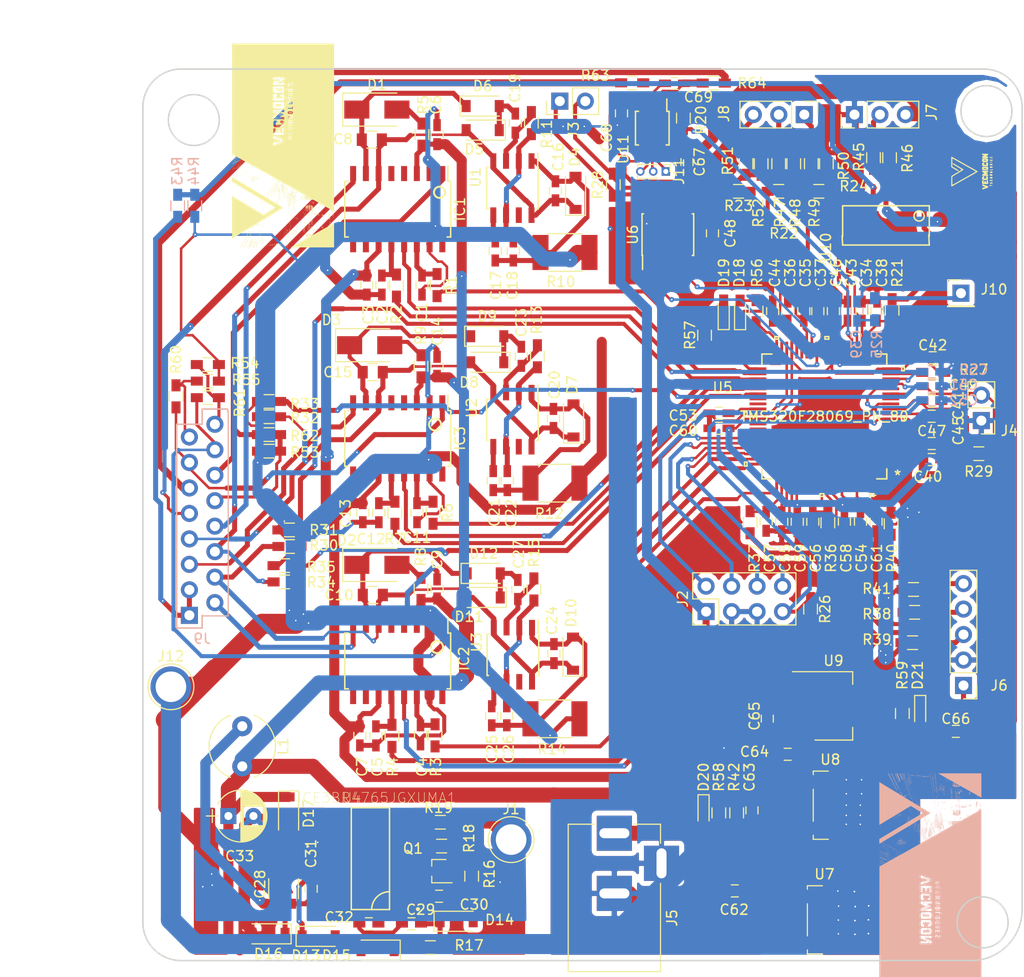
<source format=kicad_pcb>
(kicad_pcb (version 4) (host pcbnew 4.0.7)
  (layers (0 F.Cu signal) (31 B.Cu signal) (34 B.Paste user) (35 F.Paste user) (36 B.SilkS user) (37 F.SilkS user) (38 B.Mask user) (39 F.Mask user) (44 Edge.Cuts user))
  (net 0 "")
  (net 1 GND)
  (net 2 "Net-(C1-Pad1)")
  (net 3 "Net-(C2-Pad1)")
  (net 4 "Net-(C16-Pad2)")
  (net 5 "Net-(C18-Pad1)")
  (net 6 "Net-(C19-Pad2)")
  (net 7 /ChargePump/PH1)
  (net 8 "Net-(C17-Pad1)")
  (net 9 "Net-(U1-Pad7)")
  (net 10 "Net-(C20-Pad2)")
  (net 11 "Net-(C22-Pad1)")
  (net 12 "Net-(C23-Pad2)")
  (net 13 /ChargePump/PH2)
  (net 14 "Net-(C21-Pad1)")
  (net 15 "Net-(U2-Pad7)")
  (net 16 "Net-(C24-Pad2)")
  (net 17 "Net-(C26-Pad1)")
  (net 18 "Net-(C27-Pad2)")
  (net 19 /ChargePump/PH3)
  (net 20 "Net-(C25-Pad1)")
  (net 21 "Net-(U3-Pad7)")
  (net 22 "Net-(U5-Pad1)")
  (net 23 +3V3)
  (net 24 "Net-(C47-Pad1)")
  (net 25 "Net-(U5-Pad5)")
  (net 26 "Net-(U5-Pad6)")
  (net 27 "Net-(U5-Pad7)")
  (net 28 "Net-(U5-Pad8)")
  (net 29 "Net-(U5-Pad9)")
  (net 30 /MCU/TRST)
  (net 31 "Net-(C45-Pad1)")
  (net 32 "Net-(U5-Pad14)")
  (net 33 /MCU/TEMP_MOS)
  (net 34 /MCU/PH3_V)
  (net 35 /MCU/PH2_V)
  (net 36 /MCU/PH1_V)
  (net 37 "Net-(R27-Pad1)")
  (net 38 "Net-(C38-Pad1)")
  (net 39 "Net-(C34-Pad2)")
  (net 40 "Net-(C39-Pad2)")
  (net 41 /MCU/BUS_SENSE)
  (net 42 "Net-(U5-Pad26)")
  (net 43 "Net-(U5-Pad27)")
  (net 44 "Net-(C46-Pad1)")
  (net 45 /MCU/TXD)
  (net 46 /MCU/RXD)
  (net 47 "Net-(C35-Pad2)")
  (net 48 "Net-(C36-Pad2)")
  (net 49 "Net-(C37-Pad2)")
  (net 50 /MCU/LIN1)
  (net 51 "Net-(R56-Pad1)")
  (net 52 "Net-(R57-Pad1)")
  (net 53 /MCU/SD1)
  (net 54 /MCU/HIN1)
  (net 55 /MCU/SD2)
  (net 56 /MCU/LIN2)
  (net 57 /MCU/HIN2)
  (net 58 "Net-(U5-Pad47)")
  (net 59 "Net-(U5-Pad48)")
  (net 60 "Net-(C53-Pad1)")
  (net 61 "Net-(U5-Pad52)")
  (net 62 "Net-(U5-Pad53)")
  (net 63 /MCU/TCK)
  (net 64 "Net-(U5-Pad55)")
  (net 65 /MCU/TDO)
  (net 66 /MCU/TDI)
  (net 67 /MCU/TMS)
  (net 68 /MCU/LIN3)
  (net 69 /MCU/HIN3)
  (net 70 /MCU/SD3)
  (net 71 "Net-(C57-Pad2)")
  (net 72 "Net-(C55-Pad1)")
  (net 73 "Net-(U5-Pad66)")
  (net 74 "Net-(U5-Pad67)")
  (net 75 "Net-(U5-Pad68)")
  (net 76 "Net-(U5-Pad69)")
  (net 77 "Net-(C56-Pad2)")
  (net 78 "Net-(C54-Pad1)")
  (net 79 "Net-(U5-Pad75)")
  (net 80 "Net-(U5-Pad76)")
  (net 81 "Net-(C61-Pad2)")
  (net 82 "Net-(U5-Pad78)")
  (net 83 "Net-(U5-Pad79)")
  (net 84 "Net-(U5-Pad80)")
  (net 85 +5V)
  (net 86 "Net-(J3-Pad2)")
  (net 87 "Net-(J3-Pad1)")
  (net 88 "Net-(C62-Pad1)")
  (net 89 "Net-(R42-Pad2)")
  (net 90 +12V)
  (net 91 /connector/LO1)
  (net 92 "Net-(IC1-Pad4)")
  (net 93 "Net-(IC1-Pad5)")
  (net 94 /ChargePump/VB1)
  (net 95 /connector/HO1)
  (net 96 "Net-(IC1-Pad9)")
  (net 97 "Net-(IC1-Pad10)")
  (net 98 "Net-(IC1-Pad16)")
  (net 99 /connector/LO3)
  (net 100 "Net-(IC2-Pad4)")
  (net 101 "Net-(IC2-Pad5)")
  (net 102 /ChargePump/VB3)
  (net 103 /connector/HO3)
  (net 104 "Net-(IC2-Pad9)")
  (net 105 "Net-(IC2-Pad10)")
  (net 106 "Net-(C5-Pad1)")
  (net 107 "Net-(C4-Pad1)")
  (net 108 "Net-(IC2-Pad16)")
  (net 109 /connector/LO2)
  (net 110 "Net-(IC3-Pad4)")
  (net 111 "Net-(IC3-Pad5)")
  (net 112 /ChargePump/VB2)
  (net 113 /connector/HO2)
  (net 114 "Net-(IC3-Pad9)")
  (net 115 "Net-(IC3-Pad10)")
  (net 116 "Net-(C12-Pad1)")
  (net 117 "Net-(C11-Pad1)")
  (net 118 "Net-(IC3-Pad16)")
  (net 119 /MCU/THROTTLE)
  (net 120 /connector/TH)
  (net 121 /connector/B)
  (net 122 "Net-(U10-Pad8)")
  (net 123 "Net-(U10-Pad9)")
  (net 124 "Net-(U10-Pad10)")
  (net 125 "Net-(U10-Pad12)")
  (net 126 "Net-(U10-Pad13)")
  (net 127 "Net-(U10-Pad14)")
  (net 128 /MCU/CURRENT_SENSE1)
  (net 129 "Net-(C19-Pad1)")
  (net 130 "Net-(C23-Pad1)")
  (net 131 "Net-(C27-Pad1)")
  (net 132 "Net-(C28-Pad1)")
  (net 133 "Net-(C28-Pad2)")
  (net 134 "Net-(C29-Pad1)")
  (net 135 "Net-(C30-Pad1)")
  (net 136 "Net-(C30-Pad2)")
  (net 137 "Net-(C32-Pad1)")
  (net 138 "Net-(D1-Pad2)")
  (net 139 "Net-(D2-Pad2)")
  (net 140 "Net-(D3-Pad2)")
  (net 141 "Net-(D15-Pad1)")
  (net 142 "Net-(D18-Pad2)")
  (net 143 "Net-(D19-Pad2)")
  (net 144 "Net-(D20-Pad2)")
  (net 145 "Net-(D21-Pad2)")
  (net 146 "Net-(J1-Pad1)")
  (net 147 /MCU/HALL_A)
  (net 148 /MCU/HALL_B)
  (net 149 /MCU/HALL_C)
  (net 150 /connector/THR)
  (net 151 /connector/BRK)
  (net 152 /connector/MOD)
  (net 153 /connector/RVRS)
  (net 154 /connector/VBAT)
  (net 155 /connector/PH3_Source)
  (net 156 /connector/PH2_Source)
  (net 157 "Net-(R18-Pad1)")
  (net 158 "Net-(R19-Pad2)")
  (net 159 /MCU/BRAKE)
  (net 160 /MCU/MODES)
  (net 161 /MCU/CURRENT_SENSE2)
  (net 162 /connector/PH1_Source)
  (net 163 "Net-(U4-Pad1)")
  (net 164 "Net-(U4-Pad9)")
  (net 165 "Net-(U4-Pad10)")
  (net 166 "Net-(U5-Pad36)")
  (net 167 /MCU/REVERSE)
  (net 168 /connector/SHUNT+)
  (net 169 "Net-(C69-Pad1)")
  (net 170 "Net-(C69-Pad2)")
  (net 171 "Net-(J11-Pad1)")
  (net 172 "Net-(J11-Pad2)")
  (net 173 "Net-(J11-Pad3)")
  (net 174 /connector/SHUNT-)
  (module MoCo_v0:logo5 (layer B.Cu) (at 185.166 141.351 270)
    (fp_text reference G*** hide)
    (fp_text value LOGO hide)
  )
  (module Pin_Headers:Pin_Header_Straight_1x03_Pitch1.00mm (layer F.Cu) (at 158.5468 71.1708 270)
    (fp_text reference J11 (at 0 -1.56 270) (layer F.SilkS))
    (fp_text value Conn_01x03)
    (pad 1 thru_hole rect (at 0 -0.254 270) (size 0.85 0.85) (drill 0.5) (layers *.Cu *.Mask) (net 171 "Net-(J11-Pad1)"))
    (pad 2 thru_hole oval (at 0 1 270) (size 0.85 0.85) (drill 0.5) (layers *.Cu *.Mask) (net 172 "Net-(J11-Pad2)"))
    (pad 3 thru_hole oval (at 0 2.286 270) (size 0.85 0.85) (drill 0.5) (layers *.Cu *.Mask) (net 173 "Net-(J11-Pad3)"))
  )
  (module Pin_Headers:Pin_Header_Straight_2x08_Pitch2.54mm (layer B.Cu) (at 111.3155 114.1603)
    (fp_text reference J9 (at 1.27 3.6) (layer B.SilkS) (effects (justify mirror)))
    (fp_text value Conn_02x08_Odd_Even)
    (pad 1 thru_hole rect (at 0 1.27) (size 1.7 1.7) (drill 1) (layers *.Cu *.Mask) (net 154 /connector/VBAT))
    (pad 2 thru_hole oval (at 2.54 0) (size 1.7 1.7) (drill 1) (layers *.Cu *.Mask) (net 95 /connector/HO1))
    (pad 3 thru_hole oval (at 0 -1.27) (size 1.7 1.7) (drill 1) (layers *.Cu *.Mask) (net 154 /connector/VBAT))
    (pad 4 thru_hole oval (at 2.54 -2.54) (size 1.7 1.7) (drill 1) (layers *.Cu *.Mask) (net 7 /ChargePump/PH1))
    (pad 5 thru_hole oval (at 0 -3.81) (size 1.7 1.7) (drill 1) (layers *.Cu *.Mask) (net 113 /connector/HO2))
    (pad 6 thru_hole oval (at 2.54 -5.08) (size 1.7 1.7) (drill 1) (layers *.Cu *.Mask) (net 19 /ChargePump/PH3))
    (pad 7 thru_hole oval (at 0 -6.35) (size 1.7 1.7) (drill 1) (layers *.Cu *.Mask) (net 13 /ChargePump/PH2))
    (pad 8 thru_hole oval (at 2.54 -7.62) (size 1.7 1.7) (drill 1) (layers *.Cu *.Mask) (net 103 /connector/HO3))
    (pad 9 thru_hole oval (at 0 -8.89) (size 1.7 1.7) (drill 1) (layers *.Cu *.Mask) (net 168 /connector/SHUNT+))
    (pad 10 thru_hole oval (at 2.54 -10.16) (size 1.7 1.7) (drill 1) (layers *.Cu *.Mask) (net 155 /connector/PH3_Source))
    (pad 11 thru_hole oval (at 0 -11.43) (size 1.7 1.7) (drill 1) (layers *.Cu *.Mask) (net 174 /connector/SHUNT-))
    (pad 12 thru_hole oval (at 2.54 -12.7) (size 1.7 1.7) (drill 1) (layers *.Cu *.Mask) (net 99 /connector/LO3))
    (pad 13 thru_hole oval (at 0 -13.97) (size 1.7 1.7) (drill 1) (layers *.Cu *.Mask) (net 109 /connector/LO2))
    (pad 14 thru_hole oval (at 2.54 -15.24) (size 1.7 1.7) (drill 1) (layers *.Cu *.Mask) (net 91 /connector/LO1))
    (pad 15 thru_hole oval (at 0 -16.51) (size 1.7 1.7) (drill 1) (layers *.Cu *.Mask) (net 156 /connector/PH2_Source))
    (pad 16 thru_hole oval (at 2.54 -17.78) (size 1.7 1.7) (drill 1) (layers *.Cu *.Mask) (net 162 /connector/PH1_Source))
  )
  (module LEDs:LED_0603_HandSoldering (layer F.Cu) (at 162.56 135.128 270)
    (fp_text reference D20 (at -3.556 0 270) (layer F.SilkS))
    (fp_text value LED)
    (pad 1 smd rect (at -1.1 0 270) (size 1.2 0.9) (layers F.Cu F.Paste F.Mask) (net 1 GND))
    (pad 2 smd rect (at 1.1 0 270) (size 1.2 0.9) (layers F.Cu F.Paste F.Mask) (net 144 "Net-(D20-Pad2)"))
  )
  (module footprints:TMS320F28069PNT (layer F.Cu) (at 174.6 95.6 180)
    (fp_text reference U5 (at 10.135 2.89 180) (layer F.SilkS))
    (fp_text value TMS320F28069_PN_80 (at 0 0 180) (layer F.SilkS))
    (fp_text user * (at -7.3 -5.9 180) (layer F.SilkS))
    (pad 1 smd rect (at -6.6167 -4.750001 270) (size 0.2794 1.6764) (layers F.Cu F.Paste F.Mask) (net 22 "Net-(U5-Pad1)"))
    (pad 2 smd rect (at -6.6167 -4.249999 270) (size 0.2794 1.6764) (layers F.Cu F.Paste F.Mask) (net 23 +3V3))
    (pad 3 smd rect (at -6.6167 -3.75 270) (size 0.2794 1.6764) (layers F.Cu F.Paste F.Mask) (net 1 GND))
    (pad 4 smd rect (at -6.6167 -3.250001 270) (size 0.2794 1.6764) (layers F.Cu F.Paste F.Mask) (net 24 "Net-(C47-Pad1)"))
    (pad 5 smd rect (at -6.6167 -2.75 270) (size 0.2794 1.6764) (layers F.Cu F.Paste F.Mask) (net 25 "Net-(U5-Pad5)"))
    (pad 6 smd rect (at -6.6167 -2.250001 270) (size 0.2794 1.6764) (layers F.Cu F.Paste F.Mask) (net 26 "Net-(U5-Pad6)"))
    (pad 7 smd rect (at -6.6167 -1.749999 270) (size 0.2794 1.6764) (layers F.Cu F.Paste F.Mask) (net 27 "Net-(U5-Pad7)"))
    (pad 8 smd rect (at -6.6167 -1.25 270) (size 0.2794 1.6764) (layers F.Cu F.Paste F.Mask) (net 28 "Net-(U5-Pad8)"))
    (pad 9 smd rect (at -6.6167 -0.750001 270) (size 0.2794 1.6764) (layers F.Cu F.Paste F.Mask) (net 29 "Net-(U5-Pad9)"))
    (pad 10 smd rect (at -6.6167 -0.25 270) (size 0.2794 1.6764) (layers F.Cu F.Paste F.Mask) (net 30 /MCU/TRST))
    (pad 11 smd rect (at -6.6167 0.25 270) (size 0.2794 1.6764) (layers F.Cu F.Paste F.Mask) (net 31 "Net-(C45-Pad1)"))
    (pad 12 smd rect (at -6.6167 0.749998 270) (size 0.2794 1.6764) (layers F.Cu F.Paste F.Mask) (net 23 +3V3))
    (pad 13 smd rect (at -6.6167 1.25 270) (size 0.2794 1.6764) (layers F.Cu F.Paste F.Mask) (net 1 GND))
    (pad 14 smd rect (at -6.6167 1.749999 270) (size 0.2794 1.6764) (layers F.Cu F.Paste F.Mask) (net 32 "Net-(U5-Pad14)"))
    (pad 15 smd rect (at -6.6167 2.250001 270) (size 0.2794 1.6764) (layers F.Cu F.Paste F.Mask) (net 33 /MCU/TEMP_MOS))
    (pad 16 smd rect (at -6.6167 2.75 270) (size 0.2794 1.6764) (layers F.Cu F.Paste F.Mask) (net 34 /MCU/PH3_V))
    (pad 17 smd rect (at -6.6167 3.249999 270) (size 0.2794 1.6764) (layers F.Cu F.Paste F.Mask) (net 35 /MCU/PH2_V))
    (pad 18 smd rect (at -6.6167 3.75 270) (size 0.2794 1.6764) (layers F.Cu F.Paste F.Mask) (net 36 /MCU/PH1_V))
    (pad 19 smd rect (at -6.6167 4.249999 270) (size 0.2794 1.6764) (layers F.Cu F.Paste F.Mask) (net 37 "Net-(R27-Pad1)"))
    (pad 20 smd rect (at -6.6167 4.750001 270) (size 0.2794 1.6764) (layers F.Cu F.Paste F.Mask) (net 23 +3V3))
    (pad 21 smd rect (at -4.750001 6.6167 180) (size 0.2794 1.6764) (layers F.Cu F.Paste F.Mask) (net 1 GND))
    (pad 22 smd rect (at -4.249999 6.6167 180) (size 0.2794 1.6764) (layers F.Cu F.Paste F.Mask) (net 38 "Net-(C38-Pad1)"))
    (pad 23 smd rect (at -3.75 6.6167 180) (size 0.2794 1.6764) (layers F.Cu F.Paste F.Mask) (net 39 "Net-(C34-Pad2)"))
    (pad 24 smd rect (at -3.250001 6.6167 180) (size 0.2794 1.6764) (layers F.Cu F.Paste F.Mask) (net 40 "Net-(C39-Pad2)"))
    (pad 25 smd rect (at -2.75 6.6167 180) (size 0.2794 1.6764) (layers F.Cu F.Paste F.Mask) (net 41 /MCU/BUS_SENSE))
    (pad 26 smd rect (at -2.250001 6.6167 180) (size 0.2794 1.6764) (layers F.Cu F.Paste F.Mask) (net 42 "Net-(U5-Pad26)"))
    (pad 27 smd rect (at -1.749999 6.6167 180) (size 0.2794 1.6764) (layers F.Cu F.Paste F.Mask) (net 43 "Net-(U5-Pad27)"))
    (pad 28 smd rect (at -1.25 6.6167 180) (size 0.2794 1.6764) (layers F.Cu F.Paste F.Mask) (net 1 GND))
    (pad 29 smd rect (at -0.750001 6.6167 180) (size 0.2794 1.6764) (layers F.Cu F.Paste F.Mask) (net 23 +3V3))
    (pad 30 smd rect (at -0.25 6.6167 180) (size 0.2794 1.6764) (layers F.Cu F.Paste F.Mask) (net 44 "Net-(C46-Pad1)"))
    (pad 31 smd rect (at 0.25 6.6167 180) (size 0.2794 1.6764) (layers F.Cu F.Paste F.Mask) (net 49 "Net-(C37-Pad2)"))
    (pad 32 smd rect (at 0.750001 6.6167 180) (size 0.2794 1.6764) (layers F.Cu F.Paste F.Mask) (net 45 /MCU/TXD))
    (pad 33 smd rect (at 1.25 6.6167 180) (size 0.2794 1.6764) (layers F.Cu F.Paste F.Mask) (net 46 /MCU/RXD))
    (pad 34 smd rect (at 1.749999 6.6167 180) (size 0.2794 1.6764) (layers F.Cu F.Paste F.Mask) (net 47 "Net-(C35-Pad2)"))
    (pad 35 smd rect (at 2.250001 6.6167 180) (size 0.2794 1.6764) (layers F.Cu F.Paste F.Mask) (net 48 "Net-(C36-Pad2)"))
    (pad 36 smd rect (at 2.75 6.6167 180) (size 0.2794 1.6764) (layers F.Cu F.Paste F.Mask) (net 166 "Net-(U5-Pad36)"))
    (pad 37 smd rect (at 3.250001 6.6167 180) (size 0.2794 1.6764) (layers F.Cu F.Paste F.Mask) (net 23 +3V3))
    (pad 38 smd rect (at 3.75 6.6167 180) (size 0.2794 1.6764) (layers F.Cu F.Paste F.Mask) (net 1 GND))
    (pad 39 smd rect (at 4.249999 6.6167 180) (size 0.2794 1.6764) (layers F.Cu F.Paste F.Mask) (net 68 /MCU/LIN3))
    (pad 40 smd rect (at 4.750001 6.6167 180) (size 0.2794 1.6764) (layers F.Cu F.Paste F.Mask) (net 51 "Net-(R56-Pad1)"))
    (pad 41 smd rect (at 6.6167 4.750001 270) (size 0.2794 1.6764) (layers F.Cu F.Paste F.Mask) (net 52 "Net-(R57-Pad1)"))
    (pad 42 smd rect (at 6.6167 4.249999 270) (size 0.2794 1.6764) (layers F.Cu F.Paste F.Mask) (net 70 /MCU/SD3))
    (pad 43 smd rect (at 6.6167 3.75 270) (size 0.2794 1.6764) (layers F.Cu F.Paste F.Mask) (net 69 /MCU/HIN3))
    (pad 44 smd rect (at 6.6167 3.250001 270) (size 0.2794 1.6764) (layers F.Cu F.Paste F.Mask) (net 55 /MCU/SD2))
    (pad 45 smd rect (at 6.6167 2.75 270) (size 0.2794 1.6764) (layers F.Cu F.Paste F.Mask) (net 56 /MCU/LIN2))
    (pad 46 smd rect (at 6.6167 2.250001 270) (size 0.2794 1.6764) (layers F.Cu F.Paste F.Mask) (net 57 /MCU/HIN2))
    (pad 47 smd rect (at 6.6167 1.749999 270) (size 0.2794 1.6764) (layers F.Cu F.Paste F.Mask) (net 58 "Net-(U5-Pad47)"))
    (pad 48 smd rect (at 6.6167 1.25 270) (size 0.2794 1.6764) (layers F.Cu F.Paste F.Mask) (net 59 "Net-(U5-Pad48)"))
    (pad 49 smd rect (at 6.6167 0.750001 270) (size 0.2794 1.6764) (layers F.Cu F.Paste F.Mask) (net 60 "Net-(C53-Pad1)"))
    (pad 50 smd rect (at 6.6167 0.25 270) (size 0.2794 1.6764) (layers F.Cu F.Paste F.Mask) (net 1 GND))
    (pad 51 smd rect (at 6.6167 -0.25 270) (size 0.2794 1.6764) (layers F.Cu F.Paste F.Mask) (net 23 +3V3))
    (pad 52 smd rect (at 6.6167 -0.750001 270) (size 0.2794 1.6764) (layers F.Cu F.Paste F.Mask) (net 61 "Net-(U5-Pad52)"))
    (pad 53 smd rect (at 6.6167 -1.25 270) (size 0.2794 1.6764) (layers F.Cu F.Paste F.Mask) (net 62 "Net-(U5-Pad53)"))
    (pad 54 smd rect (at 6.6167 -1.749999 270) (size 0.2794 1.6764) (layers F.Cu F.Paste F.Mask) (net 63 /MCU/TCK))
    (pad 55 smd rect (at 6.6167 -2.250001 270) (size 0.2794 1.6764) (layers F.Cu F.Paste F.Mask) (net 64 "Net-(U5-Pad55)"))
    (pad 56 smd rect (at 6.6167 -2.75 270) (size 0.2794 1.6764) (layers F.Cu F.Paste F.Mask) (net 65 /MCU/TDO))
    (pad 57 smd rect (at 6.6167 -3.250001 270) (size 0.2794 1.6764) (layers F.Cu F.Paste F.Mask) (net 66 /MCU/TDI))
    (pad 58 smd rect (at 6.6167 -3.75 270) (size 0.2794 1.6764) (layers F.Cu F.Paste F.Mask) (net 67 /MCU/TMS))
    (pad 59 smd rect (at 6.6167 -4.249999 270) (size 0.2794 1.6764) (layers F.Cu F.Paste F.Mask) (net 50 /MCU/LIN1))
    (pad 60 smd rect (at 6.6167 -4.750001 270) (size 0.2794 1.6764) (layers F.Cu F.Paste F.Mask) (net 54 /MCU/HIN1))
    (pad 61 smd rect (at 4.750001 -6.6167 180) (size 0.2794 1.6764) (layers F.Cu F.Paste F.Mask) (net 53 /MCU/SD1))
    (pad 62 smd rect (at 4.249999 -6.6167 180) (size 0.2794 1.6764) (layers F.Cu F.Paste F.Mask) (net 71 "Net-(C57-Pad2)"))
    (pad 63 smd rect (at 3.75 -6.6167 180) (size 0.2794 1.6764) (layers F.Cu F.Paste F.Mask) (net 72 "Net-(C55-Pad1)"))
    (pad 64 smd rect (at 3.250001 -6.6167 180) (size 0.2794 1.6764) (layers F.Cu F.Paste F.Mask) (net 1 GND))
    (pad 65 smd rect (at 2.75 -6.6167 180) (size 0.2794 1.6764) (layers F.Cu F.Paste F.Mask) (net 23 +3V3))
    (pad 66 smd rect (at 2.250001 -6.6167 180) (size 0.2794 1.6764) (layers F.Cu F.Paste F.Mask) (net 73 "Net-(U5-Pad66)"))
    (pad 67 smd rect (at 1.749999 -6.6167 180) (size 0.2794 1.6764) (layers F.Cu F.Paste F.Mask) (net 74 "Net-(U5-Pad67)"))
    (pad 68 smd rect (at 1.25 -6.6167 180) (size 0.2794 1.6764) (layers F.Cu F.Paste F.Mask) (net 75 "Net-(U5-Pad68)"))
    (pad 69 smd rect (at 0.750001 -6.6167 180) (size 0.2794 1.6764) (layers F.Cu F.Paste F.Mask) (net 76 "Net-(U5-Pad69)"))
    (pad 70 smd rect (at 0.25 -6.6167 180) (size 0.2794 1.6764) (layers F.Cu F.Paste F.Mask) (net 77 "Net-(C56-Pad2)"))
    (pad 71 smd rect (at -0.25 -6.6167 180) (size 0.2794 1.6764) (layers F.Cu F.Paste F.Mask) (net 1 GND))
    (pad 72 smd rect (at -0.750001 -6.6167 180) (size 0.2794 1.6764) (layers F.Cu F.Paste F.Mask) (net 23 +3V3))
    (pad 73 smd rect (at -1.25 -6.6167 180) (size 0.2794 1.6764) (layers F.Cu F.Paste F.Mask) (net 1 GND))
    (pad 74 smd rect (at -1.749999 -6.6167 180) (size 0.2794 1.6764) (layers F.Cu F.Paste F.Mask) (net 78 "Net-(C54-Pad1)"))
    (pad 75 smd rect (at -2.250001 -6.6167 180) (size 0.2794 1.6764) (layers F.Cu F.Paste F.Mask) (net 79 "Net-(U5-Pad75)"))
    (pad 76 smd rect (at -2.75 -6.6167 180) (size 0.2794 1.6764) (layers F.Cu F.Paste F.Mask) (net 80 "Net-(U5-Pad76)"))
    (pad 77 smd rect (at -3.250001 -6.6167 180) (size 0.2794 1.6764) (layers F.Cu F.Paste F.Mask) (net 81 "Net-(C61-Pad2)"))
    (pad 78 smd rect (at -3.75 -6.6167 180) (size 0.2794 1.6764) (layers F.Cu F.Paste F.Mask) (net 82 "Net-(U5-Pad78)"))
    (pad 79 smd rect (at -4.249999 -6.6167 180) (size 0.2794 1.6764) (layers F.Cu F.Paste F.Mask) (net 83 "Net-(U5-Pad79)"))
    (pad 80 smd rect (at -4.750001 -6.6167 180) (size 0.2794 1.6764) (layers F.Cu F.Paste F.Mask) (net 84 "Net-(U5-Pad80)"))
  )
  (module SOIC127P1032X265-16N:SOIC127P1032X265-16N (layer F.Cu) (at 127.451 139.691 180)
    (fp_text reference U4 (at -0.057 6.087 180) (layer F.SilkS) (effects (font (size 1.00158 1.00158) (thickness 0.05))))
    (fp_text value ICE3BR4765JGXUMA1 (at -2.54578 6.06385 180) (layer F.SilkS) (effects (font (size 1.0003 1.0003) (thickness 0.05))))
    (pad 1 smd rect (at -4.72 -4.445 180) (size 1.92 0.59) (layers F.Cu F.Paste F.Mask) (net 163 "Net-(U4-Pad1)"))
    (pad 2 smd rect (at -4.72 -3.175 180) (size 1.92 0.59) (layers F.Cu F.Paste F.Mask) (net 137 "Net-(C32-Pad1)"))
    (pad 3 smd rect (at -4.72 -1.905 180) (size 1.92 0.59) (layers F.Cu F.Paste F.Mask) (net 135 "Net-(C30-Pad1)"))
    (pad 4 smd rect (at -4.72 -0.635 180) (size 1.92 0.59) (layers F.Cu F.Paste F.Mask) (net 157 "Net-(R18-Pad1)"))
    (pad 5 smd rect (at -4.72 3.175 180) (size 1.92 0.59) (layers F.Cu F.Paste F.Mask) (net 158 "Net-(R19-Pad2)"))
    (pad 6 smd rect (at -4.72 4.445 180) (size 1.92 0.59) (layers F.Cu F.Paste F.Mask) (net 158 "Net-(R19-Pad2)"))
    (pad 7 smd rect (at 1.164 4.445 180) (size 1.92 0.59) (layers F.Cu F.Paste F.Mask) (net 158 "Net-(R19-Pad2)"))
    (pad 8 smd rect (at 1.164 3.175 180) (size 1.92 0.59) (layers F.Cu F.Paste F.Mask) (net 158 "Net-(R19-Pad2)"))
    (pad 9 smd rect (at 1.164 -0.635 180) (size 1.92 0.59) (layers F.Cu F.Paste F.Mask) (net 164 "Net-(U4-Pad9)"))
    (pad 10 smd rect (at 1.164 -1.905 180) (size 1.92 0.59) (layers F.Cu F.Paste F.Mask) (net 165 "Net-(U4-Pad10)"))
    (pad 11 smd rect (at 1.164 -3.175 180) (size 1.92 0.59) (layers F.Cu F.Paste F.Mask) (net 132 "Net-(C28-Pad1)"))
    (pad 12 smd rect (at 1.164 -4.445 180) (size 1.92 0.59) (layers F.Cu F.Paste F.Mask) (net 133 "Net-(C28-Pad2)"))
  )
  (module Capacitors_SMD:C_0603_HandSoldering (layer F.Cu) (at 130.5 82.5 270)
    (fp_text reference C2 (at 2.971 -0.056 270) (layer F.SilkS))
    (fp_text value 10nf)
    (pad 1 smd rect (at -0.95 0 270) (size 1.2 0.75) (layers F.Cu F.Paste F.Mask) (net 3 "Net-(C2-Pad1)"))
    (pad 2 smd rect (at 0.95 0 270) (size 1.2 0.75) (layers F.Cu F.Paste F.Mask) (net 1 GND))
  )
  (module Housings_SOIC:SOIC-8_3.9x4.9mm_Pitch1.27mm (layer F.Cu) (at 143.51 72.83 270)
    (fp_text reference U1 (at -1.075 3.683 270) (layer F.SilkS))
    (fp_text value ICM7555)
    (pad 1 smd rect (at -2.7 -1.905 270) (size 1.55 0.6) (layers F.Cu F.Paste F.Mask) (net 4 "Net-(C16-Pad2)"))
    (pad 2 smd rect (at -2.7 -0.635 270) (size 1.55 0.6) (layers F.Cu F.Paste F.Mask) (net 5 "Net-(C18-Pad1)"))
    (pad 3 smd rect (at -2.7 0.635 270) (size 1.55 0.6) (layers F.Cu F.Paste F.Mask) (net 6 "Net-(C19-Pad2)"))
    (pad 4 smd rect (at -2.7 1.905 270) (size 1.55 0.6) (layers F.Cu F.Paste F.Mask) (net 19 /ChargePump/PH3))
    (pad 5 smd rect (at 2.7 1.905 270) (size 1.55 0.6) (layers F.Cu F.Paste F.Mask) (net 8 "Net-(C17-Pad1)"))
    (pad 6 smd rect (at 2.7 0.635 270) (size 1.55 0.6) (layers F.Cu F.Paste F.Mask) (net 5 "Net-(C18-Pad1)"))
    (pad 7 smd rect (at 2.7 -0.635 270) (size 1.55 0.6) (layers F.Cu F.Paste F.Mask) (net 9 "Net-(U1-Pad7)"))
    (pad 8 smd rect (at 2.7 -1.905 270) (size 1.55 0.6) (layers F.Cu F.Paste F.Mask) (net 19 /ChargePump/PH3))
  )
  (module Housings_SOIC:SOIC-8_3.9x4.9mm_Pitch1.27mm (layer F.Cu) (at 143.51 95.92 270)
    (fp_text reference U2 (at -1.178 4.064 270) (layer F.SilkS))
    (fp_text value ICM7555)
    (pad 1 smd rect (at -2.7 -1.905 270) (size 1.55 0.6) (layers F.Cu F.Paste F.Mask) (net 10 "Net-(C20-Pad2)"))
    (pad 2 smd rect (at -2.7 -0.635 270) (size 1.55 0.6) (layers F.Cu F.Paste F.Mask) (net 11 "Net-(C22-Pad1)"))
    (pad 3 smd rect (at -2.7 0.635 270) (size 1.55 0.6) (layers F.Cu F.Paste F.Mask) (net 12 "Net-(C23-Pad2)"))
    (pad 4 smd rect (at -2.7 1.905 270) (size 1.55 0.6) (layers F.Cu F.Paste F.Mask) (net 13 /ChargePump/PH2))
    (pad 5 smd rect (at 2.7 1.905 270) (size 1.55 0.6) (layers F.Cu F.Paste F.Mask) (net 14 "Net-(C21-Pad1)"))
    (pad 6 smd rect (at 2.7 0.635 270) (size 1.55 0.6) (layers F.Cu F.Paste F.Mask) (net 11 "Net-(C22-Pad1)"))
    (pad 7 smd rect (at 2.7 -0.635 270) (size 1.55 0.6) (layers F.Cu F.Paste F.Mask) (net 15 "Net-(U2-Pad7)"))
    (pad 8 smd rect (at 2.7 -1.905 270) (size 1.55 0.6) (layers F.Cu F.Paste F.Mask) (net 13 /ChargePump/PH2))
  )
  (module Housings_SOIC:SOIC-8_3.9x4.9mm_Pitch1.27mm (layer F.Cu) (at 143.56 119.36 270)
    (fp_text reference U3 (at -1.25 3.606 270) (layer F.SilkS))
    (fp_text value ICM7555)
    (pad 1 smd rect (at -2.7 -1.905 270) (size 1.55 0.6) (layers F.Cu F.Paste F.Mask) (net 16 "Net-(C24-Pad2)"))
    (pad 2 smd rect (at -2.7 -0.635 270) (size 1.55 0.6) (layers F.Cu F.Paste F.Mask) (net 17 "Net-(C26-Pad1)"))
    (pad 3 smd rect (at -2.7 0.635 270) (size 1.55 0.6) (layers F.Cu F.Paste F.Mask) (net 18 "Net-(C27-Pad2)"))
    (pad 4 smd rect (at -2.7 1.905 270) (size 1.55 0.6) (layers F.Cu F.Paste F.Mask) (net 7 /ChargePump/PH1))
    (pad 5 smd rect (at 2.7 1.905 270) (size 1.55 0.6) (layers F.Cu F.Paste F.Mask) (net 20 "Net-(C25-Pad1)"))
    (pad 6 smd rect (at 2.7 0.635 270) (size 1.55 0.6) (layers F.Cu F.Paste F.Mask) (net 17 "Net-(C26-Pad1)"))
    (pad 7 smd rect (at 2.7 -0.635 270) (size 1.55 0.6) (layers F.Cu F.Paste F.Mask) (net 21 "Net-(U3-Pad7)"))
    (pad 8 smd rect (at 2.7 -1.905 270) (size 1.55 0.6) (layers F.Cu F.Paste F.Mask) (net 7 /ChargePump/PH1))
  )
  (module Housings_SOIC:SOIC-8_3.9x4.9mm_Pitch1.27mm (layer F.Cu) (at 159.004 77.47 90)
    (fp_text reference U6 (at 0 -3.5 90) (layer F.SilkS))
    (fp_text value TJA1042T/3)
    (pad 1 smd rect (at -2.7 -1.905 90) (size 1.55 0.6) (layers F.Cu F.Paste F.Mask) (net 45 /MCU/TXD))
    (pad 2 smd rect (at -2.7 -0.635 90) (size 1.55 0.6) (layers F.Cu F.Paste F.Mask) (net 1 GND))
    (pad 3 smd rect (at -2.7 0.635 90) (size 1.55 0.6) (layers F.Cu F.Paste F.Mask) (net 85 +5V))
    (pad 4 smd rect (at -2.7 1.905 90) (size 1.55 0.6) (layers F.Cu F.Paste F.Mask) (net 46 /MCU/RXD))
    (pad 5 smd rect (at 2.7 1.905 90) (size 1.55 0.6) (layers F.Cu F.Paste F.Mask) (net 23 +3V3))
    (pad 6 smd rect (at 2.7 0.635 90) (size 1.55 0.6) (layers F.Cu F.Paste F.Mask) (net 86 "Net-(J3-Pad2)"))
    (pad 7 smd rect (at 2.7 -0.635 90) (size 1.55 0.6) (layers F.Cu F.Paste F.Mask) (net 87 "Net-(J3-Pad1)"))
    (pad 8 smd rect (at 2.7 -1.905 90) (size 1.55 0.6) (layers F.Cu F.Paste F.Mask) (net 1 GND))
  )
  (module Housings_SOIC:SOIC-16W_5.3x10.2mm_Pitch1.27mm (layer F.Cu) (at 132.08 74.93 270)
    (fp_text reference IC1 (at 0 -6.2 270) (layer F.SilkS))
    (fp_text value AUIRS2110S)
    (pad 1 smd rect (at -3.55 -4.445 270) (size 1.5 0.6) (layers F.Cu F.Paste F.Mask) (net 99 /connector/LO3))
    (pad 2 smd rect (at -3.55 -3.175 270) (size 1.5 0.6) (layers F.Cu F.Paste F.Mask) (net 1 GND))
    (pad 3 smd rect (at -3.55 -1.905 270) (size 1.5 0.6) (layers F.Cu F.Paste F.Mask) (net 90 +12V))
    (pad 4 smd rect (at -3.55 -0.635 270) (size 1.5 0.6) (layers F.Cu F.Paste F.Mask) (net 92 "Net-(IC1-Pad4)"))
    (pad 5 smd rect (at -3.55 0.635 270) (size 1.5 0.6) (layers F.Cu F.Paste F.Mask) (net 93 "Net-(IC1-Pad5)"))
    (pad 6 smd rect (at -3.55 1.905 270) (size 1.5 0.6) (layers F.Cu F.Paste F.Mask) (net 19 /ChargePump/PH3))
    (pad 7 smd rect (at -3.55 3.175 270) (size 1.5 0.6) (layers F.Cu F.Paste F.Mask) (net 102 /ChargePump/VB3))
    (pad 8 smd rect (at -3.55 4.445 270) (size 1.5 0.6) (layers F.Cu F.Paste F.Mask) (net 103 /connector/HO3))
    (pad 9 smd rect (at 3.55 4.445 270) (size 1.5 0.6) (layers F.Cu F.Paste F.Mask) (net 96 "Net-(IC1-Pad9)"))
    (pad 10 smd rect (at 3.55 3.175 270) (size 1.5 0.6) (layers F.Cu F.Paste F.Mask) (net 97 "Net-(IC1-Pad10)"))
    (pad 11 smd rect (at 3.55 1.905 270) (size 1.5 0.6) (layers F.Cu F.Paste F.Mask) (net 23 +3V3))
    (pad 12 smd rect (at 3.55 0.635 270) (size 1.5 0.6) (layers F.Cu F.Paste F.Mask) (net 3 "Net-(C2-Pad1)"))
    (pad 13 smd rect (at 3.55 -0.635 270) (size 1.5 0.6) (layers F.Cu F.Paste F.Mask) (net 70 /MCU/SD3))
    (pad 14 smd rect (at 3.55 -1.905 270) (size 1.5 0.6) (layers F.Cu F.Paste F.Mask) (net 2 "Net-(C1-Pad1)"))
    (pad 15 smd rect (at 3.55 -3.175 270) (size 1.5 0.6) (layers F.Cu F.Paste F.Mask) (net 1 GND))
    (pad 16 smd rect (at 3.55 -4.445 270) (size 1.5 0.6) (layers F.Cu F.Paste F.Mask) (net 98 "Net-(IC1-Pad16)"))
  )
  (module Housings_SOIC:SOIC-16W_5.3x10.2mm_Pitch1.27mm (layer F.Cu) (at 132.08 119.98 270)
    (fp_text reference IC2 (at -0.219 -6.604 270) (layer F.SilkS))
    (fp_text value AUIRS2110S)
    (pad 1 smd rect (at -3.55 -4.445 270) (size 1.5 0.6) (layers F.Cu F.Paste F.Mask) (net 91 /connector/LO1))
    (pad 2 smd rect (at -3.55 -3.175 270) (size 1.5 0.6) (layers F.Cu F.Paste F.Mask) (net 1 GND))
    (pad 3 smd rect (at -3.55 -1.905 270) (size 1.5 0.6) (layers F.Cu F.Paste F.Mask) (net 90 +12V))
    (pad 4 smd rect (at -3.55 -0.635 270) (size 1.5 0.6) (layers F.Cu F.Paste F.Mask) (net 100 "Net-(IC2-Pad4)"))
    (pad 5 smd rect (at -3.55 0.635 270) (size 1.5 0.6) (layers F.Cu F.Paste F.Mask) (net 101 "Net-(IC2-Pad5)"))
    (pad 6 smd rect (at -3.55 1.905 270) (size 1.5 0.6) (layers F.Cu F.Paste F.Mask) (net 7 /ChargePump/PH1))
    (pad 7 smd rect (at -3.55 3.175 270) (size 1.5 0.6) (layers F.Cu F.Paste F.Mask) (net 94 /ChargePump/VB1))
    (pad 8 smd rect (at -3.55 4.445 270) (size 1.5 0.6) (layers F.Cu F.Paste F.Mask) (net 95 /connector/HO1))
    (pad 9 smd rect (at 3.55 4.445 270) (size 1.5 0.6) (layers F.Cu F.Paste F.Mask) (net 104 "Net-(IC2-Pad9)"))
    (pad 10 smd rect (at 3.55 3.175 270) (size 1.5 0.6) (layers F.Cu F.Paste F.Mask) (net 105 "Net-(IC2-Pad10)"))
    (pad 11 smd rect (at 3.55 1.905 270) (size 1.5 0.6) (layers F.Cu F.Paste F.Mask) (net 23 +3V3))
    (pad 12 smd rect (at 3.55 0.635 270) (size 1.5 0.6) (layers F.Cu F.Paste F.Mask) (net 106 "Net-(C5-Pad1)"))
    (pad 13 smd rect (at 3.55 -0.635 270) (size 1.5 0.6) (layers F.Cu F.Paste F.Mask) (net 53 /MCU/SD1))
    (pad 14 smd rect (at 3.55 -1.905 270) (size 1.5 0.6) (layers F.Cu F.Paste F.Mask) (net 107 "Net-(C4-Pad1)"))
    (pad 15 smd rect (at 3.55 -3.175 270) (size 1.5 0.6) (layers F.Cu F.Paste F.Mask) (net 1 GND))
    (pad 16 smd rect (at 3.55 -4.445 270) (size 1.5 0.6) (layers F.Cu F.Paste F.Mask) (net 108 "Net-(IC2-Pad16)"))
  )
  (module Housings_SOIC:SOIC-16W_5.3x10.2mm_Pitch1.27mm (layer F.Cu) (at 132.08 97.79 270)
    (fp_text reference IC3 (at 0 -6.2 270) (layer F.SilkS))
    (fp_text value AUIRS2110S)
    (pad 1 smd rect (at -3.55 -4.445 270) (size 1.5 0.6) (layers F.Cu F.Paste F.Mask) (net 109 /connector/LO2))
    (pad 2 smd rect (at -3.55 -3.175 270) (size 1.5 0.6) (layers F.Cu F.Paste F.Mask) (net 1 GND))
    (pad 3 smd rect (at -3.55 -1.905 270) (size 1.5 0.6) (layers F.Cu F.Paste F.Mask) (net 90 +12V))
    (pad 4 smd rect (at -3.55 -0.635 270) (size 1.5 0.6) (layers F.Cu F.Paste F.Mask) (net 110 "Net-(IC3-Pad4)"))
    (pad 5 smd rect (at -3.55 0.635 270) (size 1.5 0.6) (layers F.Cu F.Paste F.Mask) (net 111 "Net-(IC3-Pad5)"))
    (pad 6 smd rect (at -3.55 1.905 270) (size 1.5 0.6) (layers F.Cu F.Paste F.Mask) (net 13 /ChargePump/PH2))
    (pad 7 smd rect (at -3.55 3.175 270) (size 1.5 0.6) (layers F.Cu F.Paste F.Mask) (net 112 /ChargePump/VB2))
    (pad 8 smd rect (at -3.55 4.445 270) (size 1.5 0.6) (layers F.Cu F.Paste F.Mask) (net 113 /connector/HO2))
    (pad 9 smd rect (at 3.55 4.445 270) (size 1.5 0.6) (layers F.Cu F.Paste F.Mask) (net 114 "Net-(IC3-Pad9)"))
    (pad 10 smd rect (at 3.55 3.175 270) (size 1.5 0.6) (layers F.Cu F.Paste F.Mask) (net 115 "Net-(IC3-Pad10)"))
    (pad 11 smd rect (at 3.55 1.905 270) (size 1.5 0.6) (layers F.Cu F.Paste F.Mask) (net 23 +3V3))
    (pad 12 smd rect (at 3.55 0.635 270) (size 1.5 0.6) (layers F.Cu F.Paste F.Mask) (net 116 "Net-(C12-Pad1)"))
    (pad 13 smd rect (at 3.55 -0.635 270) (size 1.5 0.6) (layers F.Cu F.Paste F.Mask) (net 55 /MCU/SD2))
    (pad 14 smd rect (at 3.55 -1.905 270) (size 1.5 0.6) (layers F.Cu F.Paste F.Mask) (net 117 "Net-(C11-Pad1)"))
    (pad 15 smd rect (at 3.55 -3.175 270) (size 1.5 0.6) (layers F.Cu F.Paste F.Mask) (net 1 GND))
    (pad 16 smd rect (at 3.55 -4.445 270) (size 1.5 0.6) (layers F.Cu F.Paste F.Mask) (net 118 "Net-(IC3-Pad16)"))
  )
  (module "lm324dt so14:lm324dt so14" (layer F.Cu) (at 184.55 78.15 270)
    (fp_text reference U10 (at 0.59 9.798 270) (layer F.SilkS))
    (fp_text value LM324AMX/NOPB)
    (pad 1 smd rect (at -4.05 0 270) (size 1.05 0.4) (layers F.Cu F.Paste F.Mask) (net 119 /MCU/THROTTLE))
    (pad 2 smd rect (at -4.05 1.27 270) (size 1.05 0.4) (layers F.Cu F.Paste F.Mask) (net 119 /MCU/THROTTLE))
    (pad 3 smd rect (at -4.05 2.54 270) (size 1.05 0.4) (layers F.Cu F.Paste F.Mask) (net 120 /connector/TH))
    (pad 4 smd rect (at -4.05 3.81 270) (size 1.05 0.4) (layers F.Cu F.Paste F.Mask) (net 85 +5V))
    (pad 5 smd rect (at -4.05 5.08 270) (size 1.05 0.4) (layers F.Cu F.Paste F.Mask) (net 121 /connector/B))
    (pad 6 smd rect (at -4.05 6.35 270) (size 1.05 0.4) (layers F.Cu F.Paste F.Mask) (net 41 /MCU/BUS_SENSE))
    (pad 7 smd rect (at -4.05 7.62 270) (size 1.05 0.4) (layers F.Cu F.Paste F.Mask) (net 41 /MCU/BUS_SENSE))
    (pad 8 smd rect (at 0.8636 7.62 270) (size 1.05 0.4) (layers F.Cu F.Paste F.Mask) (net 122 "Net-(U10-Pad8)"))
    (pad 9 smd rect (at 0.8636 6.35 270) (size 1.05 0.4) (layers F.Cu F.Paste F.Mask) (net 123 "Net-(U10-Pad9)"))
    (pad 10 smd rect (at 0.8636 5.08 270) (size 1.05 0.4) (layers F.Cu F.Paste F.Mask) (net 124 "Net-(U10-Pad10)"))
    (pad 11 smd rect (at 0.8636 3.81 270) (size 1.05 0.4) (layers F.Cu F.Paste F.Mask) (net 1 GND))
    (pad 12 smd rect (at 0.8636 2.54 270) (size 1.05 0.4) (layers F.Cu F.Paste F.Mask) (net 125 "Net-(U10-Pad12)"))
    (pad 13 smd rect (at 0.8636 1.27 270) (size 1.05 0.4) (layers F.Cu F.Paste F.Mask) (net 126 "Net-(U10-Pad13)"))
    (pad 14 smd rect (at 0.8636 0 270) (size 1.05 0.4) (layers F.Cu F.Paste F.Mask) (net 127 "Net-(U10-Pad14)"))
  )
  (module Housings_SSOP:MSOP-10_3x3mm_Pitch0.5mm (layer F.Cu) (at 157.45 66.85 270)
    (fp_text reference U11 (at 2.111 2.891 270) (layer F.SilkS))
    (fp_text value INA2181A1)
    (pad 1 smd rect (at -2.2 -1 270) (size 1.4 0.3) (layers F.Cu F.Paste F.Mask) (net 128 /MCU/CURRENT_SENSE1))
    (pad 2 smd rect (at -2.2 -0.5 270) (size 1.4 0.3) (layers F.Cu F.Paste F.Mask) (net 170 "Net-(C69-Pad2)"))
    (pad 3 smd rect (at -2.2 0 270) (size 1.4 0.3) (layers F.Cu F.Paste F.Mask) (net 169 "Net-(C69-Pad1)"))
    (pad 4 smd rect (at -2.2 0.5 270) (size 1.4 0.3) (layers F.Cu F.Paste F.Mask) (net 1 GND))
    (pad 5 smd rect (at -2.2 1 270) (size 1.4 0.3) (layers F.Cu F.Paste F.Mask) (net 23 +3V3))
    (pad 6 smd rect (at 2.2 1 270) (size 1.4 0.3) (layers F.Cu F.Paste F.Mask) (net 23 +3V3))
    (pad 7 smd rect (at 2.2 0.5 270) (size 1.4 0.3) (layers F.Cu F.Paste F.Mask) (net 173 "Net-(J11-Pad3)"))
    (pad 8 smd rect (at 2.2 0 270) (size 1.4 0.3) (layers F.Cu F.Paste F.Mask) (net 172 "Net-(J11-Pad2)"))
    (pad 9 smd rect (at 2.2 -0.5 270) (size 1.4 0.3) (layers F.Cu F.Paste F.Mask) (net 171 "Net-(J11-Pad1)"))
    (pad 10 smd rect (at 2.2 -1 270) (size 1.4 0.3) (layers F.Cu F.Paste F.Mask) (net 85 +5V))
  )
  (module Capacitors_SMD:C_0603_HandSoldering (layer F.Cu) (at 129 82.5 270)
    (fp_text reference C3 (at 2.971 -0.159 270) (layer F.SilkS))
    (fp_text value 1uf)
    (pad 1 smd rect (at -0.95 0 270) (size 1.2 0.75) (layers F.Cu F.Paste F.Mask) (net 23 +3V3))
    (pad 2 smd rect (at 0.95 0 270) (size 1.2 0.75) (layers F.Cu F.Paste F.Mask) (net 1 GND))
  )
  (module Capacitors_SMD:C_0603_HandSoldering (layer F.Cu) (at 134.35 127.35 270)
    (fp_text reference C4 (at 3.206 -0.143 270) (layer F.SilkS))
    (fp_text value 10nf)
    (pad 1 smd rect (at -0.95 0 270) (size 1.2 0.75) (layers F.Cu F.Paste F.Mask) (net 107 "Net-(C4-Pad1)"))
    (pad 2 smd rect (at 0.95 0 270) (size 1.2 0.75) (layers F.Cu F.Paste F.Mask) (net 1 GND))
  )
  (module Capacitors_SMD:C_0603_HandSoldering (layer F.Cu) (at 129.9048 127.4508 270)
    (fp_text reference C5 (at 3.1052 -0.1432 270) (layer F.SilkS))
    (fp_text value 10nf)
    (pad 1 smd rect (at -0.95 0 270) (size 1.2 0.75) (layers F.Cu F.Paste F.Mask) (net 106 "Net-(C5-Pad1)"))
    (pad 2 smd rect (at 0.95 0 270) (size 1.2 0.75) (layers F.Cu F.Paste F.Mask) (net 1 GND))
  )
  (module Capacitors_SMD:C_0603_HandSoldering (layer F.Cu) (at 136 67.5 270)
    (fp_text reference C6 (at -2.984 0.11 270) (layer F.SilkS))
    (fp_text value 1uf)
    (pad 1 smd rect (at -0.95 0 270) (size 1.2 0.75) (layers F.Cu F.Paste F.Mask) (net 1 GND))
    (pad 2 smd rect (at 0.95 0 270) (size 1.2 0.75) (layers F.Cu F.Paste F.Mask) (net 90 +12V))
  )
  (module Capacitors_SMD:C_0603_HandSoldering (layer F.Cu) (at 128.3048 127.4508 270)
    (fp_text reference C7 (at 3.1052 -0.2192 270) (layer F.SilkS))
    (fp_text value 1uf)
    (pad 1 smd rect (at -0.95 0 270) (size 1.2 0.75) (layers F.Cu F.Paste F.Mask) (net 23 +3V3))
    (pad 2 smd rect (at 0.95 0 270) (size 1.2 0.75) (layers F.Cu F.Paste F.Mask) (net 1 GND))
  )
  (module Capacitors_SMD:C_0603_HandSoldering (layer F.Cu) (at 136 112.8 270)
    (fp_text reference C9 (at -2.945 -0.017 270) (layer F.SilkS))
    (fp_text value 1uf)
    (pad 1 smd rect (at -0.95 0 270) (size 1.2 0.75) (layers F.Cu F.Paste F.Mask) (net 1 GND))
    (pad 2 smd rect (at 0.95 0 270) (size 1.2 0.75) (layers F.Cu F.Paste F.Mask) (net 90 +12V))
  )
  (module Capacitors_SMD:C_0603_HandSoldering (layer F.Cu) (at 134 105.2 270)
    (fp_text reference C11 (at 2.496 0.015 360) (layer F.SilkS))
    (fp_text value 10nf)
    (pad 1 smd rect (at -0.95 0 270) (size 1.2 0.75) (layers F.Cu F.Paste F.Mask) (net 117 "Net-(C11-Pad1)"))
    (pad 2 smd rect (at 0.95 0 270) (size 1.2 0.75) (layers F.Cu F.Paste F.Mask) (net 1 GND))
  )
  (module Capacitors_SMD:C_0603_HandSoldering (layer F.Cu) (at 130.2 105.2 270)
    (fp_text reference C12 (at 2.623 0.787 360) (layer F.SilkS))
    (fp_text value 10nf)
    (pad 1 smd rect (at -0.95 0 270) (size 1.2 0.75) (layers F.Cu F.Paste F.Mask) (net 116 "Net-(C12-Pad1)"))
    (pad 2 smd rect (at 0.95 0 270) (size 1.2 0.75) (layers F.Cu F.Paste F.Mask) (net 1 GND))
  )
  (module Capacitors_SMD:C_0603_HandSoldering (layer F.Cu) (at 128.6 105.2 270)
    (fp_text reference C13 (at 0.083 1.727 270) (layer F.SilkS))
    (fp_text value 1uf)
    (pad 1 smd rect (at -0.95 0 270) (size 1.2 0.75) (layers F.Cu F.Paste F.Mask) (net 23 +3V3))
    (pad 2 smd rect (at 0.95 0 270) (size 1.2 0.75) (layers F.Cu F.Paste F.Mask) (net 1 GND))
  )
  (module Capacitors_SMD:C_0603_HandSoldering (layer F.Cu) (at 136 90.6 270)
    (fp_text reference C14 (at -3.478 -0.017 270) (layer F.SilkS))
    (fp_text value 1uf)
    (pad 1 smd rect (at -0.95 0 270) (size 1.2 0.75) (layers F.Cu F.Paste F.Mask) (net 1 GND))
    (pad 2 smd rect (at 0.95 0 270) (size 1.2 0.75) (layers F.Cu F.Paste F.Mask) (net 90 +12V))
  )
  (module Capacitors_SMD:C_0603_HandSoldering (layer F.Cu) (at 147.8 73.1 90)
    (fp_text reference C16 (at 3.377 0.282 90) (layer F.SilkS))
    (fp_text value 100nf)
    (pad 1 smd rect (at -0.95 0 90) (size 1.2 0.75) (layers F.Cu F.Paste F.Mask) (net 19 /ChargePump/PH3))
    (pad 2 smd rect (at 0.95 0 90) (size 1.2 0.75) (layers F.Cu F.Paste F.Mask) (net 4 "Net-(C16-Pad2)"))
  )
  (module Capacitors_SMD:C_0603_HandSoldering (layer F.Cu) (at 141.8 79.1 270)
    (fp_text reference C17 (at 3.45 -0.059 270) (layer F.SilkS))
    (fp_text value 100nf)
    (pad 1 smd rect (at -0.95 0 270) (size 1.2 0.75) (layers F.Cu F.Paste F.Mask) (net 8 "Net-(C17-Pad1)"))
    (pad 2 smd rect (at 0.95 0 270) (size 1.2 0.75) (layers F.Cu F.Paste F.Mask) (net 4 "Net-(C16-Pad2)"))
  )
  (module Capacitors_SMD:C_0603_HandSoldering (layer F.Cu) (at 143.6 79.1 270)
    (fp_text reference C18 (at 3.45 0.09 270) (layer F.SilkS))
    (fp_text value 1nf)
    (pad 1 smd rect (at -0.95 0 270) (size 1.2 0.75) (layers F.Cu F.Paste F.Mask) (net 5 "Net-(C18-Pad1)"))
    (pad 2 smd rect (at 0.95 0 270) (size 1.2 0.75) (layers F.Cu F.Paste F.Mask) (net 4 "Net-(C16-Pad2)"))
  )
  (module Capacitors_SMD:C_0603_HandSoldering (layer F.Cu) (at 143.8 66.35 270)
    (fp_text reference C19 (at -3.485 0.036 270) (layer F.SilkS))
    (fp_text value 10nf)
    (pad 1 smd rect (at -0.95 0 270) (size 1.2 0.75) (layers F.Cu F.Paste F.Mask) (net 129 "Net-(C19-Pad1)"))
    (pad 2 smd rect (at 0.95 0 270) (size 1.2 0.75) (layers F.Cu F.Paste F.Mask) (net 6 "Net-(C19-Pad2)"))
  )
  (module Capacitors_SMD:C_0603_HandSoldering (layer F.Cu) (at 147.6 95.8 90)
    (fp_text reference C20 (at 3.344 0.101 90) (layer F.SilkS))
    (fp_text value 100nf)
    (pad 1 smd rect (at -0.95 0 90) (size 1.2 0.75) (layers F.Cu F.Paste F.Mask) (net 13 /ChargePump/PH2))
    (pad 2 smd rect (at 0.95 0 90) (size 1.2 0.75) (layers F.Cu F.Paste F.Mask) (net 10 "Net-(C20-Pad2)"))
  )
  (module Capacitors_SMD:C_0603_HandSoldering (layer F.Cu) (at 141.6 102 270)
    (fp_text reference C21 (at 3.156 -0.132 270) (layer F.SilkS))
    (fp_text value 100nf)
    (pad 1 smd rect (at -0.95 0 270) (size 1.2 0.75) (layers F.Cu F.Paste F.Mask) (net 14 "Net-(C21-Pad1)"))
    (pad 2 smd rect (at 0.95 0 270) (size 1.2 0.75) (layers F.Cu F.Paste F.Mask) (net 10 "Net-(C20-Pad2)"))
  )
  (module Capacitors_SMD:C_0603_HandSoldering (layer F.Cu) (at 143 102 270)
    (fp_text reference C22 (at 3.283 -0.383 270) (layer F.SilkS))
    (fp_text value 1nf)
    (pad 1 smd rect (at -0.95 0 270) (size 1.2 0.75) (layers F.Cu F.Paste F.Mask) (net 11 "Net-(C22-Pad1)"))
    (pad 2 smd rect (at 0.95 0 270) (size 1.2 0.75) (layers F.Cu F.Paste F.Mask) (net 10 "Net-(C20-Pad2)"))
  )
  (module Capacitors_SMD:C_0603_HandSoldering (layer F.Cu) (at 144.4 89.6 270)
    (fp_text reference C23 (at -3.367 0.001 270) (layer F.SilkS))
    (fp_text value 10nf)
    (pad 1 smd rect (at -0.95 0 270) (size 1.2 0.75) (layers F.Cu F.Paste F.Mask) (net 130 "Net-(C23-Pad1)"))
    (pad 2 smd rect (at 0.95 0 270) (size 1.2 0.75) (layers F.Cu F.Paste F.Mask) (net 12 "Net-(C23-Pad2)"))
  )
  (module Capacitors_SMD:C_0603_HandSoldering (layer F.Cu) (at 147.65 119.25 90)
    (fp_text reference C24 (at 3.299 -0.203 90) (layer F.SilkS))
    (fp_text value 100nf)
    (pad 1 smd rect (at -0.95 0 90) (size 1.2 0.75) (layers F.Cu F.Paste F.Mask) (net 7 /ChargePump/PH1))
    (pad 2 smd rect (at 0.95 0 90) (size 1.2 0.75) (layers F.Cu F.Paste F.Mask) (net 16 "Net-(C24-Pad2)"))
  )
  (module Capacitors_SMD:C_0603_HandSoldering (layer F.Cu) (at 141.45 125.45 270)
    (fp_text reference C25 (at 3.328 -0.028 270) (layer F.SilkS))
    (fp_text value 100nf)
    (pad 1 smd rect (at -0.95 0 270) (size 1.2 0.75) (layers F.Cu F.Paste F.Mask) (net 20 "Net-(C25-Pad1)"))
    (pad 2 smd rect (at 0.95 0 270) (size 1.2 0.75) (layers F.Cu F.Paste F.Mask) (net 16 "Net-(C24-Pad2)"))
  )
  (module Capacitors_SMD:C_0603_HandSoldering (layer F.Cu) (at 142.95 125.45 270)
    (fp_text reference C26 (at 3.328 -0.179 270) (layer F.SilkS))
    (fp_text value 1nf)
    (pad 1 smd rect (at -0.95 0 270) (size 1.2 0.75) (layers F.Cu F.Paste F.Mask) (net 17 "Net-(C26-Pad1)"))
    (pad 2 smd rect (at 0.95 0 270) (size 1.2 0.75) (layers F.Cu F.Paste F.Mask) (net 16 "Net-(C24-Pad2)"))
  )
  (module Capacitors_SMD:C_0603_HandSoldering (layer F.Cu) (at 144.05 112.85 270)
    (fp_text reference C27 (at -3.503 -0.095 270) (layer F.SilkS))
    (fp_text value 10nf)
    (pad 1 smd rect (at -0.95 0 270) (size 1.2 0.75) (layers F.Cu F.Paste F.Mask) (net 131 "Net-(C27-Pad1)"))
    (pad 2 smd rect (at 0.95 0 270) (size 1.2 0.75) (layers F.Cu F.Paste F.Mask) (net 18 "Net-(C27-Pad2)"))
  )
  (module Capacitors_SMD:C_0603_HandSoldering (layer F.Cu) (at 133.451 146.191 180)
    (fp_text reference C29 (at -0.915 1.411 180) (layer F.SilkS))
    (fp_text value 470nf)
    (pad 1 smd rect (at -0.95 0 180) (size 1.2 0.75) (layers F.Cu F.Paste F.Mask) (net 134 "Net-(C29-Pad1)"))
    (pad 2 smd rect (at 0.95 0 180) (size 1.2 0.75) (layers F.Cu F.Paste F.Mask) (net 133 "Net-(C28-Pad2)"))
  )
  (module Capacitors_SMD:C_0603_HandSoldering (layer F.Cu) (at 136.201 143.441)
    (fp_text reference C30 (at 3.499 0.831) (layer F.SilkS))
    (fp_text value 100nf)
    (pad 1 smd rect (at -0.95 0) (size 1.2 0.75) (layers F.Cu F.Paste F.Mask) (net 135 "Net-(C30-Pad1)"))
    (pad 2 smd rect (at 0.95 0) (size 1.2 0.75) (layers F.Cu F.Paste F.Mask) (net 136 "Net-(C30-Pad2)"))
  )
  (module Capacitors_SMD:C_0603_HandSoldering (layer F.Cu) (at 123.451 142.691 270)
    (fp_text reference C31 (at -3.499 0.007 270) (layer F.SilkS))
    (fp_text value 100nf)
    (pad 1 smd rect (at -0.95 0 270) (size 1.2 0.75) (layers F.Cu F.Paste F.Mask) (net 132 "Net-(C28-Pad1)"))
    (pad 2 smd rect (at 0.95 0 270) (size 1.2 0.75) (layers F.Cu F.Paste F.Mask) (net 133 "Net-(C28-Pad2)"))
  )
  (module Capacitors_SMD:C_0603_HandSoldering (layer F.Cu) (at 129.201 146.191 180)
    (fp_text reference C32 (at 2.963 0.649 180) (layer F.SilkS))
    (fp_text value 470nf)
    (pad 1 smd rect (at -0.95 0 180) (size 1.2 0.75) (layers F.Cu F.Paste F.Mask) (net 137 "Net-(C32-Pad1)"))
    (pad 2 smd rect (at 0.95 0 180) (size 1.2 0.75) (layers F.Cu F.Paste F.Mask) (net 133 "Net-(C28-Pad2)"))
  )
  (module Capacitors_SMD:C_0603_HandSoldering (layer F.Cu) (at 178.35 85.1 270)
    (fp_text reference C34 (at -3.82 -0.466 270) (layer F.SilkS))
    (fp_text value 2.2uF)
    (pad 1 smd rect (at -0.95 0 270) (size 1.2 0.75) (layers F.Cu F.Paste F.Mask) (net 1 GND))
    (pad 2 smd rect (at 0.95 0 270) (size 1.2 0.75) (layers F.Cu F.Paste F.Mask) (net 39 "Net-(C34-Pad2)"))
  )
  (module Capacitors_SMD:C_0603_HandSoldering (layer F.Cu) (at 172.55 85.1 270)
    (fp_text reference C35 (at -3.82 -0.17 270) (layer F.SilkS))
    (fp_text value 2.2uF)
    (pad 1 smd rect (at -0.95 0 270) (size 1.2 0.75) (layers F.Cu F.Paste F.Mask) (net 1 GND))
    (pad 2 smd rect (at 0.95 0 270) (size 1.2 0.75) (layers F.Cu F.Paste F.Mask) (net 47 "Net-(C35-Pad2)"))
  )
  (module Capacitors_SMD:C_0603_HandSoldering (layer F.Cu) (at 170.95 85.1 270)
    (fp_text reference C36 (at -3.82 -0.246 270) (layer F.SilkS))
    (fp_text value 2.2uF)
    (pad 1 smd rect (at -0.95 0 270) (size 1.2 0.75) (layers F.Cu F.Paste F.Mask) (net 1 GND))
    (pad 2 smd rect (at 0.95 0 270) (size 1.2 0.75) (layers F.Cu F.Paste F.Mask) (net 48 "Net-(C36-Pad2)"))
  )
  (module Capacitors_SMD:C_0603_HandSoldering (layer F.Cu) (at 173.95 85.1 270)
    (fp_text reference C37 (at -3.82 -0.294 270) (layer F.SilkS))
    (fp_text value 2.2uF)
    (pad 1 smd rect (at -0.95 0 270) (size 1.2 0.75) (layers F.Cu F.Paste F.Mask) (net 1 GND))
    (pad 2 smd rect (at 0.95 0 270) (size 1.2 0.75) (layers F.Cu F.Paste F.Mask) (net 49 "Net-(C37-Pad2)"))
  )
  (module Capacitors_SMD:C_0603_HandSoldering (layer F.Cu) (at 179.85 85.1 90)
    (fp_text reference C38 (at 3.82 0.49 90) (layer F.SilkS))
    (fp_text value 2.2uF)
    (pad 1 smd rect (at -0.95 0 90) (size 1.2 0.75) (layers F.Cu F.Paste F.Mask) (net 38 "Net-(C38-Pad1)"))
    (pad 2 smd rect (at 0.95 0 90) (size 1.2 0.75) (layers F.Cu F.Paste F.Mask) (net 1 GND))
  )
  (module Capacitors_SMD:C_0603_HandSoldering (layer B.Cu) (at 177.85 85.1 270)
    (fp_text reference C39 (at 3.292 0.05 270) (layer B.SilkS) (effects (justify mirror)))
    (fp_text value 2.2uF)
    (pad 1 smd rect (at -0.95 0 270) (size 1.2 0.75) (layers B.Cu B.Paste B.Mask) (net 1 GND))
    (pad 2 smd rect (at 0.95 0 270) (size 1.2 0.75) (layers B.Cu B.Paste B.Mask) (net 40 "Net-(C39-Pad2)"))
  )
  (module Capacitors_SMD:C_0603_HandSoldering (layer F.Cu) (at 185.3 99.9)
    (fp_text reference C40 (at -0.388 1.7) (layer F.SilkS))
    (fp_text value 1.2uF)
    (pad 1 smd rect (at -0.95 0) (size 1.2 0.75) (layers F.Cu F.Paste F.Mask) (net 23 +3V3))
    (pad 2 smd rect (at 0.95 0) (size 1.2 0.75) (layers F.Cu F.Paste F.Mask) (net 1 GND))
  )
  (module Capacitors_SMD:C_0603_HandSoldering (layer F.Cu) (at 185.3184 94.0816)
    (fp_text reference C41 (at 2.6416 0.4064 90) (layer F.SilkS))
    (fp_text value 1.2uF)
    (pad 1 smd rect (at -0.95 0) (size 1.2 0.75) (layers F.Cu F.Paste F.Mask) (net 23 +3V3))
    (pad 2 smd rect (at 0.95 0) (size 1.2 0.75) (layers F.Cu F.Paste F.Mask) (net 1 GND))
  )
  (module Capacitors_SMD:C_0603_HandSoldering (layer F.Cu) (at 185.4 89.75)
    (fp_text reference C42 (at 0 -1.25) (layer F.SilkS))
    (fp_text value 2.2uF)
    (pad 1 smd rect (at -0.95 0) (size 1.2 0.75) (layers F.Cu F.Paste F.Mask) (net 23 +3V3))
    (pad 2 smd rect (at 0.95 0) (size 1.2 0.75) (layers F.Cu F.Paste F.Mask) (net 1 GND))
  )
  (module Capacitors_SMD:C_0603_HandSoldering (layer F.Cu) (at 176.9 85.1 270)
    (fp_text reference C43 (at -3.82 -0.392 270) (layer F.SilkS))
    (fp_text value 1.2uF)
    (pad 1 smd rect (at -0.95 0 270) (size 1.2 0.75) (layers F.Cu F.Paste F.Mask) (net 1 GND))
    (pad 2 smd rect (at 0.95 0 270) (size 1.2 0.75) (layers F.Cu F.Paste F.Mask) (net 23 +3V3))
  )
  (module Capacitors_SMD:C_0603_HandSoldering (layer F.Cu) (at 169.45 85.1 90)
    (fp_text reference C44 (at 3.82 0.222 90) (layer F.SilkS))
    (fp_text value 2.2uF)
    (pad 1 smd rect (at -0.95 0 90) (size 1.2 0.75) (layers F.Cu F.Paste F.Mask) (net 23 +3V3))
    (pad 2 smd rect (at 0.95 0 90) (size 1.2 0.75) (layers F.Cu F.Paste F.Mask) (net 1 GND))
  )
  (module Capacitors_SMD:C_0603_HandSoldering (layer F.Cu) (at 185.293 95.5802)
    (fp_text reference C45 (at 2.667 1.4478 90) (layer F.SilkS))
    (fp_text value 2.2uF)
    (pad 1 smd rect (at -0.95 0) (size 1.2 0.75) (layers F.Cu F.Paste F.Mask) (net 31 "Net-(C45-Pad1)"))
    (pad 2 smd rect (at 0.95 0) (size 1.2 0.75) (layers F.Cu F.Paste F.Mask) (net 1 GND))
  )
  (module Capacitors_SMD:C_0603_HandSoldering (layer F.Cu) (at 175.5 85.1 90)
    (fp_text reference C46 (at 3.82 0.268 90) (layer F.SilkS))
    (fp_text value 2.2uF)
    (pad 1 smd rect (at -0.95 0 90) (size 1.2 0.75) (layers F.Cu F.Paste F.Mask) (net 44 "Net-(C46-Pad1)"))
    (pad 2 smd rect (at 0.95 0 90) (size 1.2 0.75) (layers F.Cu F.Paste F.Mask) (net 1 GND))
  )
  (module Capacitors_SMD:C_0603_HandSoldering (layer F.Cu) (at 185.3 98.3)
    (fp_text reference C47 (at 0 -1.25) (layer F.SilkS))
    (fp_text value 1.2uF)
    (pad 1 smd rect (at -0.95 0) (size 1.2 0.75) (layers F.Cu F.Paste F.Mask) (net 24 "Net-(C47-Pad1)"))
    (pad 2 smd rect (at 0.95 0) (size 1.2 0.75) (layers F.Cu F.Paste F.Mask) (net 1 GND))
  )
  (module Capacitors_SMD:C_0603_HandSoldering (layer F.Cu) (at 163.449 77.343 270)
    (fp_text reference C48 (at 0 -1.778 270) (layer F.SilkS))
    (fp_text value 10uF)
    (pad 1 smd rect (at -0.95 0 270) (size 1.2 0.75) (layers F.Cu F.Paste F.Mask) (net 1 GND))
    (pad 2 smd rect (at 0.95 0 270) (size 1.2 0.75) (layers F.Cu F.Paste F.Mask) (net 85 +5V))
  )
  (module Capacitors_SMD:C_0603_HandSoldering (layer F.Cu) (at 185.35 92.6 180)
    (fp_text reference C49 (at -3.118 0.144 360) (layer F.SilkS))
    (fp_text value 2.2uF)
    (pad 1 smd rect (at -0.95 0 180) (size 1.2 0.75) (layers F.Cu F.Paste F.Mask) (net 1 GND))
    (pad 2 smd rect (at 0.95 0 180) (size 1.2 0.75) (layers F.Cu F.Paste F.Mask) (net 33 /MCU/TEMP_MOS))
  )
  (module Capacitors_SMD:C_0603_HandSoldering (layer B.Cu) (at 185.3 91.15 180)
    (fp_text reference C50 (at -4.184 0.218 180) (layer B.SilkS) (effects (justify mirror)))
    (fp_text value 2.2uF)
    (pad 1 smd rect (at -0.95 0 180) (size 1.2 0.75) (layers B.Cu B.Paste B.Mask) (net 1 GND))
    (pad 2 smd rect (at 0.95 0 180) (size 1.2 0.75) (layers B.Cu B.Paste B.Mask) (net 36 /MCU/PH1_V))
  )
  (module Capacitors_SMD:C_0603_HandSoldering (layer B.Cu) (at 185.3 92.55 180)
    (fp_text reference C51 (at -3.168 0.094 180) (layer B.SilkS) (effects (justify mirror)))
    (fp_text value 2.2uF)
    (pad 1 smd rect (at -0.95 0 180) (size 1.2 0.75) (layers B.Cu B.Paste B.Mask) (net 1 GND))
    (pad 2 smd rect (at 0.95 0 180) (size 1.2 0.75) (layers B.Cu B.Paste B.Mask) (net 35 /MCU/PH2_V))
  )
  (module Capacitors_SMD:C_0603_HandSoldering (layer B.Cu) (at 185.3 93.95 180)
    (fp_text reference C52 (at -3.168 -0.03 180) (layer B.SilkS) (effects (justify mirror)))
    (fp_text value 2.2uF)
    (pad 1 smd rect (at -0.95 0 180) (size 1.2 0.75) (layers B.Cu B.Paste B.Mask) (net 1 GND))
    (pad 2 smd rect (at 0.95 0 180) (size 1.2 0.75) (layers B.Cu B.Paste B.Mask) (net 34 /MCU/PH3_V))
  )
  (module Capacitors_SMD:C_0603_HandSoldering (layer F.Cu) (at 164.1 95.281 180)
    (fp_text reference C53 (at 3.572 -0.223 180) (layer F.SilkS))
    (fp_text value 2.2uF)
    (pad 1 smd rect (at -0.95 0 180) (size 1.2 0.75) (layers F.Cu F.Paste F.Mask) (net 60 "Net-(C53-Pad1)"))
    (pad 2 smd rect (at 0.95 0 180) (size 1.2 0.75) (layers F.Cu F.Paste F.Mask) (net 1 GND))
  )
  (module Capacitors_SMD:C_0603_HandSoldering (layer F.Cu) (at 178.2 106.1 270)
    (fp_text reference C54 (at 3.628 -0.108 270) (layer F.SilkS))
    (fp_text value 2.2uF)
    (pad 1 smd rect (at -0.95 0 270) (size 1.2 0.75) (layers F.Cu F.Paste F.Mask) (net 78 "Net-(C54-Pad1)"))
    (pad 2 smd rect (at 0.95 0 270) (size 1.2 0.75) (layers F.Cu F.Paste F.Mask) (net 1 GND))
  )
  (module Capacitors_SMD:C_0603_HandSoldering (layer F.Cu) (at 170.35 106.1 270)
    (fp_text reference C55 (at 3.628 -0.338 270) (layer F.SilkS))
    (fp_text value 2.2uF)
    (pad 1 smd rect (at -0.95 0 270) (size 1.2 0.75) (layers F.Cu F.Paste F.Mask) (net 72 "Net-(C55-Pad1)"))
    (pad 2 smd rect (at 0.95 0 270) (size 1.2 0.75) (layers F.Cu F.Paste F.Mask) (net 1 GND))
  )
  (module Capacitors_SMD:C_0603_HandSoldering (layer F.Cu) (at 173.45 106.1 90)
    (fp_text reference C56 (at -3.628 0.286 90) (layer F.SilkS))
    (fp_text value 1.2uF)
    (pad 1 smd rect (at -0.95 0 90) (size 1.2 0.75) (layers F.Cu F.Paste F.Mask) (net 1 GND))
    (pad 2 smd rect (at 0.95 0 90) (size 1.2 0.75) (layers F.Cu F.Paste F.Mask) (net 77 "Net-(C56-Pad2)"))
  )
  (module Capacitors_SMD:C_0603_HandSoldering (layer F.Cu) (at 168.8 106.05 90)
    (fp_text reference C57 (at -3.678 0.364 90) (layer F.SilkS))
    (fp_text value 1.2uF)
    (pad 1 smd rect (at -0.95 0 90) (size 1.2 0.75) (layers F.Cu F.Paste F.Mask) (net 1 GND))
    (pad 2 smd rect (at 0.95 0 90) (size 1.2 0.75) (layers F.Cu F.Paste F.Mask) (net 71 "Net-(C57-Pad2)"))
  )
  (module Capacitors_SMD:C_0603_HandSoldering (layer F.Cu) (at 176.6 106.1 270)
    (fp_text reference C58 (at 3.628 -0.184 270) (layer F.SilkS))
    (fp_text value 1.2uF)
    (pad 1 smd rect (at -0.95 0 270) (size 1.2 0.75) (layers F.Cu F.Paste F.Mask) (net 23 +3V3))
    (pad 2 smd rect (at 0.95 0 270) (size 1.2 0.75) (layers F.Cu F.Paste F.Mask) (net 1 GND))
  )
  (module Capacitors_SMD:C_0603_HandSoldering (layer F.Cu) (at 171.9 106.1 90)
    (fp_text reference C59 (at -3.628 0.312 90) (layer F.SilkS))
    (fp_text value 1.2uF)
    (pad 1 smd rect (at -0.95 0 90) (size 1.2 0.75) (layers F.Cu F.Paste F.Mask) (net 1 GND))
    (pad 2 smd rect (at 0.95 0 90) (size 1.2 0.75) (layers F.Cu F.Paste F.Mask) (net 23 +3V3))
  )
  (module Capacitors_SMD:C_0603_HandSoldering (layer F.Cu) (at 164.1 96.781)
    (fp_text reference C60 (at -3.572 0.247) (layer F.SilkS))
    (fp_text value 1.2uF)
    (pad 1 smd rect (at -0.95 0) (size 1.2 0.75) (layers F.Cu F.Paste F.Mask) (net 1 GND))
    (pad 2 smd rect (at 0.95 0) (size 1.2 0.75) (layers F.Cu F.Paste F.Mask) (net 23 +3V3))
  )
  (module Capacitors_SMD:C_0603_HandSoldering (layer F.Cu) (at 179.75 106.1 90)
    (fp_text reference C61 (at -3.628 0.082 90) (layer F.SilkS))
    (fp_text value 1.2uF)
    (pad 1 smd rect (at -0.95 0 90) (size 1.2 0.75) (layers F.Cu F.Paste F.Mask) (net 1 GND))
    (pad 2 smd rect (at 0.95 0 90) (size 1.2 0.75) (layers F.Cu F.Paste F.Mask) (net 81 "Net-(C61-Pad2)"))
  )
  (module Capacitors_SMD:C_0603_HandSoldering (layer F.Cu) (at 165.677 142.911 180)
    (fp_text reference C62 (at 0.069 -1.869 180) (layer F.SilkS))
    (fp_text value 1uf)
    (pad 1 smd rect (at -0.95 0 180) (size 1.2 0.75) (layers F.Cu F.Paste F.Mask) (net 88 "Net-(C62-Pad1)"))
    (pad 2 smd rect (at 0.95 0 180) (size 1.2 0.75) (layers F.Cu F.Paste F.Mask) (net 1 GND))
  )
  (module Capacitors_SMD:C_0603_HandSoldering (layer F.Cu) (at 167.386 134.874 270)
    (fp_text reference C63 (at -3.302 0.254 270) (layer F.SilkS))
    (fp_text value 1uf)
    (pad 1 smd rect (at -0.95 0 270) (size 1.2 0.75) (layers F.Cu F.Paste F.Mask) (net 90 +12V))
    (pad 2 smd rect (at 0.95 0 270) (size 1.2 0.75) (layers F.Cu F.Paste F.Mask) (net 1 GND))
  )
  (module Capacitors_SMD:C_0603_HandSoldering (layer F.Cu) (at 170.942 129.286 180)
    (fp_text reference C64 (at 3.302 0.254 180) (layer F.SilkS))
    (fp_text value 100nf)
    (pad 1 smd rect (at -0.95 0 180) (size 1.2 0.75) (layers F.Cu F.Paste F.Mask) (net 85 +5V))
    (pad 2 smd rect (at 0.95 0 180) (size 1.2 0.75) (layers F.Cu F.Paste F.Mask) (net 1 GND))
  )
  (module Capacitors_SMD:C_0603_HandSoldering (layer F.Cu) (at 168.91 125.73 270)
    (fp_text reference C65 (at -0.254 1.27 270) (layer F.SilkS))
    (fp_text value 100nf)
    (pad 1 smd rect (at -0.95 0 270) (size 1.2 0.75) (layers F.Cu F.Paste F.Mask) (net 23 +3V3))
    (pad 2 smd rect (at 0.95 0 270) (size 1.2 0.75) (layers F.Cu F.Paste F.Mask) (net 1 GND))
  )
  (module Capacitors_SMD:C_0603_HandSoldering (layer F.Cu) (at 187.706 127)
    (fp_text reference C66 (at 0 -1.25) (layer F.SilkS))
    (fp_text value 100nf)
    (pad 1 smd rect (at -0.95 0) (size 1.2 0.75) (layers F.Cu F.Paste F.Mask) (net 1 GND))
    (pad 2 smd rect (at 0.95 0) (size 1.2 0.75) (layers F.Cu F.Paste F.Mask) (net 85 +5V))
  )
  (module Capacitors_SMD:C_0603_HandSoldering (layer F.Cu) (at 160.909 70.231 270)
    (fp_text reference C67 (at 0 -1.25 270) (layer F.SilkS))
    (fp_text value 100NF)
    (pad 1 smd rect (at -0.95 0 270) (size 1.2 0.75) (layers F.Cu F.Paste F.Mask) (net 85 +5V))
    (pad 2 smd rect (at 0.95 0 270) (size 1.2 0.75) (layers F.Cu F.Paste F.Mask) (net 1 GND))
  )
  (module Diodes_SMD:D_SMA (layer F.Cu) (at 130 65)
    (fp_text reference D1 (at 0 -2.5) (layer F.SilkS))
    (fp_text value D)
    (pad 1 smd rect (at -2 0) (size 2.5 1.8) (layers F.Cu F.Paste F.Mask) (net 102 /ChargePump/VB3))
    (pad 2 smd rect (at 2 0) (size 2.5 1.8) (layers F.Cu F.Paste F.Mask) (net 138 "Net-(D1-Pad2)"))
  )
  (module Diodes_SMD:D_SMA (layer F.Cu) (at 130 110.4)
    (fp_text reference D2 (at -3 -2.45) (layer F.SilkS))
    (fp_text value D)
    (pad 1 smd rect (at -2 0) (size 2.5 1.8) (layers F.Cu F.Paste F.Mask) (net 94 /ChargePump/VB1))
    (pad 2 smd rect (at 2 0) (size 2.5 1.8) (layers F.Cu F.Paste F.Mask) (net 139 "Net-(D2-Pad2)"))
  )
  (module Diodes_SMD:D_SMA (layer F.Cu) (at 129.286 88.4936)
    (fp_text reference D3 (at -3.81 -2.5146) (layer F.SilkS))
    (fp_text value D)
    (pad 1 smd rect (at -2 0) (size 2.5 1.8) (layers F.Cu F.Paste F.Mask) (net 112 /ChargePump/VB2))
    (pad 2 smd rect (at 2 0) (size 2.5 1.8) (layers F.Cu F.Paste F.Mask) (net 140 "Net-(D3-Pad2)"))
  )
  (module Diodes_SMD:D_SOD-123 (layer F.Cu) (at 149.8 73.3 90)
    (fp_text reference D4 (at 3.577 -0.067 90) (layer F.SilkS))
    (fp_text value D_Zener)
    (pad 1 smd rect (at -1.65 0 90) (size 0.9 1.2) (layers F.Cu F.Paste F.Mask) (net 19 /ChargePump/PH3))
    (pad 2 smd rect (at 1.65 0 90) (size 0.9 1.2) (layers F.Cu F.Paste F.Mask) (net 4 "Net-(C16-Pad2)"))
  )
  (module Diodes_SMD:D_SOD-123 (layer F.Cu) (at 140.55 67.05 180)
    (fp_text reference D5 (at 0.85 -1.911 180) (layer F.SilkS))
    (fp_text value D)
    (pad 1 smd rect (at -1.65 0 180) (size 0.9 1.2) (layers F.Cu F.Paste F.Mask) (net 129 "Net-(C19-Pad1)"))
    (pad 2 smd rect (at 1.65 0 180) (size 0.9 1.2) (layers F.Cu F.Paste F.Mask) (net 19 /ChargePump/PH3))
  )
  (module Diodes_SMD:D_SOD-123 (layer F.Cu) (at 140.55 64.65)
    (fp_text reference D6 (at 0 -2) (layer F.SilkS))
    (fp_text value D)
    (pad 1 smd rect (at -1.65 0) (size 0.9 1.2) (layers F.Cu F.Paste F.Mask) (net 102 /ChargePump/VB3))
    (pad 2 smd rect (at 1.65 0) (size 0.9 1.2) (layers F.Cu F.Paste F.Mask) (net 129 "Net-(C19-Pad1)"))
  )
  (module Diodes_SMD:D_SOD-123 (layer F.Cu) (at 149.6 96 90)
    (fp_text reference D7 (at 3.544 -0.121 90) (layer F.SilkS))
    (fp_text value D_Zener)
    (pad 1 smd rect (at -1.65 0 90) (size 0.9 1.2) (layers F.Cu F.Paste F.Mask) (net 13 /ChargePump/PH2))
    (pad 2 smd rect (at 1.65 0 90) (size 0.9 1.2) (layers F.Cu F.Paste F.Mask) (net 10 "Net-(C20-Pad2)"))
  )
  (module Diodes_SMD:D_SOD-123 (layer F.Cu) (at 141 90.2 180)
    (fp_text reference D8 (at 1.808 -2.002 180) (layer F.SilkS))
    (fp_text value D)
    (pad 1 smd rect (at -1.65 0 180) (size 0.9 1.2) (layers F.Cu F.Paste F.Mask) (net 130 "Net-(C23-Pad1)"))
    (pad 2 smd rect (at 1.65 0 180) (size 0.9 1.2) (layers F.Cu F.Paste F.Mask) (net 13 /ChargePump/PH2))
  )
  (module Diodes_SMD:D_SOD-123 (layer F.Cu) (at 141 87.6)
    (fp_text reference D9 (at 0 -2) (layer F.SilkS))
    (fp_text value D)
    (pad 1 smd rect (at -1.65 0) (size 0.9 1.2) (layers F.Cu F.Paste F.Mask) (net 112 /ChargePump/VB2))
    (pad 2 smd rect (at 1.65 0) (size 0.9 1.2) (layers F.Cu F.Paste F.Mask) (net 130 "Net-(C23-Pad1)"))
  )
  (module Diodes_SMD:D_SOD-123 (layer F.Cu) (at 149.55 119.25 90)
    (fp_text reference D10 (at 4.061 -0.198 90) (layer F.SilkS))
    (fp_text value D_Zener)
    (pad 1 smd rect (at -1.65 0 90) (size 0.9 1.2) (layers F.Cu F.Paste F.Mask) (net 7 /ChargePump/PH1))
    (pad 2 smd rect (at 1.65 0 90) (size 0.9 1.2) (layers F.Cu F.Paste F.Mask) (net 16 "Net-(C24-Pad2)"))
  )
  (module Diodes_SMD:D_SOD-123 (layer F.Cu) (at 140.65 113.65 180)
    (fp_text reference D11 (at 1.458 -1.92 180) (layer F.SilkS))
    (fp_text value D)
    (pad 1 smd rect (at -1.65 0 180) (size 0.9 1.2) (layers F.Cu F.Paste F.Mask) (net 131 "Net-(C27-Pad1)"))
    (pad 2 smd rect (at 1.65 0 180) (size 0.9 1.2) (layers F.Cu F.Paste F.Mask) (net 7 /ChargePump/PH1))
  )
  (module Diodes_SMD:D_SOD-123 (layer F.Cu) (at 140.65 111.25)
    (fp_text reference D12 (at 0 -2) (layer F.SilkS))
    (fp_text value D)
    (pad 1 smd rect (at -1.65 0) (size 0.9 1.2) (layers F.Cu F.Paste F.Mask) (net 94 /ChargePump/VB1))
    (pad 2 smd rect (at 1.65 0) (size 0.9 1.2) (layers F.Cu F.Paste F.Mask) (net 131 "Net-(C27-Pad1)"))
  )
  (module Diodes_SMD:D_SOD-123 (layer F.Cu) (at 124.201 147.441)
    (fp_text reference D13 (at -1.265 1.911) (layer F.SilkS))
    (fp_text value D_Zener)
    (pad 1 smd rect (at -1.65 0) (size 0.9 1.2) (layers F.Cu F.Paste F.Mask) (net 132 "Net-(C28-Pad1)"))
    (pad 2 smd rect (at 1.65 0) (size 0.9 1.2) (layers F.Cu F.Paste F.Mask) (net 134 "Net-(C29-Pad1)"))
  )
  (module Diodes_SMD:D_SOD-123 (layer F.Cu) (at 137.951 145.941)
    (fp_text reference D14 (at 4.289 -0.145) (layer F.SilkS))
    (fp_text value D_Zener)
    (pad 1 smd rect (at -1.65 0) (size 0.9 1.2) (layers F.Cu F.Paste F.Mask) (net 134 "Net-(C29-Pad1)"))
    (pad 2 smd rect (at 1.65 0) (size 0.9 1.2) (layers F.Cu F.Paste F.Mask) (net 136 "Net-(C30-Pad2)"))
  )
  (module Diodes_SMD:D_SOD-123 (layer F.Cu) (at 130.076 148.816 180)
    (fp_text reference D15 (at 4.092 -0.536 180) (layer F.SilkS))
    (fp_text value D)
    (pad 1 smd rect (at -1.65 0 180) (size 0.9 1.2) (layers F.Cu F.Paste F.Mask) (net 141 "Net-(D15-Pad1)"))
    (pad 2 smd rect (at 1.65 0 180) (size 0.9 1.2) (layers F.Cu F.Paste F.Mask) (net 90 +12V))
  )
  (module Diodes_SMD:D_SOD-123 (layer F.Cu) (at 119.201 147.191 180)
    (fp_text reference D16 (at 0 -2 180) (layer F.SilkS))
    (fp_text value D)
    (pad 1 smd rect (at -1.65 0 180) (size 0.9 1.2) (layers F.Cu F.Paste F.Mask) (net 133 "Net-(C28-Pad2)"))
    (pad 2 smd rect (at 1.65 0 180) (size 0.9 1.2) (layers F.Cu F.Paste F.Mask) (net 1 GND))
  )
  (module Diodes_SMD:D_SOD-123 (layer F.Cu) (at 121.201 135.191 270)
    (fp_text reference D17 (at 0 -2 270) (layer F.SilkS))
    (fp_text value D_Zener_18v)
    (pad 1 smd rect (at -1.65 0 270) (size 0.9 1.2) (layers F.Cu F.Paste F.Mask) (net 90 +12V))
    (pad 2 smd rect (at 1.65 0 270) (size 0.9 1.2) (layers F.Cu F.Paste F.Mask) (net 1 GND))
  )
  (module LEDs:LED_0603_HandSoldering (layer F.Cu) (at 166.2 85.15 90)
    (fp_text reference D18 (at 3.87 -0.084 90) (layer F.SilkS))
    (fp_text value LED)
    (pad 1 smd rect (at -1.1 0 90) (size 1.2 0.9) (layers F.Cu F.Paste F.Mask) (net 1 GND))
    (pad 2 smd rect (at 1.1 0 90) (size 1.2 0.9) (layers F.Cu F.Paste F.Mask) (net 142 "Net-(D18-Pad2)"))
  )
  (module LEDs:LED_0603_HandSoldering (layer F.Cu) (at 164.5666 85.1408 90)
    (fp_text reference D19 (at 3.8608 0.0254 90) (layer F.SilkS))
    (fp_text value LED)
    (pad 1 smd rect (at -1.1 0 90) (size 1.2 0.9) (layers F.Cu F.Paste F.Mask) (net 1 GND))
    (pad 2 smd rect (at 1.1 0 90) (size 1.2 0.9) (layers F.Cu F.Paste F.Mask) (net 143 "Net-(D19-Pad2)"))
  )
  (module LEDs:LED_0603_HandSoldering (layer F.Cu) (at 184.15 125.222 270)
    (fp_text reference D21 (at -3.81 0.254 270) (layer F.SilkS))
    (fp_text value LED)
    (pad 1 smd rect (at -1.1 0 270) (size 1.2 0.9) (layers F.Cu F.Paste F.Mask) (net 1 GND))
    (pad 2 smd rect (at 1.1 0 270) (size 1.2 0.9) (layers F.Cu F.Paste F.Mask) (net 145 "Net-(D21-Pad2)"))
  )
  (module Pin_Headers:Pin_Header_Straight_1x02_Pitch2.54mm (layer F.Cu) (at 148.2344 64.1604 90)
    (fp_text reference J3 (at -2.8956 1.3716 90) (layer F.SilkS))
    (fp_text value CAN)
    (pad 1 thru_hole rect (at 0 0 90) (size 1.7 1.7) (drill 1) (layers *.Cu *.Mask) (net 87 "Net-(J3-Pad1)"))
    (pad 2 thru_hole oval (at 0 2.54 90) (size 1.7 1.7) (drill 1) (layers *.Cu *.Mask) (net 86 "Net-(J3-Pad2)"))
  )
  (module Pin_Headers:Pin_Header_Straight_1x02_Pitch2.54mm (layer F.Cu) (at 190.246 96.012 180)
    (fp_text reference J4 (at -2.794 -1.016 180) (layer F.SilkS))
    (fp_text value NTC)
    (pad 1 thru_hole rect (at 0 0 180) (size 1.7 1.7) (drill 1) (layers *.Cu *.Mask) (net 1 GND))
    (pad 2 thru_hole oval (at 0 2.54 180) (size 1.7 1.7) (drill 1) (layers *.Cu *.Mask) (net 33 /MCU/TEMP_MOS))
  )
  (module Pin_Headers:Pin_Header_Straight_1x05_Pitch2.54mm (layer F.Cu) (at 188.468 122.428 180)
    (fp_text reference J6 (at -3.556 0 180) (layer F.SilkS))
    (fp_text value Conn_01x05)
    (pad 1 thru_hole rect (at 0 0 180) (size 1.7 1.7) (drill 1) (layers *.Cu *.Mask) (net 85 +5V))
    (pad 2 thru_hole oval (at 0 2.54 180) (size 1.7 1.7) (drill 1) (layers *.Cu *.Mask) (net 1 GND))
    (pad 3 thru_hole oval (at 0 5.08 180) (size 1.7 1.7) (drill 1) (layers *.Cu *.Mask) (net 147 /MCU/HALL_A))
    (pad 4 thru_hole oval (at 0 7.62 180) (size 1.7 1.7) (drill 1) (layers *.Cu *.Mask) (net 148 /MCU/HALL_B))
    (pad 5 thru_hole oval (at 0 10.16 180) (size 1.7 1.7) (drill 1) (layers *.Cu *.Mask) (net 149 /MCU/HALL_C))
  )
  (module Pin_Headers:Pin_Header_Straight_1x03_Pitch2.54mm (layer F.Cu) (at 177.6 65.5 90)
    (fp_text reference J7 (at 0.222 7.693 90) (layer F.SilkS))
    (fp_text value Conn_01x03)
    (pad 1 thru_hole rect (at 0 0 90) (size 1.7 1.7) (drill 1) (layers *.Cu *.Mask) (net 1 GND))
    (pad 2 thru_hole oval (at 0 2.54 90) (size 1.7 1.7) (drill 1) (layers *.Cu *.Mask) (net 150 /connector/THR))
    (pad 3 thru_hole oval (at 0 5.08 90) (size 1.7 1.7) (drill 1) (layers *.Cu *.Mask) (net 85 +5V))
  )
  (module Pin_Headers:Pin_Header_Straight_1x03_Pitch2.54mm (layer F.Cu) (at 172.6 65.5 270)
    (fp_text reference J8 (at -0.095 8.008 270) (layer F.SilkS))
    (fp_text value Conn_01x03)
    (pad 1 thru_hole rect (at 0 0 270) (size 1.7 1.7) (drill 1) (layers *.Cu *.Mask) (net 152 /connector/MOD))
    (pad 2 thru_hole oval (at 0 2.54 270) (size 1.7 1.7) (drill 1) (layers *.Cu *.Mask) (net 151 /connector/BRK))
    (pad 3 thru_hole oval (at 0 5.08 270) (size 1.7 1.7) (drill 1) (layers *.Cu *.Mask) (net 153 /connector/RVRS))
  )
  (module Resistors_SMD:R_0603_HandSoldering (layer F.Cu) (at 136 82.5 270)
    (fp_text reference R1 (at 0 -1.45 270) (layer F.SilkS))
    (fp_text value 10R)
    (pad 1 smd rect (at -1.1 0 270) (size 1.2 0.9) (layers F.Cu F.Paste F.Mask) (net 2 "Net-(C1-Pad1)"))
    (pad 2 smd rect (at 1.1 0 270) (size 1.2 0.9) (layers F.Cu F.Paste F.Mask) (net 68 /MCU/LIN3))
  )
  (module Resistors_SMD:R_0603_HandSoldering (layer F.Cu) (at 131.953 82.55 270)
    (fp_text reference R2 (at 2.921 0 270) (layer F.SilkS))
    (fp_text value 10R)
    (pad 1 smd rect (at -1.1 0 270) (size 1.2 0.9) (layers F.Cu F.Paste F.Mask) (net 3 "Net-(C2-Pad1)"))
    (pad 2 smd rect (at 1.1 0 270) (size 1.2 0.9) (layers F.Cu F.Paste F.Mask) (net 69 /MCU/HIN3))
  )
  (module Resistors_SMD:R_0603_HandSoldering (layer F.Cu) (at 135.8 127.4 270)
    (fp_text reference R3 (at 3.156 -0.09 270) (layer F.SilkS))
    (fp_text value 10R)
    (pad 1 smd rect (at -1.1 0 270) (size 1.2 0.9) (layers F.Cu F.Paste F.Mask) (net 107 "Net-(C4-Pad1)"))
    (pad 2 smd rect (at 1.1 0 270) (size 1.2 0.9) (layers F.Cu F.Paste F.Mask) (net 50 /MCU/LIN1))
  )
  (module Resistors_SMD:R_0603_HandSoldering (layer F.Cu) (at 131.5048 127.4508 270)
    (fp_text reference R4 (at 3.1052 -0.0672 270) (layer F.SilkS))
    (fp_text value 10R)
    (pad 1 smd rect (at -1.1 0 270) (size 1.2 0.9) (layers F.Cu F.Paste F.Mask) (net 106 "Net-(C5-Pad1)"))
    (pad 2 smd rect (at 1.1 0 270) (size 1.2 0.9) (layers F.Cu F.Paste F.Mask) (net 54 /MCU/HIN1))
  )
  (module Resistors_SMD:R_0603_HandSoldering (layer F.Cu) (at 134.5 67.5 270)
    (fp_text reference R5 (at -2.984 -0.12 270) (layer F.SilkS))
    (fp_text value 10R)
    (pad 1 smd rect (at -1.1 0 270) (size 1.2 0.9) (layers F.Cu F.Paste F.Mask) (net 138 "Net-(D1-Pad2)"))
    (pad 2 smd rect (at 1.1 0 270) (size 1.2 0.9) (layers F.Cu F.Paste F.Mask) (net 90 +12V))
  )
  (module Resistors_SMD:R_0603_HandSoldering (layer F.Cu) (at 135.6 105.2 270)
    (fp_text reference R6 (at 0 -1.45 270) (layer F.SilkS))
    (fp_text value 10R)
    (pad 1 smd rect (at -1.1 0 270) (size 1.2 0.9) (layers F.Cu F.Paste F.Mask) (net 117 "Net-(C11-Pad1)"))
    (pad 2 smd rect (at 1.1 0 270) (size 1.2 0.9) (layers F.Cu F.Paste F.Mask) (net 56 /MCU/LIN2))
  )
  (module Resistors_SMD:R_0603_HandSoldering (layer F.Cu) (at 131.8 105.2 270)
    (fp_text reference R7 (at 2.623 0.101 360) (layer F.SilkS))
    (fp_text value 10R)
    (pad 1 smd rect (at -1.1 0 270) (size 1.2 0.9) (layers F.Cu F.Paste F.Mask) (net 116 "Net-(C12-Pad1)"))
    (pad 2 smd rect (at 1.1 0 270) (size 1.2 0.9) (layers F.Cu F.Paste F.Mask) (net 57 /MCU/HIN2))
  )
  (module Resistors_SMD:R_0603_HandSoldering (layer F.Cu) (at 134.4 112.8 270)
    (fp_text reference R8 (at -3.199 0.034 270) (layer F.SilkS))
    (fp_text value 10R)
    (pad 1 smd rect (at -1.1 0 270) (size 1.2 0.9) (layers F.Cu F.Paste F.Mask) (net 139 "Net-(D2-Pad2)"))
    (pad 2 smd rect (at 1.1 0 270) (size 1.2 0.9) (layers F.Cu F.Paste F.Mask) (net 90 +12V))
  )
  (module Resistors_SMD:R_0603_HandSoldering (layer F.Cu) (at 134.4 90.6 270)
    (fp_text reference R9 (at -3.097 0.034 270) (layer F.SilkS))
    (fp_text value 10R)
    (pad 1 smd rect (at -1.1 0 270) (size 1.2 0.9) (layers F.Cu F.Paste F.Mask) (net 140 "Net-(D3-Pad2)"))
    (pad 2 smd rect (at 1.1 0 270) (size 1.2 0.9) (layers F.Cu F.Paste F.Mask) (net 90 +12V))
  )
  (module Resistors_SMD:R_0603_HandSoldering (layer F.Cu) (at 145.4 66.35 270)
    (fp_text reference R11 (at 1.087 -1.539 270) (layer F.SilkS))
    (fp_text value 100k)
    (pad 1 smd rect (at -1.1 0 270) (size 1.2 0.9) (layers F.Cu F.Paste F.Mask) (net 6 "Net-(C19-Pad2)"))
    (pad 2 smd rect (at 1.1 0 270) (size 1.2 0.9) (layers F.Cu F.Paste F.Mask) (net 5 "Net-(C18-Pad1)"))
  )
  (module Resistors_SMD:R_0603_HandSoldering (layer F.Cu) (at 146 89.6 270)
    (fp_text reference R13 (at -3.621 0.077 270) (layer F.SilkS))
    (fp_text value 100k)
    (pad 1 smd rect (at -1.1 0 270) (size 1.2 0.9) (layers F.Cu F.Paste F.Mask) (net 12 "Net-(C23-Pad2)"))
    (pad 2 smd rect (at 1.1 0 270) (size 1.2 0.9) (layers F.Cu F.Paste F.Mask) (net 11 "Net-(C22-Pad1)"))
  )
  (module Resistors_SMD:R_0603_HandSoldering (layer F.Cu) (at 145.65 112.85 270)
    (fp_text reference R15 (at -3.63 -0.019 270) (layer F.SilkS))
    (fp_text value 100k)
    (pad 1 smd rect (at -1.1 0 270) (size 1.2 0.9) (layers F.Cu F.Paste F.Mask) (net 18 "Net-(C27-Pad2)"))
    (pad 2 smd rect (at 1.1 0 270) (size 1.2 0.9) (layers F.Cu F.Paste F.Mask) (net 17 "Net-(C26-Pad1)"))
  )
  (module Resistors_SMD:R_0603_HandSoldering (layer F.Cu) (at 139.451 141.441 90)
    (fp_text reference R16 (at 0.217 1.773 90) (layer F.SilkS))
    (fp_text value 1k)
    (pad 1 smd rect (at -1.1 0 90) (size 1.2 0.9) (layers F.Cu F.Paste F.Mask) (net 136 "Net-(C30-Pad2)"))
    (pad 2 smd rect (at 1.1 0 90) (size 1.2 0.9) (layers F.Cu F.Paste F.Mask) (net 133 "Net-(C28-Pad2)"))
  )
  (module Resistors_SMD:R_0603_HandSoldering (layer F.Cu) (at 135.3312 148.5646)
    (fp_text reference R17 (at 3.8608 -0.2286) (layer F.SilkS))
    (fp_text value 10R)
    (pad 1 smd rect (at -1.1 0) (size 1.2 0.9) (layers F.Cu F.Paste F.Mask) (net 141 "Net-(D15-Pad1)"))
    (pad 2 smd rect (at 1.1 0) (size 1.2 0.9) (layers F.Cu F.Paste F.Mask) (net 134 "Net-(C29-Pad1)"))
  )
  (module Resistors_SMD:R_0603_HandSoldering (layer F.Cu) (at 136.451 138.441)
    (fp_text reference R18 (at 2.741 -0.773 90) (layer F.SilkS))
    (fp_text value 2.2R)
    (pad 1 smd rect (at -1.1 0) (size 1.2 0.9) (layers F.Cu F.Paste F.Mask) (net 157 "Net-(R18-Pad1)"))
    (pad 2 smd rect (at 1.1 0) (size 1.2 0.9) (layers F.Cu F.Paste F.Mask) (net 133 "Net-(C28-Pad2)"))
  )
  (module Resistors_SMD:R_0603_HandSoldering (layer F.Cu) (at 136.326 136.066 180)
    (fp_text reference R19 (at 0.182 1.446 180) (layer F.SilkS))
    (fp_text value R)
    (pad 1 smd rect (at -1.1 0 180) (size 1.2 0.9) (layers F.Cu F.Paste F.Mask) (net 146 "Net-(J1-Pad1)"))
    (pad 2 smd rect (at 1.1 0 180) (size 1.2 0.9) (layers F.Cu F.Paste F.Mask) (net 158 "Net-(R19-Pad2)"))
  )
  (module Resistors_SMD:R_0603_HandSoldering (layer F.Cu) (at 160.55 65.85 90)
    (fp_text reference R20 (at -0.19 1.756 90) (layer F.SilkS))
    (fp_text value 120)
    (pad 1 smd rect (at -1.1 0 90) (size 1.2 0.9) (layers F.Cu F.Paste F.Mask) (net 39 "Net-(C34-Pad2)"))
    (pad 2 smd rect (at 1.1 0 90) (size 1.2 0.9) (layers F.Cu F.Paste F.Mask) (net 128 /MCU/CURRENT_SENSE1))
  )
  (module Resistors_SMD:R_0603_HandSoldering (layer F.Cu) (at 181.35 85 90)
    (fp_text reference R21 (at 3.72 0.514 90) (layer F.SilkS))
    (fp_text value 120)
    (pad 1 smd rect (at -1.1 0 90) (size 1.2 0.9) (layers F.Cu F.Paste F.Mask) (net 38 "Net-(C38-Pad1)"))
    (pad 2 smd rect (at 1.1 0 90) (size 1.2 0.9) (layers F.Cu F.Paste F.Mask) (net 119 /MCU/THROTTLE))
  )
  (module Resistors_SMD:R_0603_HandSoldering (layer F.Cu) (at 170.05 73.15)
    (fp_text reference R22 (at 0.511 4.193) (layer F.SilkS))
    (fp_text value 120)
    (pad 1 smd rect (at -1.1 0) (size 1.2 0.9) (layers F.Cu F.Paste F.Mask) (net 47 "Net-(C35-Pad2)"))
    (pad 2 smd rect (at 1.1 0) (size 1.2 0.9) (layers F.Cu F.Paste F.Mask) (net 159 /MCU/BRAKE))
  )
  (module Resistors_SMD:R_0603_HandSoldering (layer F.Cu) (at 166.05 73.15 180)
    (fp_text reference R23 (at 0 -1.45 180) (layer F.SilkS))
    (fp_text value 120)
    (pad 1 smd rect (at -1.1 0 180) (size 1.2 0.9) (layers F.Cu F.Paste F.Mask) (net 48 "Net-(C36-Pad2)"))
    (pad 2 smd rect (at 1.1 0 180) (size 1.2 0.9) (layers F.Cu F.Paste F.Mask) (net 167 /MCU/REVERSE))
  )
  (module Resistors_SMD:R_0603_HandSoldering (layer F.Cu) (at 174.05 73.15)
    (fp_text reference R24 (at 3.496 -0.506) (layer F.SilkS))
    (fp_text value 120)
    (pad 1 smd rect (at -1.1 0) (size 1.2 0.9) (layers F.Cu F.Paste F.Mask) (net 49 "Net-(C37-Pad2)"))
    (pad 2 smd rect (at 1.1 0) (size 1.2 0.9) (layers F.Cu F.Paste F.Mask) (net 160 /MCU/MODES))
  )
  (module Resistors_SMD:R_0603_HandSoldering (layer B.Cu) (at 179.6 84.9 90)
    (fp_text reference R25 (at -3.492 0.232 90) (layer B.SilkS) (effects (justify mirror)))
    (fp_text value 120)
    (pad 1 smd rect (at -1.1 0 90) (size 1.2 0.9) (layers B.Cu B.Paste B.Mask) (net 40 "Net-(C39-Pad2)"))
    (pad 2 smd rect (at 1.1 0 90) (size 1.2 0.9) (layers B.Cu B.Paste B.Mask) (net 161 /MCU/CURRENT_SENSE2))
  )
  (module Resistors_SMD:R_0603_HandSoldering (layer F.Cu) (at 173.228 114.808 270)
    (fp_text reference R26 (at 0 -1.45 270) (layer F.SilkS))
    (fp_text value 10K)
    (pad 1 smd rect (at -1.1 0 270) (size 1.2 0.9) (layers F.Cu F.Paste F.Mask) (net 30 /MCU/TRST))
    (pad 2 smd rect (at 1.1 0 270) (size 1.2 0.9) (layers F.Cu F.Paste F.Mask) (net 1 GND))
  )
  (module Resistors_SMD:R_0603_HandSoldering (layer F.Cu) (at 185.45 91.2)
    (fp_text reference R27 (at 4.034 -0.268) (layer F.SilkS))
    (fp_text value 0)
    (pad 1 smd rect (at -1.1 0) (size 1.2 0.9) (layers F.Cu F.Paste F.Mask) (net 37 "Net-(R27-Pad1)"))
    (pad 2 smd rect (at 1.1 0) (size 1.2 0.9) (layers F.Cu F.Paste F.Mask) (net 23 +3V3))
  )
  (module Resistors_SMD:R_0603_HandSoldering (layer F.Cu) (at 153.5684 72.4916 270)
    (fp_text reference R28 (at 0.0254 1.5494 270) (layer F.SilkS))
    (fp_text value 120)
    (pad 1 smd rect (at -1.1 0 270) (size 1.2 0.9) (layers F.Cu F.Paste F.Mask) (net 86 "Net-(J3-Pad2)"))
    (pad 2 smd rect (at 1.1 0 270) (size 1.2 0.9) (layers F.Cu F.Paste F.Mask) (net 87 "Net-(J3-Pad1)"))
  )
  (module Resistors_SMD:R_0603_HandSoldering (layer F.Cu) (at 189.992 99.314)
    (fp_text reference R29 (at 0 1.778) (layer F.SilkS))
    (fp_text value R)
    (pad 1 smd rect (at -1.1 0) (size 1.2 0.9) (layers F.Cu F.Paste F.Mask) (net 23 +3V3))
    (pad 2 smd rect (at 1.1 0) (size 1.2 0.9) (layers F.Cu F.Paste F.Mask) (net 33 /MCU/TEMP_MOS))
  )
  (module Resistors_SMD:R_0603_HandSoldering (layer F.Cu) (at 121.2866 108.5676)
    (fp_text reference R30 (at 3.4274 -0.1096) (layer F.SilkS))
    (fp_text value R)
    (pad 1 smd rect (at -1.1 0) (size 1.2 0.9) (layers F.Cu F.Paste F.Mask) (net 7 /ChargePump/PH1))
    (pad 2 smd rect (at 1.1 0) (size 1.2 0.9) (layers F.Cu F.Paste F.Mask) (net 36 /MCU/PH1_V))
  )
  (module Resistors_SMD:R_0603_HandSoldering (layer F.Cu) (at 121.2866 106.9176 180)
    (fp_text reference R31 (at -3.4274 -0.0164 180) (layer F.SilkS))
    (fp_text value R)
    (pad 1 smd rect (at -1.1 0 180) (size 1.2 0.9) (layers F.Cu F.Paste F.Mask) (net 36 /MCU/PH1_V))
    (pad 2 smd rect (at 1.1 0 180) (size 1.2 0.9) (layers F.Cu F.Paste F.Mask) (net 1 GND))
  )
  (module Resistors_SMD:R_0603_HandSoldering (layer F.Cu) (at 119.253 95.631 180)
    (fp_text reference R32 (at -3.556 -0.127 180) (layer F.SilkS))
    (fp_text value R)
    (pad 1 smd rect (at -1.1 0 180) (size 1.2 0.9) (layers F.Cu F.Paste F.Mask) (net 13 /ChargePump/PH2))
    (pad 2 smd rect (at 1.1 0 180) (size 1.2 0.9) (layers F.Cu F.Paste F.Mask) (net 35 /MCU/PH2_V))
  )
  (module Resistors_SMD:R_0603_HandSoldering (layer F.Cu) (at 119.253 94.107 180)
    (fp_text reference R33 (at -3.556 -0.254 180) (layer F.SilkS))
    (fp_text value R)
    (pad 1 smd rect (at -1.1 0 180) (size 1.2 0.9) (layers F.Cu F.Paste F.Mask) (net 35 /MCU/PH2_V))
    (pad 2 smd rect (at 1.1 0 180) (size 1.2 0.9) (layers F.Cu F.Paste F.Mask) (net 1 GND))
  )
  (module Resistors_SMD:R_0603_HandSoldering (layer F.Cu) (at 120.8044 112.101)
    (fp_text reference R34 (at 3.6556 0.04) (layer F.SilkS))
    (fp_text value R)
    (pad 1 smd rect (at -1.1 0) (size 1.2 0.9) (layers F.Cu F.Paste F.Mask) (net 19 /ChargePump/PH3))
    (pad 2 smd rect (at 1.1 0) (size 1.2 0.9) (layers F.Cu F.Paste F.Mask) (net 34 /MCU/PH3_V))
  )
  (module Resistors_SMD:R_0603_HandSoldering (layer F.Cu) (at 120.8044 110.476 180)
    (fp_text reference R35 (at -3.6556 -0.141 180) (layer F.SilkS))
    (fp_text value R)
    (pad 1 smd rect (at -1.1 0 180) (size 1.2 0.9) (layers F.Cu F.Paste F.Mask) (net 34 /MCU/PH3_V))
    (pad 2 smd rect (at 1.1 0 180) (size 1.2 0.9) (layers F.Cu F.Paste F.Mask) (net 1 GND))
  )
  (module Resistors_SMD:R_0603_HandSoldering (layer F.Cu) (at 174.95 106.2 90)
    (fp_text reference R36 (at -3.528 0.31 90) (layer F.SilkS))
    (fp_text value R)
    (pad 1 smd rect (at -1.1 0 90) (size 1.2 0.9) (layers F.Cu F.Paste F.Mask) (net 148 /MCU/HALL_B))
    (pad 2 smd rect (at 1.1 0 90) (size 1.2 0.9) (layers F.Cu F.Paste F.Mask) (net 77 "Net-(C56-Pad2)"))
  )
  (module Resistors_SMD:R_0603_HandSoldering (layer F.Cu) (at 167.2 106.15 90)
    (fp_text reference R37 (at -3.578 0.44 90) (layer F.SilkS))
    (fp_text value R)
    (pad 1 smd rect (at -1.1 0 90) (size 1.2 0.9) (layers F.Cu F.Paste F.Mask) (net 147 /MCU/HALL_A))
    (pad 2 smd rect (at 1.1 0 90) (size 1.2 0.9) (layers F.Cu F.Paste F.Mask) (net 71 "Net-(C57-Pad2)"))
  )
  (module Resistors_SMD:R_0603_HandSoldering (layer F.Cu) (at 183.595 115.133 180)
    (fp_text reference R38 (at 3.763 -0.183 180) (layer F.SilkS))
    (fp_text value R)
    (pad 1 smd rect (at -1.1 0 180) (size 1.2 0.9) (layers F.Cu F.Paste F.Mask) (net 148 /MCU/HALL_B))
    (pad 2 smd rect (at 1.1 0 180) (size 1.2 0.9) (layers F.Cu F.Paste F.Mask) (net 23 +3V3))
  )
  (module Resistors_SMD:R_0603_HandSoldering (layer F.Cu) (at 183.388 118.1608 180)
    (fp_text reference R39 (at 3.556 0.3048 180) (layer F.SilkS))
    (fp_text value R)
    (pad 1 smd rect (at -1.1 0 180) (size 1.2 0.9) (layers F.Cu F.Paste F.Mask) (net 147 /MCU/HALL_A))
    (pad 2 smd rect (at 1.1 0 180) (size 1.2 0.9) (layers F.Cu F.Paste F.Mask) (net 23 +3V3))
  )
  (module Resistors_SMD:R_0603_HandSoldering (layer F.Cu) (at 181.25 106.3 90)
    (fp_text reference R40 (at -3.428 0.106 90) (layer F.SilkS))
    (fp_text value R)
    (pad 1 smd rect (at -1.1 0 90) (size 1.2 0.9) (layers F.Cu F.Paste F.Mask) (net 149 /MCU/HALL_C))
    (pad 2 smd rect (at 1.1 0 90) (size 1.2 0.9) (layers F.Cu F.Paste F.Mask) (net 81 "Net-(C61-Pad2)"))
  )
  (module Resistors_SMD:R_0603_HandSoldering (layer F.Cu) (at 183.4896 112.8522 180)
    (fp_text reference R41 (at 3.6576 0.0762 180) (layer F.SilkS))
    (fp_text value R)
    (pad 1 smd rect (at -1.1 0 180) (size 1.2 0.9) (layers F.Cu F.Paste F.Mask) (net 149 /MCU/HALL_C))
    (pad 2 smd rect (at 1.1 0 180) (size 1.2 0.9) (layers F.Cu F.Paste F.Mask) (net 23 +3V3))
  )
  (module Resistors_SMD:R_0603_HandSoldering (layer F.Cu) (at 165.862 135.128 270)
    (fp_text reference R42 (at -3.556 0.254 270) (layer F.SilkS))
    (fp_text value 0)
    (pad 1 smd rect (at -1.1 0 270) (size 1.2 0.9) (layers F.Cu F.Paste F.Mask) (net 90 +12V))
    (pad 2 smd rect (at 1.1 0 270) (size 1.2 0.9) (layers F.Cu F.Paste F.Mask) (net 89 "Net-(R42-Pad2)"))
  )
  (module Resistors_SMD:R_0603_HandSoldering (layer B.Cu) (at 110.151 74.592 90)
    (fp_text reference R43 (at 3.472 -0.042 90) (layer B.SilkS) (effects (justify mirror)))
    (fp_text value 68k)
    (pad 1 smd rect (at -1.1 0 90) (size 1.2 0.9) (layers B.Cu B.Paste B.Mask) (net 154 /connector/VBAT))
    (pad 2 smd rect (at 1.1 0 90) (size 1.2 0.9) (layers B.Cu B.Paste B.Mask) (net 121 /connector/B))
  )
  (module Resistors_SMD:R_0603_HandSoldering (layer B.Cu) (at 111.851 74.592 270)
    (fp_text reference R44 (at -3.472 0.091 270) (layer B.SilkS) (effects (justify mirror)))
    (fp_text value 2.2k)
    (pad 1 smd rect (at -1.1 0 270) (size 1.2 0.9) (layers B.Cu B.Paste B.Mask) (net 121 /connector/B))
    (pad 2 smd rect (at 1.1 0 270) (size 1.2 0.9) (layers B.Cu B.Paste B.Mask) (net 1 GND))
  )
  (module Resistors_SMD:R_0603_HandSoldering (layer F.Cu) (at 179.5 69.8 270)
    (fp_text reference R45 (at -0.077 1.446 270) (layer F.SilkS))
    (fp_text value 2.2k)
    (pad 1 smd rect (at -1.1 0 270) (size 1.2 0.9) (layers F.Cu F.Paste F.Mask) (net 150 /connector/THR))
    (pad 2 smd rect (at 1.1 0 270) (size 1.2 0.9) (layers F.Cu F.Paste F.Mask) (net 120 /connector/TH))
  )
  (module Resistors_SMD:R_0603_HandSoldering (layer F.Cu) (at 181.1 69.8 90)
    (fp_text reference R46 (at -0.05 1.78 90) (layer F.SilkS))
    (fp_text value 3.3k)
    (pad 1 smd rect (at -1.1 0 90) (size 1.2 0.9) (layers F.Cu F.Paste F.Mask) (net 120 /connector/TH))
    (pad 2 smd rect (at 1.1 0 90) (size 1.2 0.9) (layers F.Cu F.Paste F.Mask) (net 1 GND))
  )
  (module Resistors_SMD:R_0603_HandSoldering (layer F.Cu) (at 170.05 70.4 270)
    (fp_text reference R47 (at 4.911 -0.13 270) (layer F.SilkS))
    (fp_text value 12k)
    (pad 1 smd rect (at -1.1 0 270) (size 1.2 0.9) (layers F.Cu F.Paste F.Mask) (net 151 /connector/BRK))
    (pad 2 smd rect (at 1.1 0 270) (size 1.2 0.9) (layers F.Cu F.Paste F.Mask) (net 159 /MCU/BRAKE))
  )
  (module Resistors_SMD:R_0603_HandSoldering (layer F.Cu) (at 171.55 70.4 90)
    (fp_text reference R48 (at -4.911 0.154 90) (layer F.SilkS))
    (fp_text value 3.3k)
    (pad 1 smd rect (at -1.1 0 90) (size 1.2 0.9) (layers F.Cu F.Paste F.Mask) (net 159 /MCU/BRAKE))
    (pad 2 smd rect (at 1.1 0 90) (size 1.2 0.9) (layers F.Cu F.Paste F.Mask) (net 1 GND))
  )
  (module Resistors_SMD:R_0603_HandSoldering (layer F.Cu) (at 173.3 70.4 270)
    (fp_text reference R49 (at 4.911 -0.309 270) (layer F.SilkS))
    (fp_text value R)
    (pad 1 smd rect (at -1.1 0 270) (size 1.2 0.9) (layers F.Cu F.Paste F.Mask) (net 152 /connector/MOD))
    (pad 2 smd rect (at 1.1 0 270) (size 1.2 0.9) (layers F.Cu F.Paste F.Mask) (net 160 /MCU/MODES))
  )
  (module Resistors_SMD:R_0603_HandSoldering (layer F.Cu) (at 174.8 70.4 90)
    (fp_text reference R50 (at -0.212 1.73 90) (layer F.SilkS))
    (fp_text value R)
    (pad 1 smd rect (at -1.1 0 90) (size 1.2 0.9) (layers F.Cu F.Paste F.Mask) (net 160 /MCU/MODES))
    (pad 2 smd rect (at 1.1 0 90) (size 1.2 0.9) (layers F.Cu F.Paste F.Mask) (net 1 GND))
  )
  (module Resistors_SMD:R_0603_HandSoldering (layer F.Cu) (at 166.8 70.4 270)
    (fp_text reference R51 (at -0.296 1.827 270) (layer F.SilkS))
    (fp_text value R)
    (pad 1 smd rect (at -1.1 0 270) (size 1.2 0.9) (layers F.Cu F.Paste F.Mask) (net 153 /connector/RVRS))
    (pad 2 smd rect (at 1.1 0 270) (size 1.2 0.9) (layers F.Cu F.Paste F.Mask) (net 167 /MCU/REVERSE))
  )
  (module Resistors_SMD:R_0603_HandSoldering (layer F.Cu) (at 168.3 70.4 90)
    (fp_text reference R52 (at -4.911 -0.279 90) (layer F.SilkS))
    (fp_text value R)
    (pad 1 smd rect (at -1.1 0 90) (size 1.2 0.9) (layers F.Cu F.Paste F.Mask) (net 167 /MCU/REVERSE))
    (pad 2 smd rect (at 1.1 0 90) (size 1.2 0.9) (layers F.Cu F.Paste F.Mask) (net 1 GND))
  )
  (module Resistors_SMD:R_0603_HandSoldering (layer F.Cu) (at 119.253 99.06 180)
    (fp_text reference R53 (at -3.556 -0.127 180) (layer F.SilkS))
    (fp_text value 21k)
    (pad 1 smd rect (at -1.1 0 180) (size 1.2 0.9) (layers F.Cu F.Paste F.Mask) (net 155 /connector/PH3_Source))
    (pad 2 smd rect (at 1.1 0 180) (size 1.2 0.9) (layers F.Cu F.Paste F.Mask) (net 1 GND))
  )
  (module Resistors_SMD:R_0603_HandSoldering (layer F.Cu) (at 113.157 90.424)
    (fp_text reference R54 (at 3.683 -0.127) (layer F.SilkS))
    (fp_text value 21k)
    (pad 1 smd rect (at -1.1 0) (size 1.2 0.9) (layers F.Cu F.Paste F.Mask) (net 162 /connector/PH1_Source))
    (pad 2 smd rect (at 1.1 0) (size 1.2 0.9) (layers F.Cu F.Paste F.Mask) (net 1 GND))
  )
  (module Resistors_SMD:R_0603_HandSoldering (layer F.Cu) (at 113.157 92.075)
    (fp_text reference R55 (at 3.81 -0.127) (layer F.SilkS))
    (fp_text value 21k)
    (pad 1 smd rect (at -1.1 0) (size 1.2 0.9) (layers F.Cu F.Paste F.Mask) (net 156 /connector/PH2_Source))
    (pad 2 smd rect (at 1.1 0) (size 1.2 0.9) (layers F.Cu F.Paste F.Mask) (net 1 GND))
  )
  (module Resistors_SMD:R_0603_HandSoldering (layer F.Cu) (at 167.8 85.1 90)
    (fp_text reference R56 (at 3.82 0.094 90) (layer F.SilkS))
    (fp_text value 4.7k)
    (pad 1 smd rect (at -1.1 0 90) (size 1.2 0.9) (layers F.Cu F.Paste F.Mask) (net 51 "Net-(R56-Pad1)"))
    (pad 2 smd rect (at 1.1 0 90) (size 1.2 0.9) (layers F.Cu F.Paste F.Mask) (net 142 "Net-(D18-Pad2)"))
  )
  (module Resistors_SMD:R_0603_HandSoldering (layer F.Cu) (at 162.6616 87.503 90)
    (fp_text reference R57 (at 0 -1.45 90) (layer F.SilkS))
    (fp_text value 4.7k)
    (pad 1 smd rect (at -1.1 0 90) (size 1.2 0.9) (layers F.Cu F.Paste F.Mask) (net 52 "Net-(R57-Pad1)"))
    (pad 2 smd rect (at 1.1 0 90) (size 1.2 0.9) (layers F.Cu F.Paste F.Mask) (net 143 "Net-(D19-Pad2)"))
  )
  (module Resistors_SMD:R_0603_HandSoldering (layer F.Cu) (at 164.084 135.128 270)
    (fp_text reference R58 (at -3.556 0 270) (layer F.SilkS))
    (fp_text value R)
    (pad 1 smd rect (at -1.1 0 270) (size 1.2 0.9) (layers F.Cu F.Paste F.Mask) (net 90 +12V))
    (pad 2 smd rect (at 1.1 0 270) (size 1.2 0.9) (layers F.Cu F.Paste F.Mask) (net 144 "Net-(D20-Pad2)"))
  )
  (module Resistors_SMD:R_0603_HandSoldering (layer F.Cu) (at 182.372 125.222 270)
    (fp_text reference R59 (at -3.81 0 270) (layer F.SilkS))
    (fp_text value R)
    (pad 1 smd rect (at -1.1 0 270) (size 1.2 0.9) (layers F.Cu F.Paste F.Mask) (net 23 +3V3))
    (pad 2 smd rect (at 1.1 0 270) (size 1.2 0.9) (layers F.Cu F.Paste F.Mask) (net 145 "Net-(D21-Pad2)"))
  )
  (module Resistors_SMD:R_0603_HandSoldering (layer F.Cu) (at 109.982 93.599 270)
    (fp_text reference R60 (at -3.683 0 270) (layer F.SilkS))
    (fp_text value 10K)
    (pad 1 smd rect (at -1.1 0 270) (size 1.2 0.9) (layers F.Cu F.Paste F.Mask) (net 156 /connector/PH2_Source))
    (pad 2 smd rect (at 1.1 0 270) (size 1.2 0.9) (layers F.Cu F.Paste F.Mask) (net 109 /connector/LO2))
  )
  (module Resistors_SMD:R_0603_HandSoldering (layer F.Cu) (at 113.157 93.726)
    (fp_text reference R61 (at 3.175 0.508 90) (layer F.SilkS))
    (fp_text value 10K)
    (pad 1 smd rect (at -1.1 0) (size 1.2 0.9) (layers F.Cu F.Paste F.Mask) (net 91 /connector/LO1))
    (pad 2 smd rect (at 1.1 0) (size 1.2 0.9) (layers F.Cu F.Paste F.Mask) (net 162 /connector/PH1_Source))
  )
  (module Resistors_SMD:R_0603_HandSoldering (layer F.Cu) (at 119.253 97.409)
    (fp_text reference R62 (at 3.556 0.127) (layer F.SilkS))
    (fp_text value 10K)
    (pad 1 smd rect (at -1.1 0) (size 1.2 0.9) (layers F.Cu F.Paste F.Mask) (net 99 /connector/LO3))
    (pad 2 smd rect (at 1.1 0) (size 1.2 0.9) (layers F.Cu F.Paste F.Mask) (net 155 /connector/PH3_Source))
  )
  (module Capacitors_SMD:C_0603_HandSoldering (layer F.Cu) (at 134.5 82.5 270)
    (fp_text reference C1 (at 2.717 0.007 270) (layer F.SilkS))
    (fp_text value 10nf)
    (pad 1 smd rect (at -0.95 0 270) (size 1.2 0.75) (layers F.Cu F.Paste F.Mask) (net 2 "Net-(C1-Pad1)"))
    (pad 2 smd rect (at 0.95 0 270) (size 1.2 0.75) (layers F.Cu F.Paste F.Mask) (net 1 GND))
  )
  (module Capacitors_SMD:C_0805 (layer F.Cu) (at 129.5 68 180)
    (fp_text reference C8 (at 2.881 0.055 180) (layer F.SilkS))
    (fp_text value 10uf)
    (pad 1 smd rect (at -1 0 180) (size 1 1.25) (layers F.Cu F.Paste F.Mask) (net 19 /ChargePump/PH3))
    (pad 2 smd rect (at 1 0 180) (size 1 1.25) (layers F.Cu F.Paste F.Mask) (net 102 /ChargePump/VB3))
  )
  (module Capacitors_SMD:C_0805 (layer F.Cu) (at 129.6 113.4 180)
    (fp_text reference C10 (at 3.362 -0.011 180) (layer F.SilkS))
    (fp_text value 10uf)
    (pad 1 smd rect (at -1 0 180) (size 1 1.25) (layers F.Cu F.Paste F.Mask) (net 7 /ChargePump/PH1))
    (pad 2 smd rect (at 1 0 180) (size 1 1.25) (layers F.Cu F.Paste F.Mask) (net 94 /ChargePump/VB1))
  )
  (module Capacitors_SMD:C_0805 (layer F.Cu) (at 129.5908 91.186 180)
    (fp_text reference C15 (at 3.4798 0 180) (layer F.SilkS))
    (fp_text value 10uf)
    (pad 1 smd rect (at -1 0 180) (size 1 1.25) (layers F.Cu F.Paste F.Mask) (net 13 /ChargePump/PH2))
    (pad 2 smd rect (at 1 0 180) (size 1 1.25) (layers F.Cu F.Paste F.Mask) (net 112 /ChargePump/VB2))
  )
  (module Capacitors_SMD:C_1210 (layer F.Cu) (at 120.701 142.691 270)
    (fp_text reference C28 (at -0.451 2.337 270) (layer F.SilkS))
    (fp_text value 10uf)
    (pad 1 smd rect (at -1.5 0 270) (size 1 2.5) (layers F.Cu F.Paste F.Mask) (net 132 "Net-(C28-Pad1)"))
    (pad 2 smd rect (at 1.5 0 270) (size 1 2.5) (layers F.Cu F.Paste F.Mask) (net 133 "Net-(C28-Pad2)"))
  )
  (module Resistors_SMD:R_1812 (layer F.Cu) (at 148.75 79.25)
    (fp_text reference R10 (at -0.414 2.919) (layer F.SilkS))
    (fp_text value 10k)
    (pad 1 smd rect (at -2.44 0) (size 1.6 3.5) (layers F.Cu F.Paste F.Mask) (net 4 "Net-(C16-Pad2)"))
    (pad 2 smd rect (at 2.44 0) (size 1.6 3.5) (layers F.Cu F.Paste F.Mask) (net 1 GND))
  )
  (module Resistors_SMD:R_1812 (layer F.Cu) (at 147.75 102.25)
    (fp_text reference R12 (at -0.557 3.033) (layer F.SilkS))
    (fp_text value 10k)
    (pad 1 smd rect (at -2.44 0) (size 1.6 3.5) (layers F.Cu F.Paste F.Mask) (net 10 "Net-(C20-Pad2)"))
    (pad 2 smd rect (at 2.44 0) (size 1.6 3.5) (layers F.Cu F.Paste F.Mask) (net 1 GND))
  )
  (module Resistors_SMD:R_1812 (layer F.Cu) (at 147.75 125.75)
    (fp_text reference R14 (at -0.303 3.028) (layer F.SilkS))
    (fp_text value 10k)
    (pad 1 smd rect (at -2.44 0) (size 1.6 3.5) (layers F.Cu F.Paste F.Mask) (net 16 "Net-(C24-Pad2)"))
    (pad 2 smd rect (at 2.44 0) (size 1.6 3.5) (layers F.Cu F.Paste F.Mask) (net 1 GND))
  )
  (module TO_SOT_Packages_SMD:TO-252-2_Rectifier (layer F.Cu) (at 175.1838 145.796)
    (fp_text reference U7 (at -0.575 -4.55) (layer F.SilkS))
    (fp_text value LM7812CT_LTB)
    (pad 1 smd rect (at -4.575 -2.3 270) (size 2 3.5) (layers F.Cu F.Paste F.Mask) (net 88 "Net-(C62-Pad1)"))
    (pad 3 smd rect (at -4.575 2.28 270) (size 2 3.5) (layers F.Cu F.Paste F.Mask) (net 89 "Net-(R42-Pad2)"))
    (pad 2 smd rect (at 2.825 0 270) (size 7 7) (layers F.Cu F.Paste F.Mask) (net 1 GND))
  )
  (module TO_SOT_Packages_SMD:TO-252-2_Rectifier (layer F.Cu) (at 175.768 134.366)
    (fp_text reference U8 (at -0.575 -4.55) (layer F.SilkS))
    (fp_text value LM7805CT_LTB)
    (pad 1 smd rect (at -4.575 -2.3 270) (size 2 3.5) (layers F.Cu F.Paste F.Mask) (net 90 +12V))
    (pad 3 smd rect (at -4.575 2.28 270) (size 2 3.5) (layers F.Cu F.Paste F.Mask) (net 85 +5V))
    (pad 2 smd rect (at 2.825 0 270) (size 7 7) (layers F.Cu F.Paste F.Mask) (net 1 GND))
  )
  (module TO_SOT_Packages_SMD:SOT-223 (layer F.Cu) (at 175.514 124.46)
    (fp_text reference U9 (at 0 -4.5) (layer F.SilkS))
    (fp_text value LD1117S33CTR)
    (pad 4 smd rect (at 3.15 0) (size 2 3.8) (layers F.Cu F.Paste F.Mask) (net 23 +3V3))
    (pad 2 smd rect (at -3.15 0) (size 2 1.5) (layers F.Cu F.Paste F.Mask) (net 23 +3V3))
    (pad 3 smd rect (at -3.15 2.3) (size 2 1.5) (layers F.Cu F.Paste F.Mask) (net 85 +5V))
    (pad 1 smd rect (at -3.15 -2.3) (size 2 1.5) (layers F.Cu F.Paste F.Mask) (net 1 GND))
  )
  (module TO_SOT_Packages_SMD:SOT-323_SC-70 (layer F.Cu) (at 136.201 140.941 180)
    (fp_text reference Q1 (at 2.597 2.257 180) (layer F.SilkS))
    (fp_text value -)
    (pad 1 smd rect (at -1 -0.65 90) (size 0.45 0.7) (layers F.Cu F.Paste F.Mask) (net 136 "Net-(C30-Pad2)"))
    (pad 2 smd rect (at -1 0.65 90) (size 0.45 0.7) (layers F.Cu F.Paste F.Mask) (net 133 "Net-(C28-Pad2)"))
    (pad 3 smd rect (at 1 0 90) (size 0.45 0.7) (layers F.Cu F.Paste F.Mask) (net 135 "Net-(C30-Pad1)"))
  )
  (module Capacitors_THT:CP_Radial_D5.0mm_P2.50mm (layer F.Cu) (at 115.201 135.441)
    (fp_text reference C33 (at 1.131 4.005) (layer F.SilkS))
    (fp_text value CP1)
    (pad 1 thru_hole rect (at 0 0) (size 1.6 1.6) (drill 0.8) (layers *.Cu *.Mask) (net 90 +12V))
    (pad 2 thru_hole circle (at 2.5 0) (size 1.6 1.6) (drill 0.8) (layers *.Cu *.Mask) (net 1 GND))
  )
  (module Inductors_THT:L_Radial_D6.0mm_P4.00mm (layer F.Cu) (at 116.586 126.492 270)
    (fp_text reference L1 (at 2 -4.06 270) (layer F.SilkS))
    (fp_text value 1mh)
    (pad 1 thru_hole circle (at 0 0 270) (size 2 2) (drill 1) (layers *.Cu *.Mask) (net 133 "Net-(C28-Pad2)"))
    (pad 2 thru_hole circle (at 4 0 270) (size 2 2) (drill 1) (layers *.Cu *.Mask) (net 90 +12V))
  )
  (module Capacitors_SMD:C_0603_HandSoldering (layer F.Cu) (at 154.3812 65.3796 90)
    (fp_text reference C68 (at -2.4384 -1.4732 90) (layer F.SilkS))
    (fp_text value 100NF)
    (pad 1 smd rect (at -0.95 0 90) (size 1.2 0.75) (layers F.Cu F.Paste F.Mask) (net 1 GND))
    (pad 2 smd rect (at 0.95 0 90) (size 1.2 0.75) (layers F.Cu F.Paste F.Mask) (net 23 +3V3))
  )
  (module Pin_Headers:Pin_Header_Straight_1x01_Pitch2.54mm (layer F.Cu) (at 188.214 83.312)
    (fp_text reference J10 (at 3.302 -0.381) (layer F.SilkS))
    (fp_text value Conn_01x01)
    (pad 1 thru_hole rect (at 0 0) (size 1.7 1.7) (drill 1) (layers *.Cu *.Mask) (net 161 /MCU/CURRENT_SENSE2))
  )
  (module Pin_Headers:Pin_Header_Straight_2x04_Pitch2.54mm (layer F.Cu) (at 162.814 115.062 90)
    (fp_text reference J2 (at 1.27 -2.33 90) (layer F.SilkS))
    (fp_text value Conn_02x04_Odd_Even)
    (pad 1 thru_hole rect (at 0 0 90) (size 1.7 1.7) (drill 1) (layers *.Cu *.Mask) (net 23 +3V3))
    (pad 2 thru_hole oval (at 2.54 0 90) (size 1.7 1.7) (drill 1) (layers *.Cu *.Mask) (net 63 /MCU/TCK))
    (pad 3 thru_hole oval (at 0 2.54 90) (size 1.7 1.7) (drill 1) (layers *.Cu *.Mask) (net 1 GND))
    (pad 4 thru_hole oval (at 2.54 2.54 90) (size 1.7 1.7) (drill 1) (layers *.Cu *.Mask) (net 65 /MCU/TDO))
    (pad 5 thru_hole oval (at 0 5.08 90) (size 1.7 1.7) (drill 1) (layers *.Cu *.Mask) (net 1 GND))
    (pad 6 thru_hole oval (at 2.54 5.08 90) (size 1.7 1.7) (drill 1) (layers *.Cu *.Mask) (net 66 /MCU/TDI))
    (pad 7 thru_hole oval (at 0 7.62 90) (size 1.7 1.7) (drill 1) (layers *.Cu *.Mask) (net 30 /MCU/TRST))
    (pad 8 thru_hole oval (at 2.54 7.62 90) (size 1.7 1.7) (drill 1) (layers *.Cu *.Mask) (net 67 /MCU/TMS))
  )
  (module Capacitors_SMD:C_0603_HandSoldering (layer F.Cu) (at 159.6644 62.3824)
    (fp_text reference C69 (at 2.3876 1.3716) (layer F.SilkS))
    (fp_text value 100NF)
    (pad 1 smd rect (at -0.95 0) (size 1.2 0.75) (layers F.Cu F.Paste F.Mask) (net 169 "Net-(C69-Pad1)"))
    (pad 2 smd rect (at 0.95 0) (size 1.2 0.75) (layers F.Cu F.Paste F.Mask) (net 170 "Net-(C69-Pad2)"))
  )
  (module Resistors_SMD:R_0603_HandSoldering (layer F.Cu) (at 155.448 62.3316 180)
    (fp_text reference R63 (at 3.683 0.7366 180) (layer F.SilkS))
    (fp_text value R)
    (pad 1 smd rect (at -1.1 0 180) (size 1.2 0.9) (layers F.Cu F.Paste F.Mask) (net 169 "Net-(C69-Pad1)"))
    (pad 2 smd rect (at 1.1 0 180) (size 1.2 0.9) (layers F.Cu F.Paste F.Mask) (net 168 /connector/SHUNT+))
  )
  (module Resistors_SMD:R_0603_HandSoldering (layer F.Cu) (at 163.576 62.357)
    (fp_text reference R64 (at 3.81 0) (layer F.SilkS))
    (fp_text value R)
    (pad 1 smd rect (at -1.1 0) (size 1.2 0.9) (layers F.Cu F.Paste F.Mask) (net 170 "Net-(C69-Pad2)"))
    (pad 2 smd rect (at 1.1 0) (size 1.2 0.9) (layers F.Cu F.Paste F.Mask) (net 174 /connector/SHUNT-))
  )
  (module Connectors:BARREL_JACK (layer F.Cu) (at 153.67 137.16 90)
    (fp_text reference J5 (at -8.45 5.75 270) (layer F.SilkS))
    (fp_text value Jack-DC)
    (pad 1 thru_hole rect (at 0 0 90) (size 3.5 3.5) (drill oval 1 3) (layers *.Cu *.Mask) (net 88 "Net-(C62-Pad1)"))
    (pad 2 thru_hole rect (at -6 0 90) (size 3.5 3.5) (drill oval 1 3) (layers *.Cu *.Mask) (net 1 GND))
    (pad 3 thru_hole rect (at -3 4.7 90) (size 3.5 3.5) (drill oval 3 1) (layers *.Cu *.Mask) (net 1 GND))
  )
  (module MoCo_v0:logo3 (layer F.Cu) (at 189.23 71.12 90)
    (fp_text reference G*** hide)
    (fp_text value LOGO hide)
  )
  (module MoCo_v0:logo5 (layer F.Cu) (at 120.65 68.58 90)
    (fp_text reference G*** hide)
    (fp_text value LOGO hide)
  )
  (module Connectors:1pin (layer F.Cu) (at 109.474 122.555)
    (fp_text reference J12 (at 0 -3.048) (layer F.SilkS))
    (fp_text value Conn_01x01)
    (pad 1 thru_hole circle (at 0 0) (size 4.064 4.064) (drill 3.048) (layers *.Cu *.Mask) (net 1 GND))
  )
  (module Connectors:1pin (layer F.Cu) (at 143.383 137.795)
    (fp_text reference J1 (at 0 -3.048) (layer F.SilkS))
    (fp_text value BUCK_IN)
    (pad 1 thru_hole circle (at 0 0) (size 4.064 4.064) (drill 3.048) (layers *.Cu *.Mask) (net 146 "Net-(J1-Pad1)"))
  )
  (gr_line (start 194.31 64.77) (end 194.31 66.04) (angle 90) (layer Edge.Cuts) (width 0.15))
  (gr_line (start 189.23 149.86) (end 110.49 149.86) (angle 90) (layer Edge.Cuts) (width 0.15))
  (gr_line (start 106.68 144.78) (end 106.68 146.05) (angle 90) (layer Edge.Cuts) (width 0.15))
  (gr_arc (start 110.49 146.05) (end 110.49 149.86) (angle 90) (layer Edge.Cuts) (width 0.15))
  (gr_arc (start 110.49 64.77) (end 106.68 64.77) (angle 90) (layer Edge.Cuts) (width 0.15))
  (gr_arc (start 190.5 64.77) (end 190.5 60.96) (angle 90) (layer Edge.Cuts) (width 0.15))
  (gr_arc (start 189.23 144.78) (end 194.31 144.78) (angle 90) (layer Edge.Cuts) (width 0.15))
  (gr_line (start 110.49 60.96) (end 190.5 60.96) (angle 90) (layer Edge.Cuts) (width 0.15))
  (gr_line (start 106.68 144.78) (end 106.68 64.77) (angle 90) (layer Edge.Cuts) (width 0.15))
  (gr_line (start 194.31 66.04) (end 194.31 144.78) (angle 90) (layer Edge.Cuts) (width 0.15))
  (gr_circle (center 190.373 146.05) (end 192.913 146.05) (layer Edge.Cuts) (width 0.15))
  (gr_circle (center 190.754 65.151) (end 193.294 65.151) (layer Edge.Cuts) (width 0.15))
  (gr_circle (center 111.76 66.04) (end 114.3 66.04) (layer Edge.Cuts) (width 0.15))
  (gr_circle (center 135.8 96.4) (end 136.4 96.4) (layer F.SilkS) (width 0.2))
  (gr_circle (center 136 118.6) (end 136.6 118.6) (layer F.SilkS) (width 0.2))
  (gr_circle (center 136.25 73.25) (end 135.75 73.5) (layer F.SilkS) (width 0.2))
  (segment (start 121.0864 118.6849) (end 121.18 118.6849) (width 0.25) (layer F.Cu) (net 0))
  (segment (start 182.9132 105.6564) (end 183.5226 105.6564) (width 0.4) (layer B.Cu) (net 1))
  (segment (start 183.9164 103.9064) (end 182.9132 103.9064) (width 0.4) (layer F.Cu) (net 1))
  (segment (start 184.15 104.14) (end 183.9164 103.9064) (width 0.4) (layer F.Cu) (net 1))
  (segment (start 184.15 105.029) (end 184.15 104.14) (width 0.4) (layer F.Cu) (net 1))
  (segment (start 184.023 105.156) (end 184.15 105.029) (width 0.4) (layer F.Cu) (net 1))
  (via (at 184.023 105.156) (size 0.5) (drill 0.15) (layers F.Cu B.Cu) (net 1))
  (segment (start 183.5226 105.6564) (end 184.023 105.156) (width 0.4) (layer B.Cu) (net 1))
  (segment (start 113.538 141.224) (end 113.538 141.605) (width 0.4) (layer F.Cu) (net 1))
  (via (at 112.649 142.494) (size 0.5) (drill 0.15) (layers F.Cu B.Cu) (net 1))
  (segment (start 113.538 141.605) (end 112.649 142.494) (width 0.4) (layer F.Cu) (net 1))
  (via (at 121.92 115.951) (size 0.5) (drill 0.15) (layers F.Cu B.Cu) (net 1))
  (segment (start 121.92 115.951) (end 121.92 116.078) (width 0.4) (layer F.Cu) (net 1))
  (segment (start 121.92 116.2812) (end 123.1138 116.2812) (width 0.4) (layer F.Cu) (net 1))
  (via (at 123.19 116.205) (size 0.5) (drill 0.15) (layers F.Cu B.Cu) (net 1))
  (segment (start 123.1138 116.2812) (end 123.19 116.205) (width 0.4) (layer F.Cu) (net 1))
  (segment (start 123.19 116.205) (end 123.19 115.951) (width 0.4) (layer B.Cu) (net 1))
  (segment (start 123.19 115.951) (end 123.19 116.205) (width 0.4) (layer B.Cu) (net 1))
  (segment (start 123.19 116.205) (end 123.19 115.951) (width 0.4) (layer B.Cu) (net 1))
  (segment (start 121.92 116.2812) (end 121.92 115.57) (width 0.4) (layer F.Cu) (net 1))
  (segment (start 121.666 115.316) (end 121.92 115.316) (width 0.4) (layer B.Cu) (net 1))
  (segment (start 121.285 114.935) (end 121.666 115.316) (width 0.4) (layer B.Cu) (net 1))
  (via (at 121.285 114.935) (size 0.5) (drill 0.15) (layers F.Cu B.Cu) (net 1))
  (segment (start 121.92 115.57) (end 121.285 114.935) (width 0.4) (layer F.Cu) (net 1))
  (segment (start 121.92 116.2812) (end 121.92 116.078) (width 0.4) (layer F.Cu) (net 1))
  (segment (start 113.919 120.904) (end 118.5418 116.2812) (width 2) (layer F.Cu) (net 1))
  (segment (start 121.92 116.2812) (end 118.5418 116.2812) (width 2) (layer F.Cu) (net 1))
  (via (at 122.682 115.316) (size 0.5) (drill 0.15) (layers F.Cu B.Cu) (net 1))
  (segment (start 121.92 116.078) (end 122.682 115.316) (width 0.4) (layer F.Cu) (net 1))
  (segment (start 122.682 115.316) (end 121.92 115.316) (width 0.4) (layer B.Cu) (net 1))
  (segment (start 121.92 115.316) (end 122.682 115.316) (width 0.4) (layer B.Cu) (net 1))
  (segment (start 122.682 115.316) (end 121.92 115.316) (width 0.4) (layer B.Cu) (net 1))
  (segment (start 120.1866 106.9176) (end 120.1866 106.6354) (width 0.4) (layer F.Cu) (net 1))
  (segment (start 120.1866 106.6354) (end 120.777 106.045) (width 0.4) (layer F.Cu) (net 1))
  (via (at 120.777 106.045) (size 0.5) (drill 0.15) (layers F.Cu B.Cu) (net 1))
  (segment (start 120.777 106.045) (end 121.031 105.791) (width 0.4) (layer B.Cu) (net 1))
  (segment (start 121.031 105.791) (end 120.777 106.045) (width 0.4) (layer B.Cu) (net 1))
  (segment (start 120.777 106.045) (end 120.777 105.537) (width 0.4) (layer B.Cu) (net 1))
  (segment (start 129 83.45) (end 127.519 83.45) (width 1) (layer F.Cu) (net 1))
  (segment (start 124.841 80.772) (end 124.841 78.613) (width 1) (layer B.Cu) (net 1))
  (segment (start 125.095 81.026) (end 124.841 80.772) (width 1) (layer B.Cu) (net 1))
  (via (at 125.095 81.026) (size 0.5) (drill 0.15) (layers F.Cu B.Cu) (net 1))
  (segment (start 127.519 83.45) (end 125.095 81.026) (width 1) (layer F.Cu) (net 1))
  (segment (start 135.8392 76.6064) (end 135.8392 70.7644) (width 1) (layer B.Cu) (net 1))
  (segment (start 135.8392 70.7644) (end 135.0772 70.0024) (width 1) (layer B.Cu) (net 1))
  (segment (start 135.636 77.216) (end 135.636 76.8096) (width 0.25) (layer B.Cu) (net 1))
  (segment (start 135.636 76.8096) (end 135.8392 76.6064) (width 0.25) (layer B.Cu) (net 1))
  (segment (start 119.507 77.47) (end 122.7455 80.7085) (width 0.25) (layer B.Cu) (net 1))
  (segment (start 111.887 77.47) (end 119.507 77.47) (width 0.25) (layer B.Cu) (net 1))
  (segment (start 122.7455 80.7085) (end 124.841 78.613) (width 2) (layer B.Cu) (net 1))
  (segment (start 124.841 78.613) (end 126.238 77.216) (width 2) (layer B.Cu) (net 1))
  (segment (start 126.238 77.216) (end 135.636 77.216) (width 2) (layer B.Cu) (net 1))
  (segment (start 114.257 90.424) (end 114.257 90.127) (width 0.25) (layer F.Cu) (net 1))
  (segment (start 114.257 90.127) (end 111.633 87.503) (width 0.25) (layer F.Cu) (net 1))
  (segment (start 111.851 77.434) (end 111.851 75.692) (width 0.25) (layer B.Cu) (net 1))
  (segment (start 111.887 77.47) (end 111.851 77.434) (width 0.25) (layer B.Cu) (net 1))
  (via (at 111.887 77.47) (size 0.5) (drill 0.15) (layers F.Cu B.Cu) (net 1))
  (segment (start 110.49 78.867) (end 111.887 77.47) (width 0.25) (layer F.Cu) (net 1))
  (segment (start 110.49 87.249) (end 110.49 78.867) (width 0.25) (layer F.Cu) (net 1))
  (segment (start 110.744 87.503) (end 110.49 87.249) (width 0.25) (layer F.Cu) (net 1))
  (segment (start 111.633 87.503) (end 110.744 87.503) (width 0.25) (layer F.Cu) (net 1))
  (segment (start 118.153 99.06) (end 118.237 99.06) (width 0.25) (layer F.Cu) (net 1))
  (segment (start 118.237 99.06) (end 119.253 98.044) (width 0.25) (layer F.Cu) (net 1))
  (segment (start 117.094 95.166) (end 118.153 94.107) (width 0.25) (layer F.Cu) (net 1))
  (segment (start 117.094 96.139) (end 117.094 95.166) (width 0.25) (layer F.Cu) (net 1))
  (segment (start 117.475 96.52) (end 117.094 96.139) (width 0.25) (layer F.Cu) (net 1))
  (segment (start 118.872 96.52) (end 117.475 96.52) (width 0.25) (layer F.Cu) (net 1))
  (segment (start 119.253 96.901) (end 118.872 96.52) (width 0.25) (layer F.Cu) (net 1))
  (segment (start 119.253 98.044) (end 119.253 96.901) (width 0.25) (layer F.Cu) (net 1))
  (segment (start 114.257 90.424) (end 114.257 92.075) (width 0.25) (layer F.Cu) (net 1))
  (segment (start 145.796 148.209) (end 152.781 148.209) (width 2) (layer B.Cu) (net 1))
  (segment (start 152.781 148.209) (end 172.3336 128.6564) (width 2) (layer B.Cu) (net 1))
  (via (at 156.8958 76.3778) (size 0.5) (drill 0.15) (layers F.Cu B.Cu) (net 1))
  (segment (start 156.8958 76.3778) (end 156.845 76.327) (width 0.3) (layer B.Cu) (net 1))
  (segment (start 183.4132 126.7716) (end 183.4132 106.1564) (width 2) (layer B.Cu) (net 1))
  (segment (start 183.4132 106.1564) (end 182.9132 105.6564) (width 2) (layer B.Cu) (net 1))
  (segment (start 164.592 128.6564) (end 172.3336 128.6564) (width 2) (layer B.Cu) (net 1))
  (segment (start 172.3336 128.6564) (end 181.5284 128.6564) (width 2) (layer B.Cu) (net 1))
  (segment (start 181.5284 128.6564) (end 183.4132 126.7716) (width 2) (layer B.Cu) (net 1))
  (segment (start 145.796 148.209) (end 111.887 148.209) (width 2) (layer B.Cu) (net 1))
  (segment (start 111.887 148.209) (end 109.474 145.796) (width 2) (layer B.Cu) (net 1))
  (segment (start 109.474 145.796) (end 109.474 122.555) (width 2) (layer B.Cu) (net 1))
  (segment (start 109.474 122.555) (end 112.141 122.555) (width 2) (layer F.Cu) (net 1))
  (segment (start 113.919 120.777) (end 113.919 120.904) (width 2) (layer F.Cu) (net 1))
  (segment (start 112.141 122.555) (end 113.919 120.777) (width 2) (layer F.Cu) (net 1))
  (segment (start 109.474 122.555) (end 110.744 122.555) (width 0.7) (layer F.Cu) (net 1))
  (segment (start 110.744 122.555) (end 111.506 123.317) (width 0.7) (layer F.Cu) (net 1))
  (segment (start 129.9048 128.4008) (end 128.3048 128.4008) (width 0.5) (layer F.Cu) (net 1))
  (segment (start 133.0452 114.046) (end 133.0452 115.443) (width 0.5) (layer B.Cu) (net 1))
  (segment (start 133.096 114.808) (end 133.096 115.443) (width 0.5) (layer B.Cu) (net 1))
  (segment (start 133.096 115.3922) (end 133.096 114.808) (width 0.5) (layer B.Cu) (net 1))
  (segment (start 133.0452 115.443) (end 133.096 115.3922) (width 0.5) (layer B.Cu) (net 1))
  (segment (start 135.3312 114.9604) (end 135.3312 115.3668) (width 0.5) (layer B.Cu) (net 1))
  (segment (start 135.3312 115.3668) (end 135.255 115.443) (width 0.5) (layer B.Cu) (net 1))
  (segment (start 140.335 120.523) (end 140.335 120.5782) (width 1.5) (layer B.Cu) (net 1))
  (segment (start 144.6635 124.9067) (end 147.2692 127.5124) (width 1.5) (layer B.Cu) (net 1))
  (segment (start 140.335 120.5782) (end 144.6635 124.9067) (width 1.5) (layer B.Cu) (net 1))
  (segment (start 134.8678 115.443) (end 135.255 115.443) (width 2) (layer B.Cu) (net 1))
  (segment (start 133.096 115.443) (end 134.8678 115.443) (width 2) (layer B.Cu) (net 1))
  (segment (start 124.587 115.443) (end 133.096 115.443) (width 2) (layer B.Cu) (net 1))
  (segment (start 140.335 120.523) (end 140.208 120.396) (width 2) (layer B.Cu) (net 1))
  (segment (start 135.255 115.443) (end 140.335 120.523) (width 2) (layer B.Cu) (net 1))
  (segment (start 121.92 115.951) (end 121.92 115.316) (width 2) (layer B.Cu) (net 1))
  (segment (start 121.92 115.316) (end 121.92 106.68) (width 2) (layer B.Cu) (net 1))
  (segment (start 121.6632 106.9368) (end 121.6632 107.1564) (width 2) (layer B.Cu) (net 1))
  (segment (start 121.92 106.68) (end 121.6632 106.9368) (width 2) (layer B.Cu) (net 1))
  (segment (start 121.92 115.951) (end 123.19 115.951) (width 2) (layer B.Cu) (net 1))
  (segment (start 123.19 115.951) (end 124.079 115.951) (width 2) (layer B.Cu) (net 1))
  (segment (start 113.919 120.904) (end 111.506 123.317) (width 2) (layer F.Cu) (net 1))
  (segment (start 111.506 123.317) (end 108.966 125.857) (width 2) (layer F.Cu) (net 1))
  (segment (start 122.3137 107.0737) (end 123.1773 107.0737) (width 2) (layer B.Cu) (net 1))
  (segment (start 129.921 100.33) (end 135.509 100.33) (width 2) (layer B.Cu) (net 1))
  (segment (start 123.1773 107.0737) (end 129.921 100.33) (width 2) (layer B.Cu) (net 1))
  (via (at 118.11 100.203) (size 0.5) (drill 0.15) (layers F.Cu B.Cu) (net 1))
  (segment (start 118.153 99.06) (end 118.153 100.16) (width 0.7) (layer F.Cu) (net 1))
  (segment (start 118.153 100.16) (end 118.11 100.203) (width 0.7) (layer F.Cu) (net 1))
  (segment (start 118.872 99.441) (end 118.872 84.582) (width 2) (layer B.Cu) (net 1))
  (segment (start 118.872 84.582) (end 122.7455 80.7085) (width 2) (layer B.Cu) (net 1))
  (segment (start 118.11 100.203) (end 118.872 99.441) (width 1) (layer B.Cu) (net 1))
  (segment (start 118.11 100.33) (end 118.11 100.203) (width 1) (layer B.Cu) (net 1))
  (segment (start 135.636 77.216) (end 135.6614 77.216) (width 2) (layer B.Cu) (net 1))
  (segment (start 122.6947 107.0737) (end 122.3137 107.0737) (width 2) (layer B.Cu) (net 1))
  (segment (start 122.3137 107.0737) (end 120.777 105.537) (width 2) (layer B.Cu) (net 1))
  (segment (start 120.777 105.537) (end 118.999 103.759) (width 2) (layer B.Cu) (net 1))
  (segment (start 121.92 107.8484) (end 121.92 107.061) (width 1) (layer B.Cu) (net 1))
  (segment (start 121.92 107.061) (end 118.999 104.14) (width 1) (layer B.Cu) (net 1))
  (segment (start 118.999 104.14) (end 118.11 103.251) (width 1) (layer B.Cu) (net 1))
  (segment (start 118.11 103.251) (end 118.11 100.33) (width 1) (layer B.Cu) (net 1))
  (segment (start 135.6614 77.4446) (end 135.6614 77.216) (width 1.5) (layer B.Cu) (net 1))
  (segment (start 146.685 79.9084) (end 149.1742 79.9084) (width 1.5) (layer B.Cu) (net 1))
  (segment (start 144.2212 77.4446) (end 146.685 79.9084) (width 1.5) (layer B.Cu) (net 1))
  (segment (start 149.985 79.25) (end 151.19 79.25) (width 1.5) (layer F.Cu) (net 1))
  (segment (start 149.2504 79.9846) (end 149.985 79.25) (width 1.5) (layer F.Cu) (net 1))
  (via (at 149.2504 79.9846) (size 0.5) (drill 0.15) (layers F.Cu B.Cu) (net 1))
  (segment (start 149.1742 79.9084) (end 149.2504 79.9846) (width 1.5) (layer B.Cu) (net 1))
  (segment (start 135.6614 77.4446) (end 144.2212 77.4446) (width 1.5) (layer B.Cu) (net 1))
  (segment (start 135.6614 77.216) (end 135.6614 77.1144) (width 1.5) (layer B.Cu) (net 1))
  (segment (start 132.9944 138.0744) (end 138.3284 138.0744) (width 1) (layer B.Cu) (net 1))
  (via (at 132.9944 138.0744) (size 0.5) (drill 0.15) (layers F.Cu B.Cu) (net 1))
  (segment (start 123.0376 138.5316) (end 123.6472 138.5316) (width 1) (layer B.Cu) (net 1))
  (via (at 124.1044 138.0744) (size 0.5) (drill 0.15) (layers F.Cu B.Cu) (net 1))
  (segment (start 123.6472 138.5316) (end 124.1044 138.0744) (width 1) (layer B.Cu) (net 1))
  (segment (start 132.9944 138.0744) (end 124.1044 138.0744) (width 1) (layer F.Cu) (net 1))
  (via (at 142.2908 142.0368) (size 0.5) (drill 0.15) (layers F.Cu B.Cu) (net 1))
  (segment (start 138.3284 138.0744) (end 142.2908 142.0368) (width 1) (layer B.Cu) (net 1))
  (segment (start 121.201 136.841) (end 121.347 136.841) (width 1) (layer F.Cu) (net 1))
  (segment (start 121.347 136.841) (end 123.0376 138.5316) (width 1) (layer F.Cu) (net 1))
  (segment (start 122.9868 138.3284) (end 122.9868 138.3792) (width 1) (layer B.Cu) (net 1))
  (segment (start 122.8852 138.2268) (end 122.9868 138.3284) (width 1) (layer B.Cu) (net 1))
  (segment (start 122.8852 138.3792) (end 122.8852 138.2268) (width 1) (layer B.Cu) (net 1))
  (segment (start 123.0376 138.5316) (end 122.8852 138.3792) (width 1) (layer B.Cu) (net 1))
  (via (at 123.0376 138.5316) (size 0.5) (drill 0.15) (layers F.Cu B.Cu) (net 1))
  (segment (start 150.6728 66.675) (end 150.8682 66.675) (width 1) (layer F.Cu) (net 1))
  (segment (start 150.8682 66.675) (end 152.1636 67.9704) (width 1) (layer F.Cu) (net 1))
  (segment (start 153.67 143.16) (end 155.1488 143.16) (width 1.5) (layer F.Cu) (net 1))
  (segment (start 155.1488 143.16) (end 157.0228 145.034) (width 1.5) (layer F.Cu) (net 1))
  (segment (start 162.604 145.034) (end 164.478 143.16) (width 1.5) (layer F.Cu) (net 1))
  (segment (start 157.0228 145.034) (end 162.604 145.034) (width 1.5) (layer F.Cu) (net 1))
  (segment (start 164.478 143.16) (end 164.727 142.911) (width 1.5) (layer F.Cu) (net 1))
  (segment (start 154.3812 66.3296) (end 154.1932 66.3296) (width 0.25) (layer F.Cu) (net 1))
  (segment (start 154.1932 66.3296) (end 153.9748 66.548) (width 0.25) (layer F.Cu) (net 1))
  (segment (start 153.8478 66.675) (end 150.6728 66.675) (width 0.25) (layer B.Cu) (net 1))
  (segment (start 153.9748 66.548) (end 153.8478 66.675) (width 0.25) (layer B.Cu) (net 1))
  (via (at 153.9748 66.548) (size 0.5) (drill 0.15) (layers F.Cu B.Cu) (net 1))
  (segment (start 156.95 64.65) (end 156.95 65.9604) (width 0.25) (layer F.Cu) (net 1))
  (segment (start 156.5656 66.3448) (end 154.3964 66.3448) (width 0.25) (layer F.Cu) (net 1))
  (segment (start 156.95 65.9604) (end 156.5656 66.3448) (width 0.25) (layer F.Cu) (net 1))
  (segment (start 154.3964 66.3448) (end 154.3812 66.3296) (width 0.25) (layer F.Cu) (net 1))
  (segment (start 148.971 66.675) (end 150.6728 66.675) (width 1.5) (layer B.Cu) (net 1))
  (segment (start 148.5646 66.675) (end 148.971 66.675) (width 1.5) (layer B.Cu) (net 1))
  (segment (start 146.1008 66.675) (end 148.5646 66.675) (width 1.5) (layer B.Cu) (net 1))
  (via (at 150.6728 66.675) (size 0.5) (drill 0.15) (layers F.Cu B.Cu) (net 1))
  (via (at 148.5646 66.675) (size 0.5) (drill 0.15) (layers F.Cu B.Cu) (net 1))
  (segment (start 150.8682 66.675) (end 152.1636 67.9704) (width 0.25) (layer F.Cu) (net 1))
  (segment (start 119.7044 110.476) (end 120.156 110.476) (width 0.4) (layer F.Cu) (net 1))
  (segment (start 120.156 110.476) (end 121.2596 109.3724) (width 0.4) (layer F.Cu) (net 1))
  (segment (start 121.2596 109.3724) (end 121.2596 107.9906) (width 0.4) (layer F.Cu) (net 1))
  (segment (start 121.2596 107.9906) (end 120.1866 106.9176) (width 0.4) (layer F.Cu) (net 1))
  (segment (start 113.5888 142.3416) (end 113.5888 141.2748) (width 1.5) (layer B.Cu) (net 1))
  (segment (start 113.538 142.2908) (end 113.5888 142.3416) (width 1.5) (layer F.Cu) (net 1))
  (via (at 113.5888 142.3416) (size 0.5) (drill 0.15) (layers F.Cu B.Cu) (net 1))
  (segment (start 113.538 141.224) (end 113.538 141.0716) (width 1.5) (layer F.Cu) (net 1))
  (via (at 113.538 141.224) (size 0.5) (drill 0.15) (layers F.Cu B.Cu) (net 1))
  (segment (start 113.5888 141.2748) (end 113.538 141.224) (width 1.5) (layer B.Cu) (net 1))
  (segment (start 113.3856 141.0716) (end 113.538 141.0716) (width 1.5) (layer F.Cu) (net 1))
  (segment (start 113.538 139.0904) (end 113.538 141.0716) (width 1.5) (layer F.Cu) (net 1))
  (segment (start 108.966 125.857) (end 108.966 134.5184) (width 1.5) (layer F.Cu) (net 1))
  (segment (start 108.966 134.5184) (end 113.538 139.0904) (width 1.5) (layer F.Cu) (net 1))
  (segment (start 113.538 139.0904) (end 113.5888 139.1412) (width 1.5) (layer F.Cu) (net 1))
  (segment (start 121.92 107.8484) (end 122.6947 107.0737) (width 1.5) (layer B.Cu) (net 1))
  (segment (start 122.6947 107.0737) (end 124.1552 105.6132) (width 1.5) (layer B.Cu) (net 1))
  (segment (start 162.56 134.028) (end 162.56 134.8232) (width 0.25) (layer F.Cu) (net 1))
  (segment (start 166.7154 135.1534) (end 167.386 135.824) (width 0.25) (layer F.Cu) (net 1))
  (segment (start 162.8902 135.1534) (end 166.7154 135.1534) (width 0.25) (layer F.Cu) (net 1))
  (segment (start 162.56 134.8232) (end 162.8902 135.1534) (width 0.25) (layer F.Cu) (net 1))
  (segment (start 160.909 71.181) (end 160.6398 71.181) (width 0.25) (layer F.Cu) (net 1))
  (segment (start 160.6398 71.181) (end 159.766 70.3072) (width 0.25) (layer F.Cu) (net 1))
  (via (at 159.766 70.3072) (size 0.5) (drill 0.15) (layers F.Cu B.Cu) (net 1))
  (segment (start 159.766 70.3072) (end 159.7914 70.3072) (width 0.25) (layer B.Cu) (net 1))
  (segment (start 157.099 74.77) (end 157.099 76.1746) (width 0.5) (layer F.Cu) (net 1))
  (segment (start 153.2636 76.8858) (end 153.2636 76.8604) (width 0.5) (layer B.Cu) (net 1))
  (via (at 153.2636 76.8858) (size 0.5) (drill 0.15) (layers F.Cu B.Cu) (net 1))
  (segment (start 156.3878 76.8858) (end 153.2636 76.8858) (width 0.5) (layer F.Cu) (net 1))
  (segment (start 157.099 76.1746) (end 156.8958 76.3778) (width 0.5) (layer F.Cu) (net 1))
  (segment (start 156.8958 76.3778) (end 156.3878 76.8858) (width 0.5) (layer F.Cu) (net 1))
  (via (at 164.592 128.6564) (size 0.5) (drill 0.15) (layers F.Cu B.Cu) (net 1))
  (segment (start 164.592 128.6564) (end 164.592 128.6764) (width 1.5) (layer F.Cu) (net 1))
  (segment (start 164.592 128.6564) (end 164.592 128.6564) (width 1.5) (layer B.Cu) (net 1))
  (segment (start 181.5284 128.6564) (end 183.4132 126.7716) (width 1.5) (layer B.Cu) (net 1))
  (segment (start 117.551 147.191) (end 117.551 146.9388) (width 1) (layer F.Cu) (net 1))
  (segment (start 117.551 146.9388) (end 116.7892 146.177) (width 1) (layer F.Cu) (net 1))
  (segment (start 116.7892 146.177) (end 116.7892 136.3528) (width 1) (layer F.Cu) (net 1))
  (segment (start 116.7892 136.3528) (end 117.701 135.441) (width 1) (layer F.Cu) (net 1))
  (segment (start 183.4132 126.7716) (end 183.4132 130.0228) (width 1.5) (layer B.Cu) (net 1))
  (segment (start 183.4132 130.0228) (end 180.213 133.223) (width 1.5) (layer B.Cu) (net 1))
  (segment (start 180.213 133.223) (end 176.784 133.223) (width 1.5) (layer B.Cu) (net 1))
  (segment (start 176.784 136.271) (end 178.181 136.271) (width 0.3) (layer B.Cu) (net 1))
  (segment (start 178.181 136.271) (end 178.593 135.859) (width 0.3) (layer F.Cu) (net 1))
  (via (at 178.181 136.271) (size 0.5) (drill 0.15) (layers F.Cu B.Cu) (net 1))
  (segment (start 178.593 135.859) (end 178.593 134.366) (width 0.3) (layer F.Cu) (net 1))
  (segment (start 176.784 135.382) (end 178.181 135.382) (width 0.3) (layer B.Cu) (net 1))
  (segment (start 178.181 135.382) (end 178.593 134.97) (width 0.3) (layer F.Cu) (net 1))
  (via (at 178.181 135.382) (size 0.5) (drill 0.15) (layers F.Cu B.Cu) (net 1))
  (segment (start 178.593 134.97) (end 178.593 134.366) (width 0.3) (layer F.Cu) (net 1))
  (segment (start 176.784 134.366) (end 178.181 134.366) (width 0.3) (layer B.Cu) (net 1))
  (segment (start 178.181 134.366) (end 178.593 134.366) (width 0.3) (layer F.Cu) (net 1))
  (via (at 178.181 134.366) (size 0.5) (drill 0.15) (layers F.Cu B.Cu) (net 1))
  (segment (start 176.784 133.223) (end 178.308 133.223) (width 0.3) (layer B.Cu) (net 1))
  (via (at 178.308 133.223) (size 0.5) (drill 0.15) (layers F.Cu B.Cu) (net 1))
  (segment (start 178.308 133.223) (end 178.593 133.508) (width 0.3) (layer F.Cu) (net 1))
  (segment (start 178.593 133.508) (end 178.593 134.366) (width 0.3) (layer F.Cu) (net 1))
  (segment (start 176.784 131.826) (end 178.308 131.826) (width 0.3) (layer B.Cu) (net 1))
  (segment (start 178.308 131.826) (end 178.593 132.111) (width 0.3) (layer F.Cu) (net 1))
  (via (at 178.308 131.826) (size 0.5) (drill 0.15) (layers F.Cu B.Cu) (net 1))
  (segment (start 178.593 132.111) (end 178.593 134.366) (width 0.3) (layer F.Cu) (net 1))
  (segment (start 176.784 133.223) (end 176.784 131.826) (width 0.3) (layer B.Cu) (net 1))
  (segment (start 176.784 131.826) (end 178.593 133.635) (width 0.3) (layer F.Cu) (net 1))
  (via (at 176.784 131.826) (size 0.5) (drill 0.15) (layers F.Cu B.Cu) (net 1))
  (segment (start 178.593 133.635) (end 178.593 134.366) (width 0.3) (layer F.Cu) (net 1))
  (segment (start 176.784 135.382) (end 176.784 136.271) (width 0.3) (layer B.Cu) (net 1))
  (segment (start 176.784 136.271) (end 178.593 134.462) (width 0.3) (layer F.Cu) (net 1))
  (via (at 176.784 136.271) (size 0.5) (drill 0.15) (layers F.Cu B.Cu) (net 1))
  (segment (start 178.593 134.462) (end 178.593 134.366) (width 0.3) (layer F.Cu) (net 1))
  (segment (start 176.784 134.366) (end 176.784 135.382) (width 0.3) (layer B.Cu) (net 1))
  (segment (start 176.784 135.382) (end 177.8 134.366) (width 0.3) (layer F.Cu) (net 1))
  (via (at 176.784 135.382) (size 0.5) (drill 0.15) (layers F.Cu B.Cu) (net 1))
  (segment (start 177.8 134.366) (end 178.593 134.366) (width 0.3) (layer F.Cu) (net 1))
  (segment (start 176.784 133.223) (end 176.784 134.366) (width 0.3) (layer B.Cu) (net 1))
  (via (at 176.784 134.366) (size 0.5) (drill 0.15) (layers F.Cu B.Cu) (net 1))
  (segment (start 176.784 133.223) (end 177.927 134.366) (width 1.5) (layer F.Cu) (net 1))
  (via (at 176.784 133.223) (size 0.5) (drill 0.15) (layers F.Cu B.Cu) (net 1))
  (segment (start 177.927 134.366) (end 178.593 134.366) (width 1.5) (layer F.Cu) (net 1))
  (segment (start 164.478 143.16) (end 164.727 142.911) (width 0.5) (layer F.Cu) (net 1))
  (segment (start 150.19 102.25) (end 149.961998 102.25) (width 1) (layer F.Cu) (net 1))
  (segment (start 149.961998 102.25) (end 147.309998 104.902) (width 1) (layer F.Cu) (net 1))
  (segment (start 135.128 99.568) (end 134.874 99.822) (width 1) (layer F.Cu) (net 1))
  (segment (start 137.414 99.568) (end 135.128 99.568) (width 1) (layer F.Cu) (net 1))
  (segment (start 138.43 100.584) (end 137.414 99.568) (width 1) (layer F.Cu) (net 1))
  (segment (start 138.43 102.108) (end 138.43 100.584) (width 1) (layer F.Cu) (net 1))
  (segment (start 141.224 104.902) (end 138.43 102.108) (width 1) (layer F.Cu) (net 1))
  (segment (start 147.309998 104.902) (end 141.224 104.902) (width 1) (layer F.Cu) (net 1))
  (segment (start 182.9132 105.6564) (end 182.9132 104.8082) (width 1) (layer B.Cu) (net 1))
  (via (at 182.88 104.775) (size 0.5) (drill 0.15) (layers F.Cu B.Cu) (net 1))
  (segment (start 182.9132 104.8082) (end 182.88 104.775) (width 1) (layer B.Cu) (net 1))
  (segment (start 182.88 104.775) (end 182.9132 104.775) (width 1) (layer F.Cu) (net 1))
  (segment (start 182.9132 104.775) (end 182.88 104.775) (width 1) (layer F.Cu) (net 1))
  (segment (start 182.88 104.775) (end 182.9132 104.775) (width 1) (layer F.Cu) (net 1))
  (segment (start 121.6632 107.1564) (end 122.7632 107.1564) (width 1) (layer B.Cu) (net 1))
  (segment (start 122.7632 107.1564) (end 124.1552 105.7644) (width 1) (layer B.Cu) (net 1))
  (segment (start 130.0132 99.9064) (end 135.1632 99.9064) (width 1) (layer B.Cu) (net 1))
  (segment (start 178.9132 99.35) (end 181.2167 99.35) (width 0.25) (layer F.Cu) (net 1))
  (segment (start 178.7144 99.695) (end 178.7144 99.5488) (width 0.7) (layer F.Cu) (net 1))
  (segment (start 178.7144 99.5488) (end 178.9132 99.35) (width 0.7) (layer F.Cu) (net 1))
  (segment (start 179.2415 100.2347) (end 179.2415 100.2221) (width 0.7) (layer F.Cu) (net 1))
  (segment (start 178.4258 99.4064) (end 177.4132 99.4064) (width 0.7) (layer F.Cu) (net 1))
  (segment (start 179.2415 100.2221) (end 178.7144 99.695) (width 0.7) (layer F.Cu) (net 1))
  (segment (start 178.7144 99.695) (end 178.4258 99.4064) (width 0.7) (layer F.Cu) (net 1))
  (segment (start 180.9132 101.9064) (end 179.2415 100.2347) (width 0.7) (layer F.Cu) (net 1))
  (segment (start 182.9132 103.9064) (end 180.9132 101.9064) (width 1.5) (layer F.Cu) (net 1))
  (segment (start 179.2415 100.2347) (end 179.1632 100.1564) (width 0.7) (layer F.Cu) (net 1))
  (segment (start 179.3482 145.1114) (end 179.3482 144.8348) (width 0.5) (layer F.Cu) (net 1))
  (segment (start 178.2532 144.8348) (end 179.3482 144.8348) (width 0.5) (layer F.Cu) (net 1))
  (segment (start 179.3482 145.1114) (end 177.3428 147.1168) (width 0.5) (layer F.Cu) (net 1))
  (segment (start 177.8548 144.8348) (end 179.3482 144.8348) (width 0.5) (layer F.Cu) (net 1))
  (segment (start 179.2772 144.8348) (end 179.3482 144.8348) (width 0.5) (layer F.Cu) (net 1))
  (segment (start 177.292 142.8496) (end 179.2772 144.8348) (width 0.5) (layer F.Cu) (net 1))
  (segment (start 179.0192 144.399) (end 179.0192 142.9766) (width 0.5) (layer B.Cu) (net 1))
  (segment (start 178.943 142.9004) (end 180.9282 144.8856) (width 0.5) (layer F.Cu) (net 1))
  (segment (start 179.0192 142.9766) (end 178.943 142.9004) (width 0.5) (layer B.Cu) (net 1))
  (segment (start 178.9938 145.796) (end 178.9938 144.4244) (width 0.5) (layer B.Cu) (net 1))
  (segment (start 179.0192 144.399) (end 179.5058 144.8856) (width 0.5) (layer F.Cu) (net 1))
  (via (at 179.0192 144.399) (size 0.5) (drill 0.15) (layers F.Cu B.Cu) (net 1))
  (segment (start 178.9938 144.4244) (end 179.0192 144.399) (width 0.5) (layer B.Cu) (net 1))
  (segment (start 179.5058 144.8856) (end 180.9992 144.8856) (width 0.5) (layer F.Cu) (net 1))
  (segment (start 178.9938 147.1676) (end 178.9938 145.796) (width 0.5) (layer B.Cu) (net 1))
  (segment (start 180.9992 145.1622) (end 178.9938 147.1676) (width 0.5) (layer F.Cu) (net 1))
  (via (at 178.9938 147.1676) (size 0.5) (drill 0.15) (layers F.Cu B.Cu) (net 1))
  (segment (start 178.9938 145.796) (end 179.9042 144.8856) (width 0.5) (layer F.Cu) (net 1))
  (via (at 178.9938 145.796) (size 0.5) (drill 0.15) (layers F.Cu B.Cu) (net 1))
  (segment (start 179.328 144.8856) (end 179.2732 144.8308) (width 1.5) (layer F.Cu) (net 1))
  (segment (start 179.328 144.8856) (end 179.2732 144.8308) (width 1.5) (layer F.Cu) (net 1))
  (via (at 178.9938 145.796) (size 0.5) (drill 0.15) (layers F.Cu B.Cu) (net 1))
  (segment (start 178.9938 145.796) (end 179.9042 144.8856) (width 0.5) (layer F.Cu) (net 1))
  (via (at 178.9938 147.1676) (size 0.5) (drill 0.15) (layers F.Cu B.Cu) (net 1))
  (segment (start 180.9992 145.1622) (end 178.9938 147.1676) (width 0.5) (layer F.Cu) (net 1))
  (segment (start 178.9938 147.1676) (end 178.9938 145.796) (width 0.5) (layer B.Cu) (net 1))
  (segment (start 179.5058 144.8856) (end 180.9992 144.8856) (width 0.5) (layer F.Cu) (net 1))
  (segment (start 178.9938 144.4244) (end 179.0192 144.399) (width 0.5) (layer B.Cu) (net 1))
  (via (at 179.0192 144.399) (size 0.5) (drill 0.15) (layers F.Cu B.Cu) (net 1))
  (segment (start 179.0192 144.399) (end 179.5058 144.8856) (width 0.5) (layer F.Cu) (net 1))
  (segment (start 178.9938 145.796) (end 178.9938 144.4244) (width 0.5) (layer B.Cu) (net 1))
  (segment (start 179.0192 142.9766) (end 178.943 142.9004) (width 0.5) (layer B.Cu) (net 1))
  (segment (start 178.943 142.9004) (end 180.9282 144.8856) (width 0.5) (layer F.Cu) (net 1))
  (segment (start 179.0192 144.399) (end 179.0192 142.9766) (width 0.5) (layer B.Cu) (net 1))
  (segment (start 177.292 142.8496) (end 179.2772 144.8348) (width 0.5) (layer F.Cu) (net 1))
  (segment (start 179.2772 144.8348) (end 179.3482 144.8348) (width 0.5) (layer F.Cu) (net 1))
  (segment (start 177.8548 144.8348) (end 179.3482 144.8348) (width 0.5) (layer F.Cu) (net 1))
  (segment (start 179.3482 145.1114) (end 177.3428 147.1168) (width 0.5) (layer F.Cu) (net 1))
  (segment (start 178.2532 144.8348) (end 179.3482 144.8348) (width 0.5) (layer F.Cu) (net 1))
  (segment (start 179.3482 145.1114) (end 179.3482 144.8348) (width 0.5) (layer F.Cu) (net 1))
  (segment (start 178.002 145.1876) (end 178.002 144.911) (width 0.5) (layer F.Cu) (net 1))
  (segment (start 176.907 144.911) (end 178.002 144.911) (width 0.5) (layer F.Cu) (net 1))
  (segment (start 178.002 145.1876) (end 175.9966 147.193) (width 0.5) (layer F.Cu) (net 1))
  (segment (start 176.5086 144.911) (end 178.002 144.911) (width 0.5) (layer F.Cu) (net 1))
  (segment (start 177.931 144.911) (end 178.002 144.911) (width 0.5) (layer F.Cu) (net 1))
  (segment (start 175.9458 142.9258) (end 177.931 144.911) (width 0.5) (layer F.Cu) (net 1))
  (segment (start 177.673 144.4752) (end 177.673 143.0528) (width 0.5) (layer B.Cu) (net 1))
  (segment (start 177.5968 142.9766) (end 179.582 144.9618) (width 0.5) (layer F.Cu) (net 1))
  (via (at 177.5968 142.9766) (size 0.5) (drill 0.15) (layers F.Cu B.Cu) (net 1))
  (segment (start 177.673 143.0528) (end 177.5968 142.9766) (width 0.5) (layer B.Cu) (net 1))
  (segment (start 177.6476 145.8722) (end 177.6476 144.5006) (width 0.5) (layer B.Cu) (net 1))
  (segment (start 177.673 144.4752) (end 178.1596 144.9618) (width 0.5) (layer F.Cu) (net 1))
  (via (at 177.673 144.4752) (size 0.5) (drill 0.15) (layers F.Cu B.Cu) (net 1))
  (segment (start 177.6476 144.5006) (end 177.673 144.4752) (width 0.5) (layer B.Cu) (net 1))
  (segment (start 178.1596 144.9618) (end 179.653 144.9618) (width 0.5) (layer F.Cu) (net 1))
  (segment (start 177.6476 147.2438) (end 177.6476 145.8722) (width 0.5) (layer B.Cu) (net 1))
  (segment (start 179.653 145.2384) (end 177.6476 147.2438) (width 0.5) (layer F.Cu) (net 1))
  (via (at 177.6476 147.2438) (size 0.5) (drill 0.15) (layers F.Cu B.Cu) (net 1))
  (segment (start 177.6476 145.8722) (end 178.558 144.9618) (width 0.5) (layer F.Cu) (net 1))
  (via (at 177.6476 145.8722) (size 0.5) (drill 0.15) (layers F.Cu B.Cu) (net 1))
  (segment (start 177.9818 144.9618) (end 177.927 144.907) (width 1.5) (layer F.Cu) (net 1))
  (segment (start 177.9818 144.9618) (end 177.927 144.907) (width 1.5) (layer F.Cu) (net 1))
  (via (at 177.6476 145.8722) (size 0.5) (drill 0.15) (layers F.Cu B.Cu) (net 1))
  (segment (start 177.6476 145.8722) (end 178.558 144.9618) (width 0.5) (layer F.Cu) (net 1))
  (via (at 177.6476 147.2438) (size 0.5) (drill 0.15) (layers F.Cu B.Cu) (net 1))
  (segment (start 179.653 145.2384) (end 177.6476 147.2438) (width 0.5) (layer F.Cu) (net 1))
  (segment (start 177.6476 147.2438) (end 177.6476 145.8722) (width 0.5) (layer B.Cu) (net 1))
  (segment (start 178.1596 144.9618) (end 179.653 144.9618) (width 0.5) (layer F.Cu) (net 1))
  (segment (start 177.6476 144.5006) (end 177.673 144.4752) (width 0.5) (layer B.Cu) (net 1))
  (via (at 177.673 144.4752) (size 0.5) (drill 0.15) (layers F.Cu B.Cu) (net 1))
  (segment (start 177.673 144.4752) (end 178.1596 144.9618) (width 0.5) (layer F.Cu) (net 1))
  (segment (start 177.6476 145.8722) (end 177.6476 144.5006) (width 0.5) (layer B.Cu) (net 1))
  (segment (start 177.673 143.0528) (end 177.5968 142.9766) (width 0.5) (layer B.Cu) (net 1))
  (via (at 177.5968 142.9766) (size 0.5) (drill 0.15) (layers F.Cu B.Cu) (net 1))
  (segment (start 177.5968 142.9766) (end 179.582 144.9618) (width 0.5) (layer F.Cu) (net 1))
  (segment (start 177.673 144.4752) (end 177.673 143.0528) (width 0.5) (layer B.Cu) (net 1))
  (segment (start 176.022 144.4244) (end 176.022 143.002) (width 0.5) (layer B.Cu) (net 1))
  (segment (start 175.9458 142.9258) (end 177.931 144.911) (width 0.5) (layer F.Cu) (net 1))
  (via (at 175.9458 142.9258) (size 0.5) (drill 0.15) (layers F.Cu B.Cu) (net 1))
  (segment (start 176.022 143.002) (end 175.9458 142.9258) (width 0.5) (layer B.Cu) (net 1))
  (segment (start 177.931 144.911) (end 178.002 144.911) (width 0.5) (layer F.Cu) (net 1))
  (segment (start 175.9966 145.8214) (end 175.9966 144.4498) (width 0.5) (layer B.Cu) (net 1))
  (segment (start 176.022 144.4244) (end 176.5086 144.911) (width 0.5) (layer F.Cu) (net 1))
  (via (at 176.022 144.4244) (size 0.5) (drill 0.15) (layers F.Cu B.Cu) (net 1))
  (segment (start 175.9966 144.4498) (end 176.022 144.4244) (width 0.5) (layer B.Cu) (net 1))
  (segment (start 176.5086 144.911) (end 178.002 144.911) (width 0.5) (layer F.Cu) (net 1))
  (segment (start 175.9966 147.193) (end 175.9966 145.8214) (width 0.5) (layer B.Cu) (net 1))
  (segment (start 178.002 145.1876) (end 175.9966 147.193) (width 0.5) (layer F.Cu) (net 1))
  (via (at 175.9966 147.193) (size 0.5) (drill 0.15) (layers F.Cu B.Cu) (net 1))
  (segment (start 175.9966 145.8214) (end 176.907 144.911) (width 0.5) (layer F.Cu) (net 1))
  (via (at 175.9966 145.8214) (size 0.5) (drill 0.15) (layers F.Cu B.Cu) (net 1))
  (segment (start 176.907 144.911) (end 178.002 144.911) (width 0.5) (layer F.Cu) (net 1))
  (segment (start 178.002 145.1876) (end 178.002 144.911) (width 0.5) (layer F.Cu) (net 1))
  (segment (start 176.3308 144.911) (end 176.276 144.8562) (width 1.5) (layer F.Cu) (net 1))
  (segment (start 167.9833 95.35) (end 166.524 95.35) (width 0.25) (layer F.Cu) (net 1))
  (segment (start 163.881 96.012) (end 163.15 95.281) (width 0.25) (layer F.Cu) (net 1))
  (segment (start 165.862 96.012) (end 163.881 96.012) (width 0.25) (layer F.Cu) (net 1))
  (segment (start 166.524 95.35) (end 165.862 96.012) (width 0.25) (layer F.Cu) (net 1))
  (segment (start 128.6 106.15) (end 127.5808 106.15) (width 0.5) (layer F.Cu) (net 1))
  (segment (start 127.5808 106.15) (end 127.4318 106.299) (width 0.5) (layer F.Cu) (net 1))
  (via (at 127.4318 106.299) (size 0.5) (drill 0.15) (layers F.Cu B.Cu) (net 1))
  (segment (start 127.4318 106.299) (end 126.5744 107.1564) (width 0.5) (layer B.Cu) (net 1))
  (segment (start 126.5744 107.1564) (end 121.6632 107.1564) (width 0.5) (layer B.Cu) (net 1))
  (segment (start 174.0132 82.9064) (end 174.0654 82.9064) (width 0.25) (layer B.Cu) (net 1))
  (segment (start 176.276 83.4136) (end 175.3616 82.4992) (width 0.25) (layer F.Cu) (net 1))
  (segment (start 175.3616 82.4992) (end 175.3616 81.6102) (width 0.25) (layer F.Cu) (net 1))
  (via (at 175.3616 81.6102) (size 0.5) (drill 0.15) (layers F.Cu B.Cu) (net 1))
  (segment (start 176.276 83.4136) (end 176.276 84.15) (width 0.25) (layer F.Cu) (net 1))
  (segment (start 174.0654 82.9064) (end 175.3616 81.6102) (width 0.25) (layer B.Cu) (net 1))
  (segment (start 176.9 84.15) (end 176.276 84.15) (width 0.25) (layer F.Cu) (net 1))
  (segment (start 176.276 84.15) (end 175.5 84.15) (width 0.25) (layer F.Cu) (net 1))
  (via (at 178.35 82.296) (size 0.5) (drill 0.15) (layers F.Cu B.Cu) (net 1))
  (segment (start 177.85 84.15) (end 178.3588 83.6412) (width 0.25) (layer B.Cu) (net 1))
  (segment (start 178.3588 82.3048) (end 178.3588 83.6412) (width 0.25) (layer B.Cu) (net 1))
  (segment (start 178.3588 82.3048) (end 178.35 82.296) (width 0.25) (layer B.Cu) (net 1))
  (segment (start 178.35 84.15) (end 178.35 82.296) (width 0.25) (layer F.Cu) (net 1))
  (segment (start 178.35 82.296) (end 178.35 81.5174) (width 0.25) (layer F.Cu) (net 1))
  (segment (start 178.35 81.5174) (end 179.2224 80.645) (width 0.25) (layer F.Cu) (net 1))
  (segment (start 176.9 84.15) (end 176.9 81.672) (width 0.25) (layer F.Cu) (net 1))
  (segment (start 176.9 81.672) (end 177.927 80.645) (width 0.25) (layer F.Cu) (net 1))
  (segment (start 177.927 80.645) (end 179.2224 80.645) (width 0.25) (layer F.Cu) (net 1))
  (segment (start 180.74 80.1434) (end 180.74 79.0136) (width 0.25) (layer F.Cu) (net 1))
  (segment (start 179.2224 80.645) (end 180.2384 80.645) (width 0.25) (layer F.Cu) (net 1))
  (segment (start 180.2384 80.645) (end 180.74 80.1434) (width 0.25) (layer F.Cu) (net 1))
  (segment (start 178.35 84.15) (end 179.85 84.15) (width 0.25) (layer F.Cu) (net 1))
  (segment (start 171.55 69.3) (end 171.55 69.8738) (width 0.25) (layer F.Cu) (net 1))
  (segment (start 171.55 69.8738) (end 172.1866 70.5104) (width 0.25) (layer F.Cu) (net 1))
  (segment (start 174.5488 70.2818) (end 174.5488 69.5512) (width 0.25) (layer F.Cu) (net 1))
  (segment (start 174.3202 70.5104) (end 174.5488 70.2818) (width 0.25) (layer F.Cu) (net 1))
  (segment (start 172.1866 70.5104) (end 174.3202 70.5104) (width 0.25) (layer F.Cu) (net 1))
  (segment (start 174.5488 69.5512) (end 174.8 69.3) (width 0.25) (layer F.Cu) (net 1))
  (segment (start 168.3 69.3) (end 168.3 70.2052) (width 0.25) (layer F.Cu) (net 1))
  (segment (start 171.55 69.9786) (end 171.55 69.3) (width 0.25) (layer F.Cu) (net 1))
  (segment (start 170.9928 70.5358) (end 171.55 69.9786) (width 0.25) (layer F.Cu) (net 1))
  (segment (start 168.6306 70.5358) (end 170.9928 70.5358) (width 0.25) (layer F.Cu) (net 1))
  (segment (start 168.3 70.2052) (end 168.6306 70.5358) (width 0.25) (layer F.Cu) (net 1))
  (segment (start 177.6 65.5) (end 177.6 65.224) (width 0.25) (layer F.Cu) (net 1))
  (segment (start 177.6 65.224) (end 177.9016 65.5256) (width 0.25) (layer F.Cu) (net 1))
  (segment (start 177.9016 65.5256) (end 177.9016 68.9102) (width 0.25) (layer F.Cu) (net 1))
  (segment (start 177.9016 68.9102) (end 178.8668 69.8754) (width 0.25) (layer F.Cu) (net 1))
  (segment (start 178.8668 69.8754) (end 179.9246 69.8754) (width 0.25) (layer F.Cu) (net 1))
  (segment (start 179.9246 69.8754) (end 181.1 68.7) (width 0.25) (layer F.Cu) (net 1))
  (segment (start 179.350001 88.9833) (end 179.8137 88.9833) (width 0.25) (layer F.Cu) (net 1))
  (segment (start 180.6448 89.7128) (end 180.6448 89.7382) (width 0.25) (layer B.Cu) (net 1))
  (segment (start 180.6194 89.7382) (end 180.6448 89.7128) (width 0.25) (layer B.Cu) (net 1))
  (segment (start 180.5686 89.7382) (end 180.6194 89.7382) (width 0.25) (layer B.Cu) (net 1))
  (segment (start 179.8828 89.0524) (end 180.5686 89.7382) (width 0.25) (layer B.Cu) (net 1))
  (via (at 179.8828 89.0524) (size 0.5) (drill 0.15) (layers F.Cu B.Cu) (net 1))
  (segment (start 179.8137 88.9833) (end 179.8828 89.0524) (width 0.25) (layer F.Cu) (net 1))
  (segment (start 176.149 90.424) (end 179.1462 90.424) (width 0.25) (layer B.Cu) (net 1))
  (segment (start 179.1462 90.424) (end 179.832 89.7382) (width 0.25) (layer B.Cu) (net 1))
  (segment (start 179.832 89.7382) (end 180.6448 89.7382) (width 0.25) (layer B.Cu) (net 1))
  (segment (start 175.85 88.9833) (end 175.85 90.125) (width 0.25) (layer F.Cu) (net 1))
  (via (at 176.149 90.424) (size 0.5) (drill 0.15) (layers F.Cu B.Cu) (net 1))
  (segment (start 175.85 90.125) (end 176.149 90.424) (width 0.25) (layer F.Cu) (net 1))
  (segment (start 186.817 89.7382) (end 187.4266 90.3478) (width 0.25) (layer B.Cu) (net 1))
  (segment (start 180.6448 89.7382) (end 186.817 89.7382) (width 0.25) (layer B.Cu) (net 1))
  (segment (start 179.350001 88.9833) (end 179.350001 88.416799) (width 0.25) (layer F.Cu) (net 1))
  (segment (start 186.25 91.15) (end 186.6244 91.15) (width 0.25) (layer B.Cu) (net 1))
  (segment (start 186.6244 91.15) (end 187.4266 90.3478) (width 0.25) (layer B.Cu) (net 1))
  (via (at 187.4266 90.3478) (size 0.5) (drill 0.15) (layers F.Cu B.Cu) (net 1))
  (segment (start 187.4266 90.3478) (end 186.8288 89.75) (width 0.25) (layer F.Cu) (net 1))
  (segment (start 186.8288 89.75) (end 186.35 89.75) (width 0.25) (layer F.Cu) (net 1))
  (segment (start 181.2167 99.35) (end 183.225 99.35) (width 0.25) (layer F.Cu) (net 1))
  (segment (start 185.4392 99.1108) (end 186.25 98.3) (width 0.25) (layer F.Cu) (net 1))
  (segment (start 183.4642 99.1108) (end 185.4392 99.1108) (width 0.25) (layer F.Cu) (net 1))
  (segment (start 183.225 99.35) (end 183.4642 99.1108) (width 0.25) (layer F.Cu) (net 1))
  (via (at 186.3 92.6) (size 0.5) (drill 0.15) (layers F.Cu B.Cu) (net 1))
  (segment (start 186.3 92.6) (end 186.25 92.55) (width 0.25) (layer B.Cu) (net 1))
  (segment (start 186.243 95.5802) (end 187.2996 95.5802) (width 0.25) (layer F.Cu) (net 1))
  (segment (start 187.2996 95.5802) (end 188.0616 96.3422) (width 0.25) (layer F.Cu) (net 1))
  (segment (start 188.0616 96.3422) (end 188.0616 97.8154) (width 0.25) (layer F.Cu) (net 1))
  (segment (start 188.0616 97.8154) (end 187.577 98.3) (width 0.25) (layer F.Cu) (net 1))
  (segment (start 187.577 98.3) (end 186.25 98.3) (width 0.25) (layer F.Cu) (net 1))
  (segment (start 186.25 93.95) (end 187.4982 93.95) (width 0.25) (layer B.Cu) (net 1))
  (segment (start 187.4982 93.95) (end 187.706 94.1578) (width 0.25) (layer B.Cu) (net 1))
  (via (at 186.2684 94.0816) (size 0.5) (drill 0.15) (layers F.Cu B.Cu) (net 1))
  (segment (start 186.2684 94.0816) (end 186.25 94.0632) (width 0.25) (layer B.Cu) (net 1))
  (segment (start 186.25 94.0632) (end 186.25 93.95) (width 0.25) (layer B.Cu) (net 1))
  (segment (start 182.9132 105.6564) (end 182.4304 105.6564) (width 0.25) (layer F.Cu) (net 1))
  (segment (start 180.4502 106.3498) (end 179.75 107.05) (width 0.25) (layer F.Cu) (net 1))
  (segment (start 181.737 106.3498) (end 180.4502 106.3498) (width 0.25) (layer F.Cu) (net 1))
  (segment (start 182.4304 105.6564) (end 181.737 106.3498) (width 0.25) (layer F.Cu) (net 1))
  (segment (start 174.85 102.2167) (end 174.85 103.476) (width 0.25) (layer F.Cu) (net 1))
  (segment (start 175.9966 106.1212) (end 175.9966 106.2064) (width 0.25) (layer F.Cu) (net 1))
  (segment (start 176.0818 106.2064) (end 175.9966 106.1212) (width 0.25) (layer F.Cu) (net 1))
  (segment (start 175.7934 105.918) (end 176.0818 106.2064) (width 0.25) (layer F.Cu) (net 1))
  (segment (start 175.7934 104.4194) (end 175.7934 105.918) (width 0.25) (layer F.Cu) (net 1))
  (segment (start 174.85 103.476) (end 175.7934 104.4194) (width 0.25) (layer F.Cu) (net 1))
  (segment (start 170.35 107.05) (end 170.35 106.891) (width 0.25) (layer F.Cu) (net 1))
  (segment (start 170.35 106.891) (end 171.1198 106.1212) (width 0.25) (layer F.Cu) (net 1))
  (segment (start 171.349999 104.062201) (end 171.349999 102.2167) (width 0.25) (layer F.Cu) (net 1))
  (segment (start 171.1198 104.2924) (end 171.349999 104.062201) (width 0.25) (layer F.Cu) (net 1))
  (segment (start 171.1198 106.1212) (end 171.1198 104.2924) (width 0.25) (layer F.Cu) (net 1))
  (segment (start 134.0612 99.9064) (end 134.0612 99.8474) (width 0.5) (layer B.Cu) (net 1))
  (segment (start 134.0612 99.8474) (end 135.1632 98.7454) (width 0.5) (layer B.Cu) (net 1))
  (segment (start 136 66.55) (end 136 65.2102) (width 0.5) (layer F.Cu) (net 1))
  (segment (start 136 65.2102) (end 135.7122 64.9224) (width 0.5) (layer F.Cu) (net 1))
  (via (at 135.7122 64.9224) (size 0.5) (drill 0.15) (layers F.Cu B.Cu) (net 1))
  (segment (start 135.7122 64.9224) (end 135.0772 65.5574) (width 0.5) (layer B.Cu) (net 1))
  (segment (start 135.0772 65.5574) (end 135.0772 70.0024) (width 0.5) (layer B.Cu) (net 1))
  (segment (start 135.255 70.1802) (end 135.255 71.38) (width 0.5) (layer F.Cu) (net 1))
  (via (at 135.0772 70.0024) (size 0.5) (drill 0.15) (layers F.Cu B.Cu) (net 1))
  (segment (start 135.0772 70.0024) (end 135.255 70.1802) (width 0.5) (layer F.Cu) (net 1))
  (segment (start 136 89.65) (end 136 88.9592) (width 0.5) (layer F.Cu) (net 1))
  (segment (start 135.0772 93.4974) (end 135.255 93.6752) (width 0.5) (layer F.Cu) (net 1))
  (via (at 135.0772 93.4974) (size 0.5) (drill 0.15) (layers F.Cu B.Cu) (net 1))
  (segment (start 135.0772 89.0524) (end 135.0772 93.4974) (width 0.5) (layer B.Cu) (net 1))
  (segment (start 135.5852 88.5444) (end 135.0772 89.0524) (width 0.5) (layer B.Cu) (net 1))
  (via (at 135.5852 88.5444) (size 0.5) (drill 0.15) (layers F.Cu B.Cu) (net 1))
  (segment (start 136 88.9592) (end 135.5852 88.5444) (width 0.5) (layer F.Cu) (net 1))
  (segment (start 135.255 93.6752) (end 135.255 94.24) (width 0.5) (layer F.Cu) (net 1))
  (segment (start 134.5 83.45) (end 134.5 82.8986) (width 0.25) (layer F.Cu) (net 1))
  (segment (start 134.5 82.8986) (end 134.8232 82.5754) (width 0.25) (layer F.Cu) (net 1))
  (segment (start 134.8232 82.5754) (end 136.3472 82.5754) (width 0.25) (layer F.Cu) (net 1))
  (segment (start 136.3472 82.5754) (end 136.9822 81.9404) (width 0.25) (layer F.Cu) (net 1))
  (segment (start 136.9822 81.9404) (end 136.9822 80.6704) (width 0.25) (layer F.Cu) (net 1))
  (segment (start 136.9822 80.6704) (end 136.4742 80.1624) (width 0.25) (layer F.Cu) (net 1))
  (segment (start 136.4742 80.1624) (end 136.0932 80.1624) (width 0.25) (layer F.Cu) (net 1))
  (segment (start 136.0932 80.1624) (end 135.255 79.3242) (width 0.25) (layer F.Cu) (net 1))
  (segment (start 135.255 79.3242) (end 135.255 78.48) (width 0.25) (layer F.Cu) (net 1))
  (segment (start 135.255 78.48) (end 135.255 77.1906) (width 0.5) (layer F.Cu) (net 1))
  (via (at 135.8392 76.6064) (size 0.5) (drill 0.15) (layers F.Cu B.Cu) (net 1))
  (segment (start 135.255 77.1906) (end 135.8392 76.6064) (width 0.5) (layer F.Cu) (net 1))
  (segment (start 129 83.45) (end 130.5 83.45) (width 0.5) (layer F.Cu) (net 1))
  (segment (start 135.3312 116.3538) (end 135.3312 114.9604) (width 0.5) (layer F.Cu) (net 1))
  (segment (start 135.3312 114.9604) (end 135.3312 115.9064) (width 0.5) (layer B.Cu) (net 1))
  (via (at 135.3312 114.9604) (size 0.5) (drill 0.15) (layers F.Cu B.Cu) (net 1))
  (segment (start 135.3312 116.3538) (end 135.255 116.43) (width 0.5) (layer F.Cu) (net 1))
  (segment (start 136 111.85) (end 136 111.0572) (width 0.5) (layer F.Cu) (net 1))
  (segment (start 133.0452 113.1824) (end 133.0452 114.046) (width 0.5) (layer B.Cu) (net 1))
  (segment (start 133.0452 114.046) (end 133.0452 115.9064) (width 0.5) (layer B.Cu) (net 1))
  (segment (start 135.5852 110.6424) (end 133.0452 113.1824) (width 0.5) (layer B.Cu) (net 1))
  (via (at 135.5852 110.6424) (size 0.5) (drill 0.15) (layers F.Cu B.Cu) (net 1))
  (segment (start 136 111.0572) (end 135.5852 110.6424) (width 0.5) (layer F.Cu) (net 1))
  (segment (start 128.6 106.15) (end 130.2 106.15) (width 0.5) (layer F.Cu) (net 1))
  (segment (start 152.4132 99.4064) (end 152.4132 88.1564) (width 1) (layer F.Cu) (net 1))
  (segment (start 150.19 101.6296) (end 152.4132 99.4064) (width 1) (layer F.Cu) (net 1))
  (segment (start 150.19 125.75) (end 148.9256 125.75) (width 0.5) (layer F.Cu) (net 1))
  (via (at 147.2692 127.4064) (size 0.5) (drill 0.15) (layers F.Cu B.Cu) (net 1))
  (segment (start 148.9256 125.75) (end 147.2692 127.4064) (width 0.5) (layer F.Cu) (net 1))
  (segment (start 147.2692 127.4064) (end 147.2162 127.4594) (width 0.5) (layer B.Cu) (net 1))
  (segment (start 147.2162 127.4594) (end 147.2692 127.4064) (width 0.5) (layer B.Cu) (net 1))
  (segment (start 147.2692 127.4064) (end 147.2692 127.5124) (width 0.5) (layer B.Cu) (net 1))
  (segment (start 176.6 107.05) (end 176.6 106.2932) (width 0.25) (layer F.Cu) (net 1))
  (segment (start 176.6 106.2932) (end 176.5132 106.2064) (width 0.25) (layer F.Cu) (net 1))
  (segment (start 176.5132 106.2064) (end 175.9966 106.2064) (width 0.25) (layer F.Cu) (net 1))
  (segment (start 174.0132 106.2064) (end 173.45 106.7696) (width 0.25) (layer F.Cu) (net 1))
  (segment (start 175.9966 106.2064) (end 174.0132 106.2064) (width 0.25) (layer F.Cu) (net 1))
  (segment (start 173.45 106.7696) (end 173.45 107.05) (width 0.25) (layer F.Cu) (net 1))
  (segment (start 173.95 84.15) (end 173.95 82.9696) (width 0.3) (layer F.Cu) (net 1))
  (segment (start 173.6132 82.5064) (end 174.0132 82.9064) (width 0.3) (layer B.Cu) (net 1))
  (segment (start 173.6132 82.5064) (end 172.4132 82.5064) (width 0.3) (layer B.Cu) (net 1))
  (via (at 174.0132 82.9064) (size 0.5) (drill 0.15) (layers F.Cu B.Cu) (net 1))
  (segment (start 173.95 82.9696) (end 174.0132 82.9064) (width 0.3) (layer F.Cu) (net 1))
  (via (at 172.4132 82.5064) (size 0.5) (drill 0.15) (layers F.Cu B.Cu) (net 1))
  (segment (start 172.55 84.15) (end 172.55 82.6432) (width 0.3) (layer F.Cu) (net 1))
  (segment (start 172.55 82.6432) (end 172.4132 82.5064) (width 0.3) (layer F.Cu) (net 1))
  (segment (start 171.0132 82.5064) (end 172.4132 82.5064) (width 0.3) (layer B.Cu) (net 1))
  (segment (start 169.4132 81.9064) (end 170.4132 81.9064) (width 0.3) (layer B.Cu) (net 1))
  (via (at 169.4132 81.9064) (size 0.5) (drill 0.15) (layers F.Cu B.Cu) (net 1))
  (segment (start 169.4132 82.1064) (end 169.4132 81.9064) (width 0.3) (layer F.Cu) (net 1))
  (segment (start 169.45 82.1432) (end 169.4132 82.1064) (width 0.3) (layer F.Cu) (net 1))
  (segment (start 169.45 84.15) (end 169.45 82.1432) (width 0.3) (layer F.Cu) (net 1))
  (segment (start 170.95 82.5696) (end 171.0132 82.5064) (width 0.3) (layer F.Cu) (net 1))
  (via (at 171.0132 82.5064) (size 0.5) (drill 0.15) (layers F.Cu B.Cu) (net 1))
  (segment (start 170.95 82.5696) (end 170.95 84.15) (width 0.3) (layer F.Cu) (net 1))
  (segment (start 170.4132 81.9064) (end 171.0132 82.5064) (width 0.3) (layer B.Cu) (net 1))
  (segment (start 166.2 86.25) (end 166.2 85.5196) (width 0.3) (layer F.Cu) (net 1))
  (segment (start 168.4936 85.1064) (end 169.45 84.15) (width 0.3) (layer F.Cu) (net 1))
  (segment (start 166.6132 85.1064) (end 168.4936 85.1064) (width 0.3) (layer F.Cu) (net 1))
  (segment (start 166.2 85.5196) (end 166.6132 85.1064) (width 0.3) (layer F.Cu) (net 1))
  (segment (start 130.0132 99.9064) (end 134.0612 99.9064) (width 0.7) (layer B.Cu) (net 1))
  (segment (start 134.0612 99.9064) (end 135.1632 99.9064) (width 0.7) (layer B.Cu) (net 1))
  (via (at 169.9858 94.479) (size 0.5) (drill 0.15) (layers F.Cu B.Cu) (net 1))
  (segment (start 170.0584 94.4064) (end 169.9858 94.479) (width 0.25) (layer B.Cu) (net 1))
  (segment (start 170.0584 94.4064) (end 172.1632 94.4064) (width 0.25) (layer B.Cu) (net 1))
  (via (at 172.1632 94.4064) (size 0.5) (drill 0.15) (layers F.Cu B.Cu) (net 1))
  (segment (start 172.1632 94.4064) (end 177.1632 99.4064) (width 0.25) (layer F.Cu) (net 1))
  (segment (start 177.4132 99.4064) (end 177.1632 99.4064) (width 0.25) (layer F.Cu) (net 1))
  (segment (start 177.9132 99.4064) (end 177.4132 99.4064) (width 0.25) (layer F.Cu) (net 1))
  (segment (start 181.2167 94.35) (end 179.9696 94.35) (width 0.25) (layer F.Cu) (net 1))
  (segment (start 179.9696 94.35) (end 178.9132 95.4064) (width 0.25) (layer F.Cu) (net 1))
  (segment (start 178.9132 95.4064) (end 178.9132 99.35) (width 0.25) (layer F.Cu) (net 1))
  (segment (start 183.4132 106.1564) (end 182.9132 105.6564) (width 1.5) (layer B.Cu) (net 1))
  (via (at 182.9132 105.6564) (size 0.5) (drill 0.15) (layers F.Cu B.Cu) (net 1))
  (segment (start 182.9132 105.6564) (end 182.9132 104.775) (width 1.5) (layer F.Cu) (net 1))
  (segment (start 182.9132 104.775) (end 182.9132 103.9064) (width 1.5) (layer F.Cu) (net 1))
  (segment (start 183.4132 106.4064) (end 183.4132 106.1564) (width 1.5) (layer B.Cu) (net 1))
  (segment (start 177.9132 99.4064) (end 177.8568 99.35) (width 0.4) (layer F.Cu) (net 1))
  (segment (start 175.85 101.1564) (end 175.85 100.9696) (width 0.25) (layer F.Cu) (net 1))
  (segment (start 175.85 100.9696) (end 177.4696 99.35) (width 0.25) (layer F.Cu) (net 1))
  (segment (start 177.4696 99.35) (end 177.8568 99.35) (width 0.25) (layer F.Cu) (net 1))
  (segment (start 177.8568 99.35) (end 178.9132 99.35) (width 0.25) (layer F.Cu) (net 1))
  (segment (start 175.85 101.0932) (end 175.85 101.1564) (width 0.25) (layer F.Cu) (net 1))
  (segment (start 175.85 101.1564) (end 175.85 102.2167) (width 0.25) (layer F.Cu) (net 1))
  (segment (start 121.6632 107.1564) (end 121.6632 108.4326) (width 1.5) (layer B.Cu) (net 1))
  (segment (start 163.15 95.281) (end 163.15 96.781) (width 0.25) (layer F.Cu) (net 1))
  (segment (start 117.701 135.441) (end 118.4484 135.441) (width 0.5) (layer F.Cu) (net 1))
  (segment (start 118.4484 135.441) (end 119.8484 136.841) (width 0.5) (layer F.Cu) (net 1))
  (segment (start 119.8484 136.841) (end 121.201 136.841) (width 0.5) (layer F.Cu) (net 1))
  (segment (start 170.85 88.9833) (end 170.85 93.6148) (width 0.25) (layer F.Cu) (net 1))
  (segment (start 170.85 93.6148) (end 169.9858 94.479) (width 0.25) (layer F.Cu) (net 1))
  (segment (start 169.064 95.35) (end 167.9833 95.35) (width 0.25) (layer F.Cu) (net 1))
  (segment (start 169.9858 94.479) (end 169.3164 95.1484) (width 0.25) (layer F.Cu) (net 1))
  (segment (start 169.3164 95.1484) (end 169.2656 95.1484) (width 0.25) (layer F.Cu) (net 1))
  (segment (start 169.2656 95.1484) (end 169.064 95.35) (width 0.25) (layer F.Cu) (net 1))
  (segment (start 164.577 143.061) (end 164.727 142.911) (width 0.5) (layer F.Cu) (net 1))
  (segment (start 186.25 98.3) (end 186.25 99.9) (width 0.25) (layer F.Cu) (net 1))
  (segment (start 168.8 107) (end 170.3 107) (width 0.25) (layer F.Cu) (net 1))
  (segment (start 170.3 107) (end 170.35 107.05) (width 0.25) (layer F.Cu) (net 1))
  (segment (start 171.9 107.05) (end 170.35 107.05) (width 0.25) (layer F.Cu) (net 1))
  (segment (start 173.45 107.05) (end 171.9 107.05) (width 0.25) (layer F.Cu) (net 1))
  (segment (start 178.2 107.05) (end 176.6 107.05) (width 0.25) (layer F.Cu) (net 1))
  (segment (start 179.75 107.05) (end 178.2 107.05) (width 0.25) (layer F.Cu) (net 1))
  (segment (start 164.5666 86.2408) (end 166.1908 86.2408) (width 0.25) (layer F.Cu) (net 1))
  (segment (start 166.1908 86.2408) (end 166.2 86.25) (width 0.25) (layer F.Cu) (net 1))
  (segment (start 134.35 128.3) (end 134.35 127.9432) (width 0.4) (layer F.Cu) (net 1))
  (segment (start 134.35 127.9432) (end 133.8132 127.4064) (width 0.4) (layer F.Cu) (net 1))
  (segment (start 130.8992 127.4064) (end 129.9048 128.4008) (width 0.4) (layer F.Cu) (net 1))
  (segment (start 133.8132 127.4064) (end 130.8992 127.4064) (width 0.4) (layer F.Cu) (net 1))
  (segment (start 134.35 128.3) (end 134.35 127.7696) (width 0.4) (layer F.Cu) (net 1))
  (segment (start 134.35 127.7696) (end 134.7132 127.4064) (width 0.4) (layer F.Cu) (net 1))
  (segment (start 134.7132 127.4064) (end 136.3132 127.4064) (width 0.4) (layer F.Cu) (net 1))
  (segment (start 136.3132 127.4064) (end 136.7132 127.0064) (width 0.4) (layer F.Cu) (net 1))
  (segment (start 136.7132 127.0064) (end 136.7132 125.5064) (width 0.4) (layer F.Cu) (net 1))
  (segment (start 136.7132 125.5064) (end 136.0132 124.8064) (width 0.4) (layer F.Cu) (net 1))
  (segment (start 136.0132 124.8064) (end 135.7132 124.8064) (width 0.4) (layer F.Cu) (net 1))
  (segment (start 135.7132 124.8064) (end 135.255 124.3482) (width 0.4) (layer F.Cu) (net 1))
  (segment (start 135.255 124.3482) (end 135.255 123.53) (width 0.4) (layer F.Cu) (net 1))
  (segment (start 135.255 101.34) (end 135.255 102.1482) (width 0.3) (layer F.Cu) (net 1))
  (segment (start 134.8436 105.3064) (end 134 106.15) (width 0.3) (layer F.Cu) (net 1))
  (segment (start 136.0132 105.3064) (end 134.8436 105.3064) (width 0.3) (layer F.Cu) (net 1))
  (segment (start 136.6132 104.7064) (end 136.0132 105.3064) (width 0.3) (layer F.Cu) (net 1))
  (segment (start 136.6132 103.5064) (end 136.6132 104.7064) (width 0.3) (layer F.Cu) (net 1))
  (segment (start 135.255 102.1482) (end 136.6132 103.5064) (width 0.3) (layer F.Cu) (net 1))
  (segment (start 135.255 94.24) (end 135.255 95.0646) (width 0.5) (layer F.Cu) (net 1))
  (segment (start 135.1632 96.6564) (end 135.1632 98.7454) (width 0.5) (layer B.Cu) (net 1))
  (segment (start 135.2042 95.7834) (end 135.1632 96.6564) (width 0.5) (layer B.Cu) (net 1))
  (via (at 135.2042 95.7834) (size 0.5) (drill 0.15) (layers F.Cu B.Cu) (net 1))
  (segment (start 135.255 95.0646) (end 135.2042 95.7834) (width 0.5) (layer F.Cu) (net 1))
  (segment (start 135.255 99.9982) (end 135.255 101.34) (width 0.5) (layer F.Cu) (net 1))
  (via (at 135.1632 99.9064) (size 0.5) (drill 0.15) (layers F.Cu B.Cu) (net 1))
  (segment (start 135.1632 99.9064) (end 135.255 99.9982) (width 0.5) (layer F.Cu) (net 1))
  (segment (start 135.1632 78.3882) (end 135.255 78.48) (width 0.5) (layer F.Cu) (net 1))
  (segment (start 135.255 116.43) (end 135.255 117.856) (width 1) (layer F.Cu) (net 1))
  (segment (start 135.255 121.8692) (end 135.255 123.53) (width 1) (layer F.Cu) (net 1))
  (segment (start 134.1374 120.7516) (end 135.255 121.8692) (width 1) (layer F.Cu) (net 1))
  (segment (start 134.1374 118.9736) (end 134.1374 120.7516) (width 1) (layer F.Cu) (net 1))
  (segment (start 135.255 117.856) (end 134.1374 118.9736) (width 1) (layer F.Cu) (net 1))
  (segment (start 150.19 102.25) (end 150.19 101.6296) (width 1) (layer F.Cu) (net 1))
  (segment (start 150.19 125.75) (end 150.19 125.1296) (width 1) (layer F.Cu) (net 1))
  (segment (start 151.5068 79.25) (end 151.19 79.25) (width 1) (layer F.Cu) (net 1))
  (segment (start 135.5852 76.708) (end 135.8392 76.708) (width 0.5) (layer B.Cu) (net 1))
  (segment (start 135.8392 76.6064) (end 135.8392 76.708) (width 0.5) (layer B.Cu) (net 1))
  (segment (start 135.8392 76.708) (end 135.8392 76.6064) (width 0.5) (layer B.Cu) (net 1))
  (segment (start 135.8392 76.6064) (end 135.8392 76.708) (width 0.5) (layer B.Cu) (net 1))
  (segment (start 133.985 78.48) (end 133.985 80.645) (width 0.5) (layer F.Cu) (net 2))
  (segment (start 133.985 80.645) (end 134.74 81.4) (width 0.5) (layer F.Cu) (net 2))
  (segment (start 134.74 81.4) (end 134.5 81.55) (width 0.5) (layer F.Cu) (net 2))
  (segment (start 136 81.4) (end 134.65 81.4) (width 0.5) (layer F.Cu) (net 2))
  (segment (start 134.65 81.4) (end 134.5 81.55) (width 0.5) (layer F.Cu) (net 2))
  (segment (start 131.953 81.45) (end 130.6 81.45) (width 0.5) (layer F.Cu) (net 3))
  (segment (start 130.6 81.45) (end 130.5 81.55) (width 0.5) (layer F.Cu) (net 3))
  (segment (start 131.445 78.48) (end 131.445 81.407) (width 0.5) (layer F.Cu) (net 3))
  (segment (start 131.488 81.45) (end 131.953 81.45) (width 0.5) (layer F.Cu) (net 3))
  (segment (start 131.445 81.407) (end 131.488 81.45) (width 0.5) (layer F.Cu) (net 3))
  (segment (start 150.9395 73.0885) (end 150.9395 75.7301) (width 0.5) (layer F.Cu) (net 4))
  (segment (start 150.368 76.3016) (end 150.368 76.327) (width 0.5) (layer F.Cu) (net 4))
  (segment (start 150.9395 75.7301) (end 150.368 76.3016) (width 0.5) (layer F.Cu) (net 4))
  (segment (start 149.8 71.65) (end 149.8 71.949) (width 0.5) (layer F.Cu) (net 4))
  (segment (start 149.8 71.949) (end 150.9395 73.0885) (width 0.5) (layer F.Cu) (net 4))
  (segment (start 147.445 79.25) (end 146.31 79.25) (width 0.5) (layer F.Cu) (net 4))
  (segment (start 150.368 76.327) (end 147.445 79.25) (width 0.5) (layer F.Cu) (net 4))
  (segment (start 143.6 80.05) (end 145.51 80.05) (width 0.5) (layer F.Cu) (net 4))
  (segment (start 145.51 80.05) (end 146.31 79.25) (width 0.5) (layer F.Cu) (net 4))
  (segment (start 141.8 80.05) (end 143.6 80.05) (width 0.5) (layer F.Cu) (net 4))
  (segment (start 147.8 72.15) (end 149.3 72.15) (width 0.5) (layer F.Cu) (net 4))
  (segment (start 149.3 72.15) (end 149.8 71.65) (width 0.5) (layer F.Cu) (net 4))
  (segment (start 145.415 70.13) (end 145.78 70.13) (width 0.5) (layer F.Cu) (net 4))
  (segment (start 145.78 70.13) (end 147.8 72.15) (width 0.5) (layer F.Cu) (net 4))
  (segment (start 144.145 70.13) (end 144.145 71.6382) (width 0.5) (layer F.Cu) (net 5))
  (segment (start 142.875 74.6946) (end 142.875 75.53) (width 0.5) (layer F.Cu) (net 5))
  (segment (start 142.9132 74.6564) (end 142.875 74.6946) (width 0.5) (layer F.Cu) (net 5))
  (segment (start 142.9132 74.1564) (end 142.9132 74.6564) (width 0.5) (layer F.Cu) (net 5))
  (via (at 142.9132 74.1564) (size 0.5) (drill 0.15) (layers F.Cu B.Cu) (net 5))
  (segment (start 142.9132 72.9064) (end 142.9132 74.1564) (width 0.5) (layer B.Cu) (net 5))
  (segment (start 144.1632 71.6564) (end 142.9132 72.9064) (width 0.5) (layer B.Cu) (net 5))
  (via (at 144.1632 71.6564) (size 0.5) (drill 0.15) (layers F.Cu B.Cu) (net 5))
  (segment (start 144.145 71.6382) (end 144.1632 71.6564) (width 0.5) (layer F.Cu) (net 5))
  (segment (start 142.875 75.53) (end 142.875 77.425) (width 0.5) (layer F.Cu) (net 5))
  (segment (start 142.875 77.425) (end 143.6 78.15) (width 0.5) (layer F.Cu) (net 5))
  (segment (start 145.4 67.45) (end 145.4 67.552952) (width 0.5) (layer F.Cu) (net 5))
  (segment (start 145.4 67.552952) (end 144.145 68.807952) (width 0.5) (layer F.Cu) (net 5))
  (segment (start 144.145 68.807952) (end 144.145 70.13) (width 0.5) (layer F.Cu) (net 5))
  (segment (start 142.875 70.13) (end 142.875 69.088) (width 0.5) (layer F.Cu) (net 6))
  (segment (start 143.8 68.163) (end 143.8 67.3) (width 0.5) (layer F.Cu) (net 6))
  (segment (start 142.875 69.088) (end 143.8 68.163) (width 0.5) (layer F.Cu) (net 6))
  (segment (start 145.4 65.25) (end 145.4 65.7) (width 0.5) (layer F.Cu) (net 6))
  (segment (start 145.4 65.7) (end 143.8 67.3) (width 0.5) (layer F.Cu) (net 6))
  (segment (start 124.587 117.729) (end 119.9642 117.729) (width 0.5) (layer B.Cu) (net 7))
  (segment (start 119.9642 117.729) (end 113.8555 111.6203) (width 0.5) (layer B.Cu) (net 7))
  (segment (start 113.8555 111.6203) (end 115.5827 111.6203) (width 0.5) (layer F.Cu) (net 7))
  (segment (start 115.5827 111.6203) (end 118.6354 108.5676) (width 0.5) (layer F.Cu) (net 7))
  (segment (start 118.6354 108.5676) (end 120.1866 108.5676) (width 0.5) (layer F.Cu) (net 7))
  (segment (start 130.048 117.602) (end 130.048 116.557) (width 0.25) (layer F.Cu) (net 7))
  (segment (start 129.667 117.983) (end 130.048 117.602) (width 0.25) (layer F.Cu) (net 7))
  (via (at 129.667 117.983) (size 0.5) (drill 0.15) (layers F.Cu B.Cu) (net 7))
  (segment (start 129.54 117.983) (end 129.667 117.983) (width 0.25) (layer B.Cu) (net 7))
  (segment (start 128.651 117.094) (end 129.54 117.983) (width 0.25) (layer B.Cu) (net 7))
  (segment (start 125.222 117.094) (end 128.651 117.094) (width 0.25) (layer B.Cu) (net 7))
  (segment (start 124.587 117.729) (end 125.222 117.094) (width 0.25) (layer B.Cu) (net 7))
  (segment (start 130.048 116.557) (end 130.175 116.43) (width 0.25) (layer F.Cu) (net 7))
  (segment (start 113.8555 111.6203) (end 113.8555 111.4425) (width 0.3) (layer F.Cu) (net 7))
  (segment (start 138.126 112.776) (end 139 113.65) (width 0.25) (layer F.Cu) (net 7))
  (segment (start 135.4836 112.776) (end 138.126 112.776) (width 0.25) (layer F.Cu) (net 7))
  (segment (start 135.382 112.8776) (end 135.4836 112.776) (width 0.25) (layer F.Cu) (net 7))
  (segment (start 141.655 116.66) (end 141.655 117.3726) (width 0.5) (layer F.Cu) (net 7))
  (segment (start 141.655 117.3726) (end 145.465 121.1826) (width 0.5) (layer F.Cu) (net 7))
  (segment (start 145.465 121.1826) (end 145.465 122.06) (width 0.5) (layer F.Cu) (net 7))
  (segment (start 139 113.65) (end 139.558 113.65) (width 0.5) (layer F.Cu) (net 7))
  (segment (start 139.558 113.65) (end 141.655 115.747) (width 0.5) (layer F.Cu) (net 7))
  (segment (start 141.655 115.747) (end 141.655 116.66) (width 0.5) (layer F.Cu) (net 7))
  (segment (start 147.65 120.2) (end 148.85 120.2) (width 0.5) (layer F.Cu) (net 7))
  (segment (start 148.85 120.2) (end 149.55 120.9) (width 0.5) (layer F.Cu) (net 7))
  (segment (start 145.465 122.06) (end 145.465 121.1842) (width 0.5) (layer F.Cu) (net 7))
  (segment (start 146.4492 120.2) (end 147.65 120.2) (width 0.5) (layer F.Cu) (net 7))
  (segment (start 145.465 121.1842) (end 146.4492 120.2) (width 0.5) (layer F.Cu) (net 7))
  (segment (start 133.604 112.8776) (end 135.382 112.8776) (width 0.25) (layer F.Cu) (net 7))
  (segment (start 133.0816 113.4) (end 133.604 112.8776) (width 0.5) (layer F.Cu) (net 7))
  (segment (start 130.6 113.4) (end 133.0816 113.4) (width 0.5) (layer F.Cu) (net 7))
  (segment (start 130.6 113.4) (end 130.6 113.6464) (width 0.5) (layer F.Cu) (net 7))
  (segment (start 130.6 113.6464) (end 130.175 114.0714) (width 0.5) (layer F.Cu) (net 7))
  (segment (start 130.175 114.0714) (end 130.175 116.43) (width 0.5) (layer F.Cu) (net 7))
  (segment (start 141.605 75.53) (end 141.605 77.955) (width 0.5) (layer F.Cu) (net 8))
  (segment (start 141.605 77.955) (end 141.8 78.15) (width 0.5) (layer F.Cu) (net 8))
  (segment (start 145.31 102.25) (end 145.31 101.8828) (width 0.5) (layer F.Cu) (net 10))
  (segment (start 145.31 101.8828) (end 148.2852 98.9076) (width 0.5) (layer F.Cu) (net 10))
  (segment (start 151.0284 95.7784) (end 149.6 94.35) (width 0.5) (layer F.Cu) (net 10))
  (segment (start 151.0284 98.044) (end 151.0284 95.7784) (width 0.5) (layer F.Cu) (net 10))
  (segment (start 150.1648 98.9076) (end 151.0284 98.044) (width 0.5) (layer F.Cu) (net 10))
  (segment (start 148.2852 98.9076) (end 150.1648 98.9076) (width 0.5) (layer F.Cu) (net 10))
  (segment (start 143 102.95) (end 144.61 102.95) (width 0.5) (layer F.Cu) (net 10))
  (segment (start 144.61 102.95) (end 145.31 102.25) (width 0.5) (layer F.Cu) (net 10))
  (segment (start 141.6 102.95) (end 143 102.95) (width 0.5) (layer F.Cu) (net 10))
  (segment (start 145.415 93.22) (end 145.415 94.0054) (width 0.5) (layer F.Cu) (net 10))
  (segment (start 146.2596 94.85) (end 147.6 94.85) (width 0.5) (layer F.Cu) (net 10))
  (segment (start 145.415 94.0054) (end 146.2596 94.85) (width 0.5) (layer F.Cu) (net 10))
  (segment (start 147.6 94.85) (end 149.1 94.85) (width 0.5) (layer F.Cu) (net 10))
  (segment (start 149.1 94.85) (end 149.6 94.35) (width 0.5) (layer F.Cu) (net 10))
  (segment (start 144.145 93.22) (end 144.145 94.6382) (width 0.5) (layer F.Cu) (net 11))
  (segment (start 142.875 97.4446) (end 142.875 98.62) (width 0.5) (layer F.Cu) (net 11))
  (segment (start 142.9132 97.4064) (end 142.875 97.4446) (width 0.5) (layer F.Cu) (net 11))
  (via (at 142.9132 97.4064) (size 0.5) (drill 0.15) (layers F.Cu B.Cu) (net 11))
  (segment (start 142.9132 95.9064) (end 142.9132 97.4064) (width 0.5) (layer B.Cu) (net 11))
  (segment (start 144.1632 94.6564) (end 142.9132 95.9064) (width 0.5) (layer B.Cu) (net 11))
  (via (at 144.1632 94.6564) (size 0.5) (drill 0.15) (layers F.Cu B.Cu) (net 11))
  (segment (start 144.145 94.6382) (end 144.1632 94.6564) (width 0.5) (layer F.Cu) (net 11))
  (segment (start 143 101.05) (end 143 98.745) (width 0.5) (layer F.Cu) (net 11))
  (segment (start 143 98.745) (end 142.875 98.62) (width 0.5) (layer F.Cu) (net 11))
  (segment (start 146 90.7) (end 145.8756 90.7) (width 0.5) (layer F.Cu) (net 11))
  (segment (start 145.8756 90.7) (end 144.145 92.4306) (width 0.5) (layer F.Cu) (net 11))
  (segment (start 144.145 92.4306) (end 144.145 93.22) (width 0.5) (layer F.Cu) (net 11))
  (segment (start 144.4 90.55) (end 144.3492 90.55) (width 0.5) (layer F.Cu) (net 12))
  (segment (start 144.3492 90.55) (end 142.875 92.0242) (width 0.5) (layer F.Cu) (net 12))
  (segment (start 142.875 92.0242) (end 142.875 93.22) (width 0.5) (layer F.Cu) (net 12))
  (segment (start 146 88.5) (end 146 88.95) (width 0.5) (layer F.Cu) (net 12))
  (segment (start 146 88.95) (end 144.4 90.55) (width 0.5) (layer F.Cu) (net 12))
  (segment (start 121.539 101.727) (end 121.539 101.473) (width 0.5) (layer F.Cu) (net 13))
  (segment (start 121.539 101.473) (end 122.936 100.076) (width 0.5) (layer F.Cu) (net 13))
  (segment (start 121.539 103.632) (end 118.999 106.172) (width 0.5) (layer F.Cu) (net 13))
  (segment (start 117.983 107.188) (end 117.348 107.823) (width 0.5) (layer B.Cu) (net 13))
  (segment (start 117.348 107.823) (end 115.951 107.823) (width 0.5) (layer B.Cu) (net 13))
  (via (at 117.983 107.188) (size 0.5) (drill 0.15) (layers F.Cu B.Cu) (net 13))
  (segment (start 118.999 106.172) (end 117.983 107.188) (width 0.5) (layer F.Cu) (net 13))
  (segment (start 121.539 101.727) (end 121.539 103.632) (width 0.5) (layer F.Cu) (net 13))
  (segment (start 120.353 95.631) (end 121.285 95.631) (width 0.25) (layer F.Cu) (net 13))
  (segment (start 122.809 99.949) (end 122.936 100.076) (width 0.5) (layer B.Cu) (net 13))
  (segment (start 122.809 99.949) (end 122.809 97.155) (width 0.5) (layer B.Cu) (net 13))
  (via (at 122.809 97.155) (size 0.5) (drill 0.15) (layers F.Cu B.Cu) (net 13))
  (via (at 122.936 100.076) (size 0.5) (drill 0.15) (layers F.Cu B.Cu) (net 13))
  (segment (start 121.285 95.631) (end 122.809 97.155) (width 0.25) (layer F.Cu) (net 13))
  (segment (start 122.936 99.949) (end 122.9995 100.0125) (width 0.3) (layer F.Cu) (net 13))
  (segment (start 122.9995 100.0125) (end 122.936 99.949) (width 0.3) (layer F.Cu) (net 13))
  (segment (start 122.936 99.949) (end 122.936 100.076) (width 0.3) (layer F.Cu) (net 13))
  (segment (start 111.3155 107.8103) (end 115.9383 107.8103) (width 0.25) (layer B.Cu) (net 13))
  (segment (start 115.9383 107.8103) (end 115.951 107.823) (width 0.25) (layer B.Cu) (net 13))
  (segment (start 130.175 94.24) (end 130.175 95.123) (width 0.5) (layer F.Cu) (net 13))
  (segment (start 130.175 95.123) (end 127.381 97.917) (width 0.5) (layer F.Cu) (net 13))
  (segment (start 127.381 97.917) (end 125.095 97.917) (width 0.5) (layer F.Cu) (net 13))
  (segment (start 125.095 97.917) (end 122.936 100.076) (width 0.5) (layer F.Cu) (net 13))
  (segment (start 115.951 107.823) (end 115.316 107.823) (width 0.5) (layer B.Cu) (net 13))
  (segment (start 141.605 93.22) (end 141.605 93.7514) (width 0.5) (layer F.Cu) (net 13))
  (segment (start 141.605 93.7514) (end 145.415 97.5614) (width 0.5) (layer F.Cu) (net 13))
  (segment (start 145.415 97.5614) (end 145.415 98.62) (width 0.5) (layer F.Cu) (net 13))
  (segment (start 147.6 96.75) (end 146.5312 96.75) (width 0.5) (layer F.Cu) (net 13))
  (segment (start 146.5312 96.75) (end 145.415 97.8662) (width 0.5) (layer F.Cu) (net 13))
  (segment (start 145.415 97.8662) (end 145.415 98.62) (width 0.5) (layer F.Cu) (net 13))
  (segment (start 147.6 96.75) (end 147.7532 96.75) (width 0.5) (layer F.Cu) (net 13))
  (segment (start 147.7532 96.75) (end 148.6532 97.65) (width 0.5) (layer F.Cu) (net 13))
  (segment (start 148.6532 97.65) (end 149.6 97.65) (width 0.5) (layer F.Cu) (net 13))
  (segment (start 139.35 90.2) (end 139.35 90.2264) (width 0.5) (layer F.Cu) (net 13))
  (segment (start 139.35 90.2264) (end 141.605 92.4814) (width 0.5) (layer F.Cu) (net 13))
  (segment (start 141.605 92.4814) (end 141.605 93.22) (width 0.5) (layer F.Cu) (net 13))
  (segment (start 133.604 90.6272) (end 133.7056 90.5256) (width 0.25) (layer F.Cu) (net 13))
  (segment (start 133.7056 90.5256) (end 133.604 90.6272) (width 0.25) (layer F.Cu) (net 13))
  (segment (start 133.604 90.6272) (end 135.4328 90.6272) (width 0.25) (layer F.Cu) (net 13))
  (segment (start 135.4328 90.6272) (end 135.4836 90.5764) (width 0.25) (layer F.Cu) (net 13))
  (segment (start 135.4836 90.5764) (end 138.9736 90.5764) (width 0.25) (layer F.Cu) (net 13))
  (segment (start 138.9736 90.5764) (end 139.35 90.2) (width 0.25) (layer F.Cu) (net 13))
  (segment (start 130.6 91) (end 133.2312 91) (width 0.5) (layer F.Cu) (net 13))
  (segment (start 133.2312 91) (end 133.604 90.6272) (width 0.5) (layer F.Cu) (net 13))
  (segment (start 130.6 91) (end 130.6 92.7168) (width 0.5) (layer F.Cu) (net 13))
  (segment (start 130.6 92.7168) (end 130.175 93.1418) (width 0.5) (layer F.Cu) (net 13))
  (segment (start 130.175 93.1418) (end 130.175 94.24) (width 0.5) (layer F.Cu) (net 13))
  (segment (start 141.605 98.62) (end 141.605 101.045) (width 0.5) (layer F.Cu) (net 14))
  (segment (start 141.605 101.045) (end 141.6 101.05) (width 0.5) (layer F.Cu) (net 14))
  (segment (start 142.95 126.4) (end 144.66 126.4) (width 0.5) (layer F.Cu) (net 16))
  (segment (start 144.66 126.4) (end 145.31 125.75) (width 0.5) (layer F.Cu) (net 16))
  (segment (start 141.45 126.4) (end 142.95 126.4) (width 0.5) (layer F.Cu) (net 16))
  (segment (start 145.31 125.75) (end 146.4364 125.75) (width 0.5) (layer F.Cu) (net 16))
  (segment (start 150.7236 118.364) (end 149.9596 117.6) (width 0.5) (layer F.Cu) (net 16))
  (segment (start 150.7236 121.4628) (end 150.7236 118.364) (width 0.5) (layer F.Cu) (net 16))
  (segment (start 146.4364 125.75) (end 150.7236 121.4628) (width 0.5) (layer F.Cu) (net 16))
  (segment (start 149.9596 117.6) (end 149.55 117.6) (width 0.5) (layer F.Cu) (net 16))
  (segment (start 147.65 118.3) (end 148.85 118.3) (width 0.5) (layer F.Cu) (net 16))
  (segment (start 148.85 118.3) (end 149.55 117.6) (width 0.5) (layer F.Cu) (net 16))
  (segment (start 145.465 116.66) (end 145.465 117.6774) (width 0.5) (layer F.Cu) (net 16))
  (segment (start 146.0876 118.3) (end 147.65 118.3) (width 0.5) (layer F.Cu) (net 16))
  (segment (start 145.465 117.6774) (end 146.0876 118.3) (width 0.5) (layer F.Cu) (net 16))
  (segment (start 144.195 116.66) (end 144.195 118.1246) (width 0.5) (layer F.Cu) (net 17))
  (segment (start 142.925 120.6682) (end 142.925 122.06) (width 0.5) (layer F.Cu) (net 17))
  (segment (start 142.9132 120.6564) (end 142.925 120.6682) (width 0.5) (layer F.Cu) (net 17))
  (via (at 142.9132 120.6564) (size 0.5) (drill 0.15) (layers F.Cu B.Cu) (net 17))
  (segment (start 142.9132 119.4064) (end 142.9132 120.6564) (width 0.5) (layer B.Cu) (net 17))
  (segment (start 144.1632 118.1564) (end 142.9132 119.4064) (width 0.5) (layer B.Cu) (net 17))
  (via (at 144.1632 118.1564) (size 0.5) (drill 0.15) (layers F.Cu B.Cu) (net 17))
  (segment (start 144.195 118.1246) (end 144.1632 118.1564) (width 0.5) (layer F.Cu) (net 17))
  (segment (start 142.925 122.06) (end 142.925 124.475) (width 0.5) (layer F.Cu) (net 17))
  (segment (start 142.925 124.475) (end 142.95 124.5) (width 0.5) (layer F.Cu) (net 17))
  (segment (start 145.65 113.95) (end 145.65 114.2936) (width 0.5) (layer F.Cu) (net 17))
  (segment (start 145.65 114.2936) (end 144.195 115.7486) (width 0.5) (layer F.Cu) (net 17))
  (segment (start 144.195 115.7486) (end 144.195 116.66) (width 0.5) (layer F.Cu) (net 17))
  (segment (start 144.05 113.8) (end 144.05 114.776) (width 0.5) (layer F.Cu) (net 18))
  (segment (start 144.05 114.776) (end 142.925 115.901) (width 0.5) (layer F.Cu) (net 18))
  (segment (start 142.925 115.901) (end 142.925 116.66) (width 0.5) (layer F.Cu) (net 18))
  (segment (start 145.65 111.75) (end 145.65 112.2) (width 0.5) (layer F.Cu) (net 18))
  (segment (start 145.65 112.2) (end 144.05 113.8) (width 0.5) (layer F.Cu) (net 18))
  (segment (start 113.8555 109.0803) (end 115.1763 109.0803) (width 0.4) (layer B.Cu) (net 19))
  (segment (start 118.705 112.101) (end 119.7044 112.101) (width 0.4) (layer F.Cu) (net 19))
  (segment (start 118.618 112.014) (end 118.705 112.101) (width 0.4) (layer F.Cu) (net 19))
  (via (at 118.618 112.014) (size 0.5) (drill 0.15) (layers F.Cu B.Cu) (net 19))
  (segment (start 118.11 112.014) (end 118.618 112.014) (width 0.4) (layer B.Cu) (net 19))
  (segment (start 115.1763 109.0803) (end 118.11 112.014) (width 0.4) (layer B.Cu) (net 19))
  (via (at 115.824 104.394) (size 0.5) (drill 0.15) (layers F.Cu B.Cu) (net 19))
  (segment (start 113.8555 108.9025) (end 115.824 106.934) (width 0.5) (layer F.Cu) (net 19))
  (segment (start 115.824 105.791) (end 115.824 106.934) (width 0.5) (layer F.Cu) (net 19))
  (segment (start 115.824 105.791) (end 115.824 104.394) (width 0.5) (layer F.Cu) (net 19))
  (segment (start 113.8555 108.9025) (end 113.8555 109.0803) (width 0.5) (layer F.Cu) (net 19))
  (segment (start 130.175 71.38) (end 130.175 72.898) (width 0.5) (layer F.Cu) (net 19))
  (segment (start 130.175 72.898) (end 128.143 74.93) (width 0.5) (layer F.Cu) (net 19))
  (segment (start 128.143 74.93) (end 126.492 74.93) (width 0.5) (layer F.Cu) (net 19))
  (segment (start 126.492 74.93) (end 115.951 85.471) (width 0.5) (layer F.Cu) (net 19))
  (via (at 115.951 85.471) (size 0.5) (drill 0.15) (layers F.Cu B.Cu) (net 19))
  (segment (start 115.951 85.471) (end 115.824 85.598) (width 0.5) (layer B.Cu) (net 19))
  (segment (start 115.824 85.598) (end 115.824 104.394) (width 0.5) (layer B.Cu) (net 19))
  (segment (start 133.35 67.564) (end 133.604 67.564) (width 0.25) (layer F.Cu) (net 19))
  (segment (start 132.914 68) (end 133.35 67.564) (width 0.5) (layer F.Cu) (net 19))
  (segment (start 130.5 68) (end 132.914 68) (width 0.5) (layer F.Cu) (net 19))
  (segment (start 130.5 68) (end 130.5 68.509) (width 0.5) (layer F.Cu) (net 19))
  (segment (start 130.5 68.509) (end 130.175 68.834) (width 0.5) (layer F.Cu) (net 19))
  (segment (start 130.175 68.834) (end 130.175 71.38) (width 0.5) (layer F.Cu) (net 19))
  (segment (start 141.605 70.13) (end 141.605 70.8406) (width 0.5) (layer F.Cu) (net 19))
  (segment (start 141.605 70.8406) (end 144.8144 74.05) (width 0.5) (layer F.Cu) (net 19))
  (segment (start 145.415 74.5998) (end 145.415 75.53) (width 0.5) (layer F.Cu) (net 19))
  (segment (start 144.8652 74.05) (end 145.415 74.5998) (width 0.5) (layer F.Cu) (net 19))
  (segment (start 144.8144 74.05) (end 144.8652 74.05) (width 0.5) (layer F.Cu) (net 19))
  (segment (start 138.4368 67.5132) (end 138.9 67.05) (width 0.25) (layer F.Cu) (net 19))
  (segment (start 133.6548 67.5132) (end 138.4368 67.5132) (width 0.25) (layer F.Cu) (net 19))
  (segment (start 133.604 67.564) (end 133.6548 67.5132) (width 0.25) (layer F.Cu) (net 19))
  (segment (start 141.605 70.13) (end 141.605 69.755) (width 0.5) (layer F.Cu) (net 19))
  (segment (start 141.605 69.755) (end 138.9 67.05) (width 0.5) (layer F.Cu) (net 19))
  (segment (start 145.415 75.53) (end 145.831 75.53) (width 0.5) (layer F.Cu) (net 19))
  (segment (start 147.311 74.05) (end 147.8 74.05) (width 0.5) (layer F.Cu) (net 19))
  (segment (start 145.831 75.53) (end 147.311 74.05) (width 0.5) (layer F.Cu) (net 19))
  (segment (start 147.8 74.05) (end 148.9 74.05) (width 0.5) (layer F.Cu) (net 19))
  (segment (start 148.9 74.05) (end 149.8 74.95) (width 0.5) (layer F.Cu) (net 19))
  (segment (start 141.655 122.06) (end 141.655 124.295) (width 0.5) (layer F.Cu) (net 20))
  (segment (start 141.655 124.295) (end 141.45 124.5) (width 0.5) (layer F.Cu) (net 20))
  (segment (start 154.2796 80.518) (end 154.2796 82.2706) (width 1) (layer B.Cu) (net 23))
  (segment (start 154.2796 82.2706) (end 156.9212 84.9122) (width 1) (layer B.Cu) (net 23))
  (segment (start 130.175 123.53) (end 130.175 124.46) (width 0.5) (layer F.Cu) (net 23))
  (segment (start 128.3048 125.5682) (end 128.3048 126.5008) (width 0.5) (layer F.Cu) (net 23))
  (segment (start 128.651 125.222) (end 128.3048 125.5682) (width 0.5) (layer F.Cu) (net 23))
  (segment (start 129.413 125.222) (end 128.651 125.222) (width 0.5) (layer F.Cu) (net 23))
  (segment (start 130.175 124.46) (end 129.413 125.222) (width 0.5) (layer F.Cu) (net 23))
  (segment (start 124.9132 99.6564) (end 125.3876 99.6564) (width 0.4) (layer F.Cu) (net 23))
  (segment (start 125.222 98.933) (end 124.9426 98.933) (width 0.4) (layer B.Cu) (net 23))
  (segment (start 124.9426 98.6536) (end 125.222 98.933) (width 0.4) (layer B.Cu) (net 23))
  (segment (start 125.476 99.187) (end 124.9426 98.6536) (width 0.4) (layer B.Cu) (net 23))
  (segment (start 125.476 99.568) (end 125.476 99.187) (width 0.4) (layer B.Cu) (net 23))
  (via (at 125.476 99.568) (size 0.5) (drill 0.15) (layers F.Cu B.Cu) (net 23))
  (segment (start 125.3876 99.6564) (end 125.476 99.568) (width 0.4) (layer F.Cu) (net 23))
  (via (at 180.721 119.38) (size 0.5) (drill 0.15) (layers F.Cu B.Cu) (net 23))
  (via (at 181.229 118.364) (size 0.5) (drill 0.15) (layers F.Cu B.Cu) (net 23))
  (segment (start 181.229 118.364) (end 181.229 118.872) (width 0.4) (layer F.Cu) (net 23))
  (segment (start 181.229 118.872) (end 180.721 119.38) (width 0.4) (layer F.Cu) (net 23))
  (segment (start 181.229 118.364) (end 180.721 118.364) (width 0.4) (layer B.Cu) (net 23))
  (segment (start 180.721 118.364) (end 181.229 118.364) (width 0.4) (layer B.Cu) (net 23))
  (segment (start 181.229 118.364) (end 180.721 118.364) (width 0.4) (layer B.Cu) (net 23))
  (segment (start 181.0385 119.8245) (end 180.213 118.999) (width 0.4) (layer F.Cu) (net 23))
  (via (at 180.213 118.999) (size 0.5) (drill 0.15) (layers F.Cu B.Cu) (net 23))
  (segment (start 180.213 118.999) (end 180.721 118.999) (width 0.4) (layer B.Cu) (net 23))
  (segment (start 180.721 118.999) (end 180.213 118.999) (width 0.4) (layer B.Cu) (net 23))
  (segment (start 180.213 118.999) (end 180.721 118.999) (width 0.4) (layer B.Cu) (net 23))
  (segment (start 154.2796 80.518) (end 154.2796 70.5612) (width 1) (layer B.Cu) (net 23))
  (segment (start 182.288 118.1608) (end 182.288 118.575) (width 0.5) (layer F.Cu) (net 23))
  (segment (start 182.288 118.575) (end 181.0385 119.8245) (width 0.5) (layer F.Cu) (net 23))
  (segment (start 181.0385 119.8245) (end 180.721 120.142) (width 0.5) (layer F.Cu) (net 23))
  (segment (start 180.721 120.142) (end 178.664 122.199) (width 2) (layer F.Cu) (net 23))
  (via (at 180.721 120.142) (size 0.5) (drill 0.15) (layers F.Cu B.Cu) (net 23))
  (segment (start 178.664 122.199) (end 178.664 124.46) (width 2) (layer F.Cu) (net 23))
  (segment (start 128.3048 126.5008) (end 127.085 126.5008) (width 1) (layer F.Cu) (net 23))
  (segment (start 125.7554 125.1712) (end 125.7554 106.6564) (width 1) (layer F.Cu) (net 23))
  (segment (start 127.085 126.5008) (end 125.7554 125.1712) (width 1) (layer F.Cu) (net 23))
  (segment (start 154.686 70.1548) (end 156.1084 70.1548) (width 0.25) (layer F.Cu) (net 23))
  (segment (start 156.45 69.8132) (end 156.45 69.05) (width 0.25) (layer F.Cu) (net 23))
  (segment (start 156.1084 70.1548) (end 156.45 69.8132) (width 0.25) (layer F.Cu) (net 23))
  (segment (start 154.686 70.1548) (end 154.686 71.4756) (width 0.4) (layer F.Cu) (net 23))
  (segment (start 160.909 73.4822) (end 160.909 74.77) (width 0.4) (layer F.Cu) (net 23))
  (segment (start 159.6136 72.1868) (end 160.909 73.4822) (width 0.4) (layer F.Cu) (net 23))
  (segment (start 155.3972 72.1868) (end 159.6136 72.1868) (width 0.4) (layer F.Cu) (net 23))
  (segment (start 154.686 71.4756) (end 155.3972 72.1868) (width 0.4) (layer F.Cu) (net 23))
  (via (at 154.686 70.1548) (size 0.5) (drill 0.15) (layers F.Cu B.Cu) (net 23))
  (segment (start 154.2796 70.5612) (end 154.686 70.1548) (width 1) (layer B.Cu) (net 23))
  (segment (start 154.686 70.1548) (end 154.7622 70.0786) (width 1) (layer F.Cu) (net 23))
  (segment (start 154.7622 70.0786) (end 154.686 70.1548) (width 1) (layer F.Cu) (net 23))
  (segment (start 154.686 70.1548) (end 154.686 70.0024) (width 1) (layer F.Cu) (net 23))
  (segment (start 156.45 69.05) (end 156.45 69.6608) (width 0.25) (layer F.Cu) (net 23))
  (segment (start 160.909 74.77) (end 160.909 74.1426) (width 0.4) (layer F.Cu) (net 23))
  (segment (start 154.3812 64.4296) (end 154.3812 64.8208) (width 0.25) (layer F.Cu) (net 23))
  (segment (start 154.3812 64.8208) (end 155.0924 65.532) (width 0.25) (layer F.Cu) (net 23))
  (segment (start 156.1592 65.532) (end 156.45 65.2412) (width 0.25) (layer F.Cu) (net 23))
  (segment (start 155.0924 65.532) (end 156.1592 65.532) (width 0.25) (layer F.Cu) (net 23))
  (segment (start 156.45 65.2412) (end 156.45 64.65) (width 0.25) (layer F.Cu) (net 23))
  (segment (start 153.2128 65.598) (end 154.3812 64.4296) (width 0.25) (layer F.Cu) (net 23))
  (segment (start 153.2128 68.5292) (end 153.2128 65.598) (width 0.25) (layer F.Cu) (net 23))
  (segment (start 154.686 70.0024) (end 153.2128 68.5292) (width 0.25) (layer F.Cu) (net 23))
  (segment (start 156.9212 109.3724) (end 156.9212 84.9122) (width 1) (layer B.Cu) (net 23))
  (segment (start 162.6108 115.062) (end 156.9212 109.3724) (width 1) (layer B.Cu) (net 23))
  (segment (start 162.814 115.062) (end 162.6108 115.062) (width 1) (layer B.Cu) (net 23))
  (segment (start 182.3896 112.8522) (end 181.8386 112.8522) (width 0.4) (layer F.Cu) (net 23))
  (segment (start 181.8386 112.8522) (end 181.0004 113.6904) (width 0.4) (layer F.Cu) (net 23))
  (via (at 181.0004 113.6904) (size 0.5) (drill 0.15) (layers F.Cu B.Cu) (net 23))
  (segment (start 181.0004 113.6904) (end 180.721 113.6904) (width 0.4) (layer B.Cu) (net 23))
  (segment (start 180.721 113.6904) (end 181.0004 113.6904) (width 0.4) (layer B.Cu) (net 23))
  (segment (start 181.0004 113.6904) (end 180.721 113.6904) (width 0.4) (layer B.Cu) (net 23))
  (segment (start 182.3896 112.8522) (end 182.3896 115.0276) (width 0.4) (layer F.Cu) (net 23))
  (segment (start 182.3896 115.0276) (end 182.495 115.133) (width 0.4) (layer F.Cu) (net 23))
  (segment (start 180.721 107.061) (end 180.721 106.299) (width 1.5) (layer B.Cu) (net 23))
  (segment (start 178.8284 104.4064) (end 176.4132 104.4064) (width 1.5) (layer B.Cu) (net 23))
  (segment (start 180.721 106.299) (end 178.8284 104.4064) (width 1.5) (layer B.Cu) (net 23))
  (segment (start 162.814 115.062) (end 162.814 118.684) (width 0.7) (layer F.Cu) (net 23))
  (segment (start 162.814 118.684) (end 168.91 124.78) (width 0.7) (layer F.Cu) (net 23))
  (segment (start 188.892 99.314) (end 188.892 95.674) (width 0.25) (layer F.Cu) (net 23))
  (segment (start 188.892 95.674) (end 188.0616 94.8436) (width 0.25) (layer F.Cu) (net 23))
  (segment (start 175.350001 90.460999) (end 175.350001 90.895001) (width 0.25) (layer F.Cu) (net 23))
  (segment (start 179.914001 90.849999) (end 181.2167 90.849999) (width 0.25) (layer F.Cu) (net 23))
  (segment (start 179.451 91.313) (end 179.914001 90.849999) (width 0.25) (layer F.Cu) (net 23))
  (segment (start 175.768 91.313) (end 179.451 91.313) (width 0.25) (layer F.Cu) (net 23))
  (segment (start 175.350001 90.895001) (end 175.768 91.313) (width 0.25) (layer F.Cu) (net 23))
  (segment (start 178.664 124.46) (end 178.664 122.961) (width 1.5) (layer F.Cu) (net 23))
  (segment (start 180.721 119.634) (end 180.721 119.38) (width 1.5) (layer B.Cu) (net 23))
  (segment (start 180.721 119.38) (end 180.721 118.999) (width 1.5) (layer B.Cu) (net 23))
  (segment (start 180.721 118.999) (end 180.721 118.364) (width 1.5) (layer B.Cu) (net 23))
  (segment (start 180.721 118.364) (end 180.721 113.6904) (width 1.5) (layer B.Cu) (net 23))
  (segment (start 180.721 113.6904) (end 180.721 107.061) (width 1.5) (layer B.Cu) (net 23))
  (segment (start 168.91 124.78) (end 169.606 124.78) (width 0.5) (layer F.Cu) (net 23))
  (segment (start 169.606 124.78) (end 169.926 124.46) (width 0.5) (layer F.Cu) (net 23))
  (segment (start 172.364 124.46) (end 169.926 124.46) (width 1.5) (layer F.Cu) (net 23))
  (segment (start 169.926 124.46) (end 163.0426 124.46) (width 1.5) (layer F.Cu) (net 23))
  (segment (start 126.7714 129.3368) (end 128.9812 131.5466) (width 1) (layer F.Cu) (net 23))
  (segment (start 128.9812 131.5466) (end 155.956 131.5466) (width 1) (layer F.Cu) (net 23))
  (segment (start 155.956 131.5466) (end 157.1244 130.3782) (width 1) (layer F.Cu) (net 23))
  (segment (start 126.7714 127.8382) (end 128.1088 126.5008) (width 1) (layer F.Cu) (net 23))
  (segment (start 126.7714 127.8382) (end 126.7714 129.3368) (width 1) (layer F.Cu) (net 23))
  (segment (start 163.0426 124.46) (end 157.1244 130.3782) (width 1.5) (layer F.Cu) (net 23))
  (segment (start 171.349999 90.17) (end 171.45 90.17) (width 0.25) (layer F.Cu) (net 23))
  (segment (start 175.350001 90.460999) (end 175.350001 88.9833) (width 0.25) (layer F.Cu) (net 23))
  (segment (start 174.752 91.059) (end 175.350001 90.460999) (width 0.25) (layer F.Cu) (net 23))
  (segment (start 172.339 91.059) (end 174.752 91.059) (width 0.25) (layer F.Cu) (net 23))
  (segment (start 171.45 90.17) (end 172.339 91.059) (width 0.25) (layer F.Cu) (net 23))
  (segment (start 185.0364 100.5332) (end 184.1632 101.4064) (width 0.7) (layer B.Cu) (net 23))
  (segment (start 187.9748 100.3448) (end 187.9748 100.2312) (width 0.25) (layer F.Cu) (net 23))
  (segment (start 187.9748 100.2312) (end 188.892 99.314) (width 0.25) (layer F.Cu) (net 23))
  (segment (start 184.8866 94.8436) (end 188.0616 94.8436) (width 0.25) (layer F.Cu) (net 23))
  (segment (start 184.3684 94.3254) (end 184.8866 94.8436) (width 0.25) (layer F.Cu) (net 23))
  (segment (start 186.9132 101.4064) (end 184.1632 101.4064) (width 0.7) (layer F.Cu) (net 23))
  (segment (start 188.1632 100.1564) (end 187.9748 100.3448) (width 0.7) (layer F.Cu) (net 23))
  (segment (start 187.9748 100.3448) (end 186.9132 101.4064) (width 0.7) (layer F.Cu) (net 23))
  (segment (start 172.364 124.46) (end 178.664 124.46) (width 1) (layer F.Cu) (net 23))
  (segment (start 178.664 124.46) (end 182.034 124.46) (width 0.5) (layer F.Cu) (net 23))
  (segment (start 182.034 124.46) (end 182.372 124.122) (width 0.5) (layer F.Cu) (net 23))
  (segment (start 175.350001 88.9833) (end 175.350001 90.283199) (width 0.25) (layer F.Cu) (net 23))
  (segment (start 175.350001 102.2167) (end 175.350001 103.264801) (width 0.25) (layer F.Cu) (net 23))
  (segment (start 175.350001 103.264801) (end 176.4132 104.328) (width 0.25) (layer F.Cu) (net 23))
  (segment (start 176.4132 104.328) (end 176.4132 104.4064) (width 0.25) (layer F.Cu) (net 23))
  (segment (start 176.4132 104.4064) (end 180.721 104.4064) (width 0.25) (layer B.Cu) (net 23))
  (segment (start 180.721 104.4064) (end 181.1632 104.4064) (width 0.25) (layer B.Cu) (net 23))
  (segment (start 181.1632 104.4064) (end 184.1632 101.4064) (width 0.25) (layer B.Cu) (net 23))
  (segment (start 176.4132 104.4064) (end 171.9132 104.4064) (width 0.25) (layer B.Cu) (net 23))
  (segment (start 171.85 102.2167) (end 171.85 105.1) (width 0.25) (layer F.Cu) (net 23))
  (segment (start 171.85 105.1) (end 171.9 105.15) (width 0.25) (layer F.Cu) (net 23))
  (segment (start 171.9132 104.4064) (end 171.9132 105.1368) (width 0.5) (layer F.Cu) (net 23))
  (segment (start 171.85 102.2167) (end 171.85 104.3432) (width 0.25) (layer F.Cu) (net 23))
  (segment (start 171.85 104.3432) (end 171.9132 104.4064) (width 0.25) (layer F.Cu) (net 23))
  (segment (start 184.35 99.9) (end 184.35 101.2196) (width 0.7) (layer F.Cu) (net 23))
  (segment (start 184.35 101.2196) (end 184.1632 101.4064) (width 0.7) (layer F.Cu) (net 23))
  (via (at 184.1632 101.4064) (size 0.5) (drill 0.15) (layers F.Cu B.Cu) (net 23))
  (segment (start 184.1632 101.4064) (end 181.2931 104.2765) (width 0.7) (layer B.Cu) (net 23))
  (segment (start 176.4132 104.4064) (end 176.4132 104.9632) (width 0.5) (layer F.Cu) (net 23))
  (segment (start 176.4132 104.9632) (end 176.6 105.15) (width 0.5) (layer F.Cu) (net 23))
  (segment (start 171.9132 105.1368) (end 171.9 105.15) (width 0.5) (layer F.Cu) (net 23))
  (segment (start 176.4132 104.9632) (end 176.6 105.15) (width 0.3) (layer F.Cu) (net 23))
  (segment (start 171.9132 105.1368) (end 171.9 105.15) (width 0.3) (layer F.Cu) (net 23))
  (segment (start 181.2931 104.2765) (end 170.7833 104.2765) (width 0.7) (layer B.Cu) (net 23))
  (segment (start 165.1 98.6282) (end 165.1 96.9518) (width 0.7) (layer B.Cu) (net 23))
  (via (at 165.1 96.9518) (size 0.5) (drill 0.15) (layers F.Cu B.Cu) (net 23))
  (segment (start 169.6632 103.1914) (end 165.1 98.6282) (width 0.7) (layer B.Cu) (net 23))
  (segment (start 170.7833 104.2765) (end 169.6632 103.1564) (width 0.7) (layer B.Cu) (net 23))
  (segment (start 169.6632 103.1564) (end 169.6632 103.1914) (width 0.7) (layer B.Cu) (net 23))
  (segment (start 125.7554 106.6564) (end 125.7554 105.7486) (width 1) (layer F.Cu) (net 23))
  (via (at 124.9132 99.6564) (size 0.5) (drill 0.15) (layers F.Cu B.Cu) (net 23))
  (segment (start 124.9132 104.9064) (end 124.9132 99.6564) (width 1) (layer F.Cu) (net 23))
  (segment (start 125.7554 105.7486) (end 124.9132 104.9064) (width 1) (layer F.Cu) (net 23))
  (segment (start 124.9132 99.6564) (end 124.9426 99.6564) (width 1) (layer B.Cu) (net 23))
  (segment (start 124.9426 99.6564) (end 124.9132 99.6564) (width 1) (layer B.Cu) (net 23))
  (segment (start 124.9132 99.6564) (end 124.9426 99.6564) (width 1) (layer B.Cu) (net 23))
  (segment (start 184.45 89.75) (end 184.5428 89.75) (width 0.25) (layer F.Cu) (net 23))
  (segment (start 184.5428 89.75) (end 185.9928 91.2) (width 0.25) (layer F.Cu) (net 23))
  (segment (start 185.9928 91.2) (end 186.55 91.2) (width 0.25) (layer F.Cu) (net 23))
  (segment (start 184.3684 94.0816) (end 184.3684 94.3254) (width 0.25) (layer F.Cu) (net 23))
  (segment (start 165.1 96.9518) (end 165.1 96.831) (width 0.4) (layer F.Cu) (net 23))
  (segment (start 165.1 96.831) (end 165.05 96.781) (width 0.4) (layer F.Cu) (net 23))
  (segment (start 167.9833 95.85) (end 166.7098 95.85) (width 0.25) (layer F.Cu) (net 23))
  (segment (start 165.7788 96.781) (end 165.05 96.781) (width 0.25) (layer F.Cu) (net 23))
  (segment (start 166.7098 95.85) (end 165.7788 96.781) (width 0.25) (layer F.Cu) (net 23))
  (segment (start 164.9992 96.9334) (end 164.9992 96.9002) (width 0.25) (layer F.Cu) (net 23))
  (segment (start 165.1 96.9518) (end 165.0816 96.9334) (width 0.7) (layer F.Cu) (net 23))
  (segment (start 128.3048 126.5008) (end 128.1088 126.5008) (width 1) (layer F.Cu) (net 23))
  (segment (start 125.8951 105.6513) (end 125.7554 105.791) (width 1) (layer F.Cu) (net 23))
  (segment (start 127.8288 81.55) (end 129 81.55) (width 1) (layer F.Cu) (net 23))
  (segment (start 124.9426 98.933) (end 124.9426 84.1502) (width 1) (layer B.Cu) (net 23))
  (segment (start 124.9426 84.1502) (end 127.6858 81.407) (width 1) (layer B.Cu) (net 23))
  (via (at 127.6858 81.407) (size 0.5) (drill 0.15) (layers F.Cu B.Cu) (net 23))
  (segment (start 127.6858 81.407) (end 127.8288 81.55) (width 1) (layer F.Cu) (net 23))
  (segment (start 124.9426 99.6564) (end 124.9426 98.933) (width 1) (layer B.Cu) (net 23))
  (segment (start 127.2964 104.25) (end 128.6 104.25) (width 1) (layer F.Cu) (net 23))
  (segment (start 125.8951 105.6513) (end 127.2964 104.25) (width 1) (layer F.Cu) (net 23))
  (segment (start 125.7554 106.6564) (end 125.7554 105.791) (width 1) (layer F.Cu) (net 23))
  (via (at 176.4132 104.4064) (size 0.5) (drill 0.15) (layers F.Cu B.Cu) (net 23))
  (segment (start 176.4132 104.4064) (end 176.4194 104.4002) (width 0.7) (layer B.Cu) (net 23))
  (via (at 171.9132 104.4064) (size 0.5) (drill 0.15) (layers F.Cu B.Cu) (net 23))
  (segment (start 171.9132 104.4064) (end 171.7608 104.4064) (width 0.7) (layer B.Cu) (net 23))
  (segment (start 167.9833 95.85) (end 169.5546 95.85) (width 0.25) (layer F.Cu) (net 23))
  (segment (start 171.349999 94.054601) (end 171.349999 90.4494) (width 0.25) (layer F.Cu) (net 23))
  (segment (start 171.349999 90.4494) (end 171.349999 90.17) (width 0.25) (layer F.Cu) (net 23))
  (segment (start 171.349999 90.17) (end 171.349999 88.9833) (width 0.25) (layer F.Cu) (net 23))
  (segment (start 169.5546 95.85) (end 171.349999 94.054601) (width 0.25) (layer F.Cu) (net 23))
  (segment (start 181.2167 99.849999) (end 184.299999 99.849999) (width 0.25) (layer F.Cu) (net 23))
  (segment (start 184.299999 99.849999) (end 184.35 99.9) (width 0.25) (layer F.Cu) (net 23))
  (segment (start 171.85 105.1) (end 171.9 105.15) (width 0.25) (layer F.Cu) (net 23))
  (segment (start 181.2167 94.850002) (end 182.670398 94.850002) (width 0.25) (layer F.Cu) (net 23))
  (segment (start 183.5204 94) (end 184.35 94) (width 0.25) (layer F.Cu) (net 23))
  (segment (start 182.670398 94.850002) (end 183.5204 94) (width 0.25) (layer F.Cu) (net 23))
  (segment (start 181.2167 90.849999) (end 182.479401 90.849999) (width 0.25) (layer F.Cu) (net 23))
  (segment (start 182.479401 90.849999) (end 183.3626 89.9668) (width 0.25) (layer F.Cu) (net 23))
  (segment (start 183.3626 89.9668) (end 184.2332 89.9668) (width 0.25) (layer F.Cu) (net 23))
  (segment (start 184.2332 89.9668) (end 184.45 89.75) (width 0.25) (layer F.Cu) (net 23))
  (segment (start 176.9 86.05) (end 176.9 86.1932) (width 0.25) (layer F.Cu) (net 23))
  (segment (start 176.9 86.1932) (end 175.350001 87.743199) (width 0.25) (layer F.Cu) (net 23))
  (segment (start 175.350001 87.743199) (end 175.350001 88.9833) (width 0.25) (layer F.Cu) (net 23))
  (segment (start 169.45 86.05) (end 169.45 86.0872) (width 0.25) (layer F.Cu) (net 23))
  (segment (start 169.45 86.0872) (end 171.349999 87.987199) (width 0.25) (layer F.Cu) (net 23))
  (segment (start 171.349999 87.987199) (end 171.349999 88.9833) (width 0.25) (layer F.Cu) (net 23))
  (segment (start 130.175 123.53) (end 130.175 124.079) (width 0.5) (layer F.Cu) (net 23))
  (segment (start 128.3048 125.9492) (end 128.3048 126.5008) (width 0.5) (layer F.Cu) (net 23))
  (segment (start 130.175 101.34) (end 130.175 102.1334) (width 0.5) (layer F.Cu) (net 23))
  (segment (start 130.175 102.1334) (end 128.6 103.7084) (width 0.5) (layer F.Cu) (net 23))
  (segment (start 128.6 103.7084) (end 128.6 104.25) (width 0.5) (layer F.Cu) (net 23))
  (segment (start 130.175 78.48) (end 130.175 79.121) (width 0.5) (layer F.Cu) (net 23))
  (segment (start 130.175 79.121) (end 129 80.296) (width 0.5) (layer F.Cu) (net 23))
  (segment (start 129 80.296) (end 129 81.55) (width 0.5) (layer F.Cu) (net 23))
  (segment (start 181.2167 98.850001) (end 182.353399 98.850001) (width 0.25) (layer F.Cu) (net 24))
  (segment (start 182.9034 98.3) (end 184.35 98.3) (width 0.25) (layer F.Cu) (net 24))
  (segment (start 182.353399 98.850001) (end 182.9034 98.3) (width 0.25) (layer F.Cu) (net 24))
  (segment (start 173.1518 110.0582) (end 173.1518 112.0648) (width 0.4) (layer B.Cu) (net 30))
  (segment (start 173.1518 112.0648) (end 173.1518 112.8014) (width 0.4) (layer B.Cu) (net 30))
  (segment (start 173.1518 112.8014) (end 170.8912 115.062) (width 0.4) (layer B.Cu) (net 30))
  (segment (start 170.8912 115.062) (end 170.434 115.062) (width 0.4) (layer B.Cu) (net 30))
  (segment (start 179.578 96.266) (end 179.451 96.266) (width 0.4) (layer B.Cu) (net 30))
  (segment (start 179.994 95.85) (end 179.578 96.266) (width 0.25) (layer F.Cu) (net 30))
  (via (at 179.578 96.266) (size 0.5) (drill 0.15) (layers F.Cu B.Cu) (net 30))
  (segment (start 181.2167 95.85) (end 179.994 95.85) (width 0.25) (layer F.Cu) (net 30))
  (segment (start 163.1442 100.0506) (end 173.1518 110.0582) (width 0.4) (layer B.Cu) (net 30))
  (segment (start 163.1442 96.7232) (end 163.1442 100.0506) (width 0.4) (layer B.Cu) (net 30))
  (segment (start 163.7538 96.1136) (end 163.1442 96.7232) (width 0.4) (layer B.Cu) (net 30))
  (segment (start 179.2986 96.1136) (end 163.7538 96.1136) (width 0.4) (layer B.Cu) (net 30))
  (segment (start 179.451 96.266) (end 179.2986 96.1136) (width 0.4) (layer B.Cu) (net 30))
  (segment (start 170.434 115.062) (end 171.874 115.062) (width 0.4) (layer F.Cu) (net 30))
  (segment (start 171.874 115.062) (end 173.228 113.708) (width 0.4) (layer F.Cu) (net 30))
  (segment (start 182.9466 95.85) (end 181.2167 95.85) (width 0.25) (layer F.Cu) (net 30))
  (segment (start 187.2488 96.6216) (end 185.4132 96.6216) (width 0.25) (layer F.Cu) (net 30))
  (segment (start 185.4132 96.6216) (end 183.7182 96.6216) (width 0.25) (layer F.Cu) (net 30))
  (segment (start 183.7182 96.6216) (end 182.9466 95.85) (width 0.25) (layer F.Cu) (net 30))
  (segment (start 181.2167 95.35) (end 184.2 95.35) (width 0.25) (layer F.Cu) (net 31))
  (segment (start 184.2 95.35) (end 184.35 95.5) (width 0.25) (layer F.Cu) (net 31))
  (segment (start 190.246 93.472) (end 190.754 93.472) (width 0.25) (layer F.Cu) (net 33))
  (segment (start 190.754 93.472) (end 191.516 94.234) (width 0.25) (layer F.Cu) (net 33))
  (segment (start 191.516 94.234) (end 191.516 98.89) (width 0.25) (layer F.Cu) (net 33))
  (segment (start 191.516 98.89) (end 191.092 99.314) (width 0.25) (layer F.Cu) (net 33))
  (segment (start 187.452 93.345) (end 190.119 93.345) (width 0.4) (layer F.Cu) (net 33))
  (segment (start 190.119 93.345) (end 190.246 93.472) (width 0.4) (layer F.Cu) (net 33))
  (segment (start 184.675 92.6) (end 185.42 93.345) (width 0.25) (layer F.Cu) (net 33))
  (segment (start 185.42 93.345) (end 187.452 93.345) (width 0.25) (layer F.Cu) (net 33))
  (segment (start 184.4 92.6) (end 184.675 92.6) (width 0.25) (layer F.Cu) (net 33))
  (segment (start 181.2167 93.349999) (end 182.875001 93.349999) (width 0.25) (layer F.Cu) (net 33))
  (segment (start 183.625 92.6) (end 184.4 92.6) (width 0.25) (layer F.Cu) (net 33))
  (segment (start 182.875001 93.349999) (end 183.625 92.6) (width 0.25) (layer F.Cu) (net 33))
  (via (at 161.5948 96.3422) (size 0.5) (drill 0.15) (layers F.Cu B.Cu) (net 34))
  (segment (start 148.9456 108.966) (end 161.5694 96.3422) (width 0.5) (layer F.Cu) (net 34))
  (segment (start 161.5694 96.3422) (end 161.5948 96.3422) (width 0.5) (layer F.Cu) (net 34))
  (segment (start 148.9202 108.966) (end 148.9456 108.966) (width 0.5) (layer F.Cu) (net 34))
  (segment (start 162.7124 95.2246) (end 166.0144 95.2246) (width 0.5) (layer B.Cu) (net 34))
  (segment (start 161.5948 96.3422) (end 162.7124 95.2246) (width 0.5) (layer B.Cu) (net 34))
  (segment (start 145.8468 108.966) (end 137.1346 108.966) (width 0.5) (layer F.Cu) (net 34))
  (segment (start 136.4742 108.9152) (end 136.1948 108.9152) (width 0.5) (layer B.Cu) (net 34))
  (segment (start 136.8298 109.2708) (end 136.4742 108.9152) (width 0.5) (layer B.Cu) (net 34))
  (via (at 136.8298 109.2708) (size 0.5) (drill 0.15) (layers F.Cu B.Cu) (net 34))
  (segment (start 137.1346 108.966) (end 136.8298 109.2708) (width 0.5) (layer F.Cu) (net 34))
  (segment (start 145.8468 108.966) (end 148.9202 108.966) (width 0.5) (layer F.Cu) (net 34))
  (segment (start 145.8468 108.966) (end 145.8468 108.966) (width 0.5) (layer F.Cu) (net 34))
  (segment (start 181.2167 92.85) (end 179.7174 92.85) (width 0.25) (layer F.Cu) (net 34))
  (segment (start 183.672 93.95) (end 184.35 93.95) (width 0.25) (layer B.Cu) (net 34))
  (segment (start 182.9562 94.6658) (end 183.672 93.95) (width 0.25) (layer B.Cu) (net 34))
  (segment (start 179.2224 94.6658) (end 182.9562 94.6658) (width 0.25) (layer B.Cu) (net 34))
  (segment (start 178.8922 94.3356) (end 179.2224 94.6658) (width 0.25) (layer B.Cu) (net 34))
  (via (at 178.8922 94.3356) (size 0.5) (drill 0.15) (layers F.Cu B.Cu) (net 34))
  (segment (start 178.8922 93.6752) (end 178.8922 94.3356) (width 0.25) (layer F.Cu) (net 34))
  (segment (start 179.7174 92.85) (end 178.8922 93.6752) (width 0.25) (layer F.Cu) (net 34))
  (segment (start 184.35 93.95) (end 184.307 93.95) (width 0.4) (layer B.Cu) (net 34))
  (segment (start 184.307 93.95) (end 183.0324 95.2246) (width 0.4) (layer B.Cu) (net 34))
  (segment (start 183.0324 95.2246) (end 166.1414 95.2246) (width 0.4) (layer B.Cu) (net 34))
  (segment (start 121.9044 110.476) (end 123.1024 110.476) (width 0.4) (layer F.Cu) (net 34))
  (segment (start 124.6632 108.9152) (end 136.1948 108.9152) (width 0.4) (layer B.Cu) (net 34))
  (segment (start 124.3584 109.22) (end 124.6632 108.9152) (width 0.4) (layer B.Cu) (net 34))
  (via (at 124.3584 109.22) (size 0.5) (drill 0.15) (layers F.Cu B.Cu) (net 34))
  (segment (start 123.1024 110.476) (end 124.3584 109.22) (width 0.4) (layer F.Cu) (net 34))
  (segment (start 121.9044 110.476) (end 121.9044 112.101) (width 0.5) (layer F.Cu) (net 34))
  (segment (start 126.0856 94.996) (end 121.92 94.996) (width 0.5) (layer F.Cu) (net 35))
  (segment (start 137.3204 95.1564) (end 136.7028 94.5388) (width 0.5) (layer B.Cu) (net 35))
  (segment (start 136.7028 94.5388) (end 126.5428 94.5388) (width 0.5) (layer B.Cu) (net 35))
  (segment (start 137.4132 95.1564) (end 137.3204 95.1564) (width 0.5) (layer B.Cu) (net 35))
  (via (at 126.0856 94.996) (size 0.5) (drill 0.15) (layers F.Cu B.Cu) (net 35))
  (segment (start 126.5428 94.5388) (end 126.0856 94.996) (width 0.5) (layer B.Cu) (net 35))
  (segment (start 121.031 94.107) (end 120.353 94.107) (width 0.5) (layer F.Cu) (net 35))
  (segment (start 121.92 94.996) (end 121.031 94.107) (width 0.5) (layer F.Cu) (net 35))
  (segment (start 118.153 95.631) (end 118.491 95.631) (width 0.25) (layer F.Cu) (net 35))
  (segment (start 118.491 95.631) (end 120.015 94.107) (width 0.25) (layer F.Cu) (net 35))
  (segment (start 120.015 94.107) (end 120.353 94.107) (width 0.25) (layer F.Cu) (net 35))
  (segment (start 144.6632 92.9064) (end 144.6632 92.9386) (width 0.4) (layer B.Cu) (net 35))
  (segment (start 144.631 92.9386) (end 144.6632 92.9064) (width 0.4) (layer B.Cu) (net 35))
  (segment (start 142.631 92.9386) (end 144.631 92.9386) (width 0.4) (layer B.Cu) (net 35))
  (segment (start 140.4132 95.1564) (end 142.631 92.9386) (width 0.4) (layer B.Cu) (net 35))
  (via (at 140.4132 95.1564) (size 0.5) (drill 0.15) (layers F.Cu B.Cu) (net 35))
  (segment (start 137.4132 95.1564) (end 140.4132 95.1564) (width 0.4) (layer F.Cu) (net 35))
  (via (at 137.4132 95.1564) (size 0.5) (drill 0.15) (layers F.Cu B.Cu) (net 35))
  (segment (start 137.2528 94.996) (end 137.4132 95.1564) (width 0.4) (layer B.Cu) (net 35))
  (segment (start 160.5788 93.6498) (end 160.02 93.6498) (width 0.4) (layer B.Cu) (net 35))
  (segment (start 183.7258 92.55) (end 182.626 93.6498) (width 0.4) (layer B.Cu) (net 35))
  (segment (start 183.7258 92.55) (end 184.35 92.55) (width 0.4) (layer B.Cu) (net 35))
  (segment (start 182.626 93.6498) (end 173.5074 93.6498) (width 0.4) (layer B.Cu) (net 35))
  (segment (start 160.5788 93.6498) (end 173.5074 93.6498) (width 0.4) (layer B.Cu) (net 35))
  (segment (start 160.02 93.6498) (end 159.9692 93.599) (width 0.4) (layer B.Cu) (net 35))
  (via (at 159.9692 93.599) (size 0.5) (drill 0.15) (layers F.Cu B.Cu) (net 35))
  (segment (start 159.9692 93.599) (end 159.3342 92.964) (width 0.4) (layer F.Cu) (net 35))
  (segment (start 159.3342 92.964) (end 155.4894 92.9826) (width 0.4) (layer F.Cu) (net 35))
  (via (at 155.4894 92.9826) (size 0.5) (drill 0.15) (layers F.Cu B.Cu) (net 35))
  (segment (start 155.4894 92.9826) (end 155.464 92.9572) (width 0.4) (layer B.Cu) (net 35))
  (segment (start 155.464 92.9572) (end 144.6632 92.9386) (width 0.4) (layer B.Cu) (net 35))
  (segment (start 181.2167 92.350001) (end 182.342201 92.350001) (width 0.25) (layer F.Cu) (net 35))
  (segment (start 182.6768 92.6338) (end 184.2662 92.6338) (width 0.25) (layer B.Cu) (net 35))
  (segment (start 182.6514 92.6592) (end 182.6768 92.6338) (width 0.25) (layer B.Cu) (net 35))
  (via (at 182.6514 92.6592) (size 0.5) (drill 0.15) (layers F.Cu B.Cu) (net 35))
  (segment (start 182.342201 92.350001) (end 182.6514 92.6592) (width 0.25) (layer F.Cu) (net 35))
  (segment (start 184.2662 92.6338) (end 184.35 92.55) (width 0.25) (layer B.Cu) (net 35))
  (segment (start 123.825 100.457) (end 123.825 86.233) (width 0.5) (layer B.Cu) (net 36))
  (segment (start 122.3866 101.8954) (end 123.825 100.457) (width 0.5) (layer F.Cu) (net 36))
  (via (at 123.825 100.457) (size 0.5) (drill 0.15) (layers F.Cu B.Cu) (net 36))
  (segment (start 122.3866 106.9176) (end 122.3866 101.8954) (width 0.5) (layer F.Cu) (net 36))
  (segment (start 125.1966 84.8614) (end 126.6444 84.8614) (width 0.5) (layer F.Cu) (net 36))
  (segment (start 123.825 86.233) (end 125.1966 84.8614) (width 0.5) (layer F.Cu) (net 36))
  (via (at 123.825 86.233) (size 0.5) (drill 0.15) (layers F.Cu B.Cu) (net 36))
  (segment (start 122.3866 106.9176) (end 122.3866 108.5676) (width 0.5) (layer F.Cu) (net 36))
  (segment (start 171.9132 91.15) (end 159.4196 91.15) (width 0.4) (layer B.Cu) (net 36))
  (segment (start 154.6168 86.36) (end 153.9596 86.36) (width 0.4) (layer F.Cu) (net 36))
  (segment (start 159.4132 91.1564) (end 154.6168 86.36) (width 0.4) (layer F.Cu) (net 36))
  (via (at 159.4132 91.1564) (size 0.5) (drill 0.15) (layers F.Cu B.Cu) (net 36))
  (segment (start 159.4196 91.15) (end 159.4132 91.1564) (width 0.4) (layer B.Cu) (net 36))
  (segment (start 139.7762 86.36) (end 153.9132 86.36) (width 0.4) (layer F.Cu) (net 36))
  (segment (start 153.9132 86.36) (end 154.432 86.36) (width 0.4) (layer F.Cu) (net 36))
  (segment (start 133.0198 86.36) (end 133.0198 86.3346) (width 0.4) (layer F.Cu) (net 36))
  (segment (start 131.5466 84.8614) (end 126.746 84.8614) (width 0.4) (layer F.Cu) (net 36))
  (segment (start 133.0198 86.3346) (end 131.5466 84.8614) (width 0.4) (layer F.Cu) (net 36))
  (segment (start 139.7762 86.36) (end 133.0198 86.36) (width 0.4) (layer F.Cu) (net 36))
  (segment (start 126.746 84.8614) (end 126.3142 84.8614) (width 0.4) (layer F.Cu) (net 36))
  (segment (start 184.35 91.15) (end 183.7796 91.15) (width 0.25) (layer B.Cu) (net 36))
  (segment (start 183.7796 91.15) (end 182.9308 91.9988) (width 0.25) (layer B.Cu) (net 36))
  (segment (start 182.782 91.85) (end 181.2167 91.85) (width 0.25) (layer F.Cu) (net 36))
  (segment (start 182.9308 91.9988) (end 182.782 91.85) (width 0.25) (layer F.Cu) (net 36))
  (via (at 182.9308 91.9988) (size 0.5) (drill 0.15) (layers F.Cu B.Cu) (net 36))
  (segment (start 171.9132 91.15) (end 184.35 91.15) (width 0.4) (layer B.Cu) (net 36))
  (segment (start 181.2167 91.350001) (end 184.199999 91.350001) (width 0.25) (layer F.Cu) (net 37))
  (segment (start 184.199999 91.350001) (end 184.35 91.2) (width 0.25) (layer F.Cu) (net 37))
  (segment (start 178.849999 88.9833) (end 178.849999 87.418201) (width 0.25) (layer F.Cu) (net 38))
  (segment (start 178.849999 87.418201) (end 179.85 86.4182) (width 0.25) (layer F.Cu) (net 38))
  (segment (start 179.85 86.4182) (end 179.85 86.05) (width 0.25) (layer F.Cu) (net 38))
  (segment (start 181.35 86.1) (end 179.9 86.1) (width 0.25) (layer F.Cu) (net 38))
  (segment (start 179.9 86.1) (end 179.85 86.05) (width 0.25) (layer F.Cu) (net 38))
  (segment (start 177.4952 82.3214) (end 177.3936 82.3214) (width 0.4) (layer B.Cu) (net 39))
  (segment (start 177.6222 85.1662) (end 177.6222 82.4484) (width 0.25) (layer F.Cu) (net 39))
  (segment (start 177.6222 82.4484) (end 177.4952 82.3214) (width 0.25) (layer F.Cu) (net 39))
  (via (at 177.4952 82.3214) (size 0.5) (drill 0.15) (layers F.Cu B.Cu) (net 39))
  (segment (start 178.35 85.894) (end 177.6222 85.1662) (width 0.25) (layer F.Cu) (net 39))
  (segment (start 161.3364 66.95) (end 160.55 66.95) (width 0.4) (layer F.Cu) (net 39))
  (segment (start 161.5694 67.183) (end 161.3364 66.95) (width 0.4) (layer F.Cu) (net 39))
  (via (at 161.5694 67.183) (size 0.5) (drill 0.15) (layers F.Cu B.Cu) (net 39))
  (segment (start 162.2552 67.183) (end 161.5694 67.183) (width 0.4) (layer B.Cu) (net 39))
  (segment (start 177.3936 82.3214) (end 162.2552 67.183) (width 0.4) (layer B.Cu) (net 39))
  (segment (start 178.35 86.05) (end 178.35 85.894) (width 0.25) (layer F.Cu) (net 39))
  (segment (start 178.35 86.05) (end 178.35 88.9833) (width 0.25) (layer F.Cu) (net 39))
  (segment (start 177.85 86.05) (end 177.85 87.2498) (width 0.25) (layer B.Cu) (net 40))
  (segment (start 177.850001 87.553001) (end 177.850001 88.9833) (width 0.25) (layer F.Cu) (net 40))
  (segment (start 177.6984 87.4014) (end 177.850001 87.553001) (width 0.25) (layer F.Cu) (net 40))
  (via (at 177.6984 87.4014) (size 0.5) (drill 0.15) (layers F.Cu B.Cu) (net 40))
  (segment (start 177.85 87.2498) (end 177.6984 87.4014) (width 0.25) (layer B.Cu) (net 40))
  (segment (start 179.6 86) (end 177.9 86) (width 0.25) (layer B.Cu) (net 40))
  (segment (start 177.9 86) (end 177.85 86.05) (width 0.25) (layer B.Cu) (net 40))
  (segment (start 176.0474 81.8896) (end 176.0474 82.1944) (width 0.25) (layer F.Cu) (net 41))
  (segment (start 176.9618 83.1088) (end 176.9618 87.2744) (width 0.25) (layer B.Cu) (net 41))
  (segment (start 176.149 82.296) (end 176.9618 83.1088) (width 0.25) (layer B.Cu) (net 41))
  (via (at 176.149 82.296) (size 0.5) (drill 0.15) (layers F.Cu B.Cu) (net 41))
  (segment (start 176.0474 82.1944) (end 176.149 82.296) (width 0.25) (layer F.Cu) (net 41))
  (segment (start 176.93 74.1) (end 176.0474 74.9826) (width 0.4) (layer F.Cu) (net 41))
  (segment (start 176.0474 74.9826) (end 176.0474 81.8896) (width 0.4) (layer F.Cu) (net 41))
  (segment (start 176.0474 81.8896) (end 176.0474 82.0928) (width 0.4) (layer F.Cu) (net 41))
  (segment (start 177.35 88.9833) (end 177.35 87.8912) (width 0.25) (layer F.Cu) (net 41))
  (segment (start 177.35 87.8912) (end 176.9618 87.503) (width 0.25) (layer F.Cu) (net 41))
  (segment (start 176.9618 87.503) (end 176.9618 87.2744) (width 0.25) (layer F.Cu) (net 41))
  (via (at 176.9618 87.2744) (size 0.5) (drill 0.15) (layers F.Cu B.Cu) (net 41))
  (segment (start 176.93 74.1) (end 178.2 74.1) (width 0.5) (layer F.Cu) (net 41))
  (segment (start 175.5 86.05) (end 175.5 86.2978) (width 0.25) (layer F.Cu) (net 44))
  (segment (start 175.5 86.2978) (end 174.85 86.9478) (width 0.25) (layer F.Cu) (net 44))
  (segment (start 174.85 86.9478) (end 174.85 88.9833) (width 0.25) (layer F.Cu) (net 44))
  (segment (start 173.849999 88.9833) (end 173.849999 90.410999) (width 0.25) (layer F.Cu) (net 45))
  (segment (start 157.099 81.788) (end 157.099 80.17) (width 0.25) (layer F.Cu) (net 45))
  (segment (start 159.258 83.947) (end 157.099 81.788) (width 0.25) (layer F.Cu) (net 45))
  (segment (start 159.385 83.947) (end 159.258 83.947) (width 0.25) (layer F.Cu) (net 45))
  (via (at 159.385 83.947) (size 0.5) (drill 0.15) (layers F.Cu B.Cu) (net 45))
  (segment (start 166.243 83.947) (end 159.385 83.947) (width 0.25) (layer B.Cu) (net 45))
  (segment (start 172.847 90.551) (end 166.243 83.947) (width 0.25) (layer B.Cu) (net 45))
  (segment (start 173.736 90.551) (end 172.847 90.551) (width 0.25) (layer B.Cu) (net 45))
  (segment (start 173.863 90.424) (end 173.736 90.551) (width 0.25) (layer B.Cu) (net 45))
  (via (at 173.863 90.424) (size 0.5) (drill 0.15) (layers F.Cu B.Cu) (net 45))
  (segment (start 173.849999 90.410999) (end 173.863 90.424) (width 0.25) (layer F.Cu) (net 45))
  (segment (start 173.35 88.9833) (end 173.35 87.635) (width 0.25) (layer F.Cu) (net 46))
  (segment (start 160.909 81.661) (end 160.909 80.17) (width 0.25) (layer F.Cu) (net 46))
  (segment (start 161.925 82.677) (end 160.909 81.661) (width 0.25) (layer F.Cu) (net 46))
  (via (at 161.925 82.677) (size 0.5) (drill 0.15) (layers F.Cu B.Cu) (net 46))
  (segment (start 162.052 82.804) (end 161.925 82.677) (width 0.25) (layer B.Cu) (net 46))
  (segment (start 168.783 82.804) (end 162.052 82.804) (width 0.25) (layer B.Cu) (net 46))
  (segment (start 173.482 87.503) (end 168.783 82.804) (width 0.25) (layer B.Cu) (net 46))
  (via (at 173.482 87.503) (size 0.5) (drill 0.15) (layers F.Cu B.Cu) (net 46))
  (segment (start 173.35 87.635) (end 173.482 87.503) (width 0.25) (layer F.Cu) (net 46))
  (segment (start 168.95 73.15) (end 168.95 78.3736) (width 0.4) (layer F.Cu) (net 47))
  (segment (start 171.7548 85.344) (end 171.7548 83.0834) (width 0.25) (layer F.Cu) (net 47))
  (segment (start 171.7548 85.344) (end 172.4608 86.05) (width 0.25) (layer F.Cu) (net 47))
  (segment (start 171.7548 81.1784) (end 171.7548 83.0834) (width 0.4) (layer F.Cu) (net 47))
  (segment (start 168.95 78.3736) (end 171.7548 81.1784) (width 0.4) (layer F.Cu) (net 47))
  (segment (start 172.55 86.05) (end 172.4608 86.05) (width 0.25) (layer F.Cu) (net 47))
  (segment (start 172.55 86.05) (end 172.55 86.8504) (width 0.25) (layer F.Cu) (net 47))
  (segment (start 172.850001 87.150401) (end 172.850001 88.9833) (width 0.25) (layer F.Cu) (net 47))
  (segment (start 172.55 86.8504) (end 172.850001 87.150401) (width 0.25) (layer F.Cu) (net 47))
  (segment (start 170.2054 83.0072) (end 170.2054 81.661) (width 0.4) (layer F.Cu) (net 48))
  (segment (start 167.15 78.6056) (end 167.15 73.15) (width 0.4) (layer F.Cu) (net 48))
  (segment (start 170.2054 81.661) (end 167.15 78.6056) (width 0.4) (layer F.Cu) (net 48))
  (segment (start 170.95 86.05) (end 170.886 86.05) (width 0.25) (layer F.Cu) (net 48))
  (segment (start 170.886 86.05) (end 170.2054 85.3694) (width 0.25) (layer F.Cu) (net 48))
  (segment (start 170.2054 83.0072) (end 170.2054 83.0326) (width 0.25) (layer F.Cu) (net 48))
  (segment (start 170.2054 85.3694) (end 170.2054 83.0072) (width 0.25) (layer F.Cu) (net 48))
  (segment (start 170.95 86.05) (end 170.95 86.2664) (width 0.25) (layer F.Cu) (net 48))
  (segment (start 170.95 86.2664) (end 172.349999 87.666399) (width 0.25) (layer F.Cu) (net 48))
  (segment (start 172.349999 87.666399) (end 172.349999 88.9833) (width 0.25) (layer F.Cu) (net 48))
  (segment (start 172.95 73.15) (end 172.95 80.4432) (width 0.4) (layer F.Cu) (net 49))
  (segment (start 174.7266 85.0392) (end 174.7266 83.1088) (width 0.25) (layer F.Cu) (net 49))
  (segment (start 174.7266 85.0392) (end 173.95 85.8158) (width 0.25) (layer F.Cu) (net 49))
  (segment (start 174.7266 82.2198) (end 174.7266 83.1088) (width 0.4) (layer F.Cu) (net 49))
  (segment (start 172.95 80.4432) (end 174.7266 82.2198) (width 0.4) (layer F.Cu) (net 49))
  (segment (start 173.95 86.05) (end 173.95 85.8158) (width 0.25) (layer F.Cu) (net 49))
  (segment (start 173.95 86.05) (end 173.95 86.5994) (width 0.25) (layer F.Cu) (net 49))
  (segment (start 173.95 86.5994) (end 174.35 86.9994) (width 0.25) (layer F.Cu) (net 49))
  (segment (start 174.35 86.9994) (end 174.35 88.9833) (width 0.25) (layer F.Cu) (net 49))
  (segment (start 166.3192 99.849999) (end 163.446401 99.849999) (width 0.4) (layer F.Cu) (net 50))
  (segment (start 152.2462 128.5) (end 135.8 128.5) (width 0.4) (layer F.Cu) (net 50))
  (segment (start 153.67 127.0762) (end 152.2462 128.5) (width 0.4) (layer F.Cu) (net 50))
  (segment (start 153.67 109.6264) (end 153.67 127.0762) (width 0.4) (layer F.Cu) (net 50))
  (segment (start 163.446401 99.849999) (end 153.67 109.6264) (width 0.4) (layer F.Cu) (net 50))
  (segment (start 167.9833 99.849999) (end 166.3192 99.849999) (width 0.25) (layer F.Cu) (net 50))
  (segment (start 166.3192 99.849999) (end 166.164201 99.849999) (width 0.25) (layer F.Cu) (net 50))
  (segment (start 166.164201 99.849999) (end 166.1414 99.8728) (width 0.25) (layer F.Cu) (net 50))
  (segment (start 169.849999 88.9833) (end 169.849999 87.960399) (width 0.25) (layer F.Cu) (net 51))
  (segment (start 168.8236 87.2236) (end 167.8 86.2) (width 0.25) (layer F.Cu) (net 51))
  (segment (start 169.1132 87.2236) (end 168.8236 87.2236) (width 0.25) (layer F.Cu) (net 51))
  (segment (start 169.849999 87.960399) (end 169.1132 87.2236) (width 0.25) (layer F.Cu) (net 51))
  (segment (start 162.6616 88.603) (end 164.8538 88.603) (width 0.3) (layer F.Cu) (net 52))
  (segment (start 167.100799 90.849999) (end 167.9833 90.849999) (width 0.3) (layer F.Cu) (net 52))
  (segment (start 164.8538 88.603) (end 167.100799 90.849999) (width 0.3) (layer F.Cu) (net 52))
  (segment (start 155.702 128.1684) (end 155.702 129.3876) (width 0.5) (layer F.Cu) (net 53))
  (segment (start 132.9436 128.5748) (end 132.9436 125.984) (width 0.5) (layer B.Cu) (net 53))
  (segment (start 134.8232 130.4544) (end 132.9436 128.5748) (width 0.5) (layer B.Cu) (net 53))
  (segment (start 143.2052 130.4544) (end 134.8232 130.4544) (width 0.5) (layer B.Cu) (net 53))
  (segment (start 154.6352 130.4544) (end 143.2052 130.4544) (width 0.5) (layer B.Cu) (net 53))
  (via (at 154.6352 130.4544) (size 0.5) (drill 0.15) (layers F.Cu B.Cu) (net 53))
  (segment (start 155.702 129.3876) (end 154.6352 130.4544) (width 0.5) (layer F.Cu) (net 53))
  (segment (start 155.702 110.6932) (end 155.702 128.1684) (width 0.4) (layer F.Cu) (net 53))
  (segment (start 165.8747 103.8479) (end 162.5473 103.8479) (width 0.4) (layer F.Cu) (net 53))
  (segment (start 132.715 125.7554) (end 132.715 123.53) (width 0.4) (layer F.Cu) (net 53))
  (via (at 132.9436 125.984) (size 0.5) (drill 0.15) (layers F.Cu B.Cu) (net 53))
  (segment (start 132.9436 125.984) (end 132.715 125.7554) (width 0.4) (layer F.Cu) (net 53))
  (segment (start 162.5473 103.8479) (end 155.702 110.6932) (width 0.4) (layer F.Cu) (net 53))
  (segment (start 169.6466 103.251) (end 166.4716 103.251) (width 0.25) (layer F.Cu) (net 53))
  (segment (start 169.849999 103.123801) (end 169.7228 103.251) (width 0.25) (layer F.Cu) (net 53))
  (segment (start 169.7228 103.251) (end 169.6466 103.251) (width 0.25) (layer F.Cu) (net 53))
  (segment (start 169.849999 102.2167) (end 169.849999 103.123801) (width 0.25) (layer F.Cu) (net 53))
  (segment (start 166.4716 103.251) (end 165.8747 103.8479) (width 0.25) (layer F.Cu) (net 53))
  (segment (start 165.8747 103.8479) (end 165.862 103.8606) (width 0.25) (layer F.Cu) (net 53))
  (segment (start 131.5048 128.5508) (end 131.5048 129.422) (width 0.5) (layer F.Cu) (net 54))
  (segment (start 132.0038 129.921) (end 154.0002 129.921) (width 0.5) (layer F.Cu) (net 54))
  (segment (start 131.5048 129.422) (end 132.0038 129.921) (width 0.5) (layer F.Cu) (net 54))
  (segment (start 154.0002 129.921) (end 154.559 129.3622) (width 0.5) (layer F.Cu) (net 54))
  (segment (start 154.559 129.3622) (end 154.559 110.3884) (width 0.5) (layer F.Cu) (net 54))
  (segment (start 154.559 110.3884) (end 164.1856 100.7618) (width 0.5) (layer F.Cu) (net 54))
  (segment (start 167.9833 100.350001) (end 167.035799 100.350001) (width 0.25) (layer F.Cu) (net 54))
  (segment (start 154.0002 129.921) (end 154.559 129.3622) (width 0.4) (layer F.Cu) (net 54))
  (segment (start 164.1856 100.7618) (end 166.624 100.7618) (width 0.4) (layer F.Cu) (net 54))
  (segment (start 167.035799 100.350001) (end 166.624 100.7618) (width 0.25) (layer F.Cu) (net 54))
  (segment (start 162.145202 92.6084) (end 162.145202 92.616798) (width 0.5) (layer F.Cu) (net 55))
  (via (at 146.6596 107.5182) (size 0.5) (drill 0.15) (layers F.Cu B.Cu) (net 55))
  (segment (start 147.2438 107.5182) (end 146.6596 107.5182) (width 0.5) (layer B.Cu) (net 55))
  (segment (start 152.3492 102.4128) (end 147.2438 107.5182) (width 0.5) (layer B.Cu) (net 55))
  (via (at 152.3492 102.4128) (size 0.5) (drill 0.15) (layers F.Cu B.Cu) (net 55))
  (segment (start 162.145202 92.616798) (end 152.3492 102.4128) (width 0.5) (layer F.Cu) (net 55))
  (segment (start 167.9833 92.349999) (end 166.699397 92.349999) (width 0.25) (layer F.Cu) (net 55))
  (segment (start 162.145202 92.6084) (end 162.1282 92.6084) (width 0.25) (layer F.Cu) (net 55))
  (segment (start 162.433 92.320602) (end 162.145202 92.6084) (width 0.25) (layer F.Cu) (net 55))
  (segment (start 166.67 92.320602) (end 162.433 92.320602) (width 0.25) (layer F.Cu) (net 55))
  (segment (start 166.699397 92.349999) (end 166.67 92.320602) (width 0.25) (layer F.Cu) (net 55))
  (segment (start 132.715 102.87) (end 132.8928 103.0478) (width 0.4) (layer F.Cu) (net 55))
  (segment (start 132.715 102.87) (end 132.715 101.34) (width 0.4) (layer F.Cu) (net 55))
  (segment (start 133.604 107.5182) (end 146.6596 107.5182) (width 0.4) (layer F.Cu) (net 55))
  (segment (start 132.8928 106.807) (end 133.604 107.5182) (width 0.4) (layer F.Cu) (net 55))
  (segment (start 132.8928 103.0478) (end 132.8928 106.807) (width 0.4) (layer F.Cu) (net 55))
  (segment (start 135.6 106.3) (end 149.5034 106.3) (width 0.4) (layer F.Cu) (net 56))
  (segment (start 162.9534 92.85) (end 166.5354 92.85) (width 0.4) (layer F.Cu) (net 56))
  (segment (start 149.5034 106.3) (end 162.9534 92.85) (width 0.4) (layer F.Cu) (net 56))
  (segment (start 167.9833 92.85) (end 166.5354 92.85) (width 0.25) (layer F.Cu) (net 56))
  (segment (start 166.5354 92.85) (end 166.5224 92.837) (width 0.25) (layer F.Cu) (net 56))
  (segment (start 167.9833 93.349999) (end 166.771401 93.349999) (width 0.25) (layer F.Cu) (net 57))
  (segment (start 161.8742 94.8944) (end 163.2204 93.5482) (width 0.4) (layer F.Cu) (net 57))
  (segment (start 163.2204 93.5482) (end 166.2684 93.5482) (width 0.4) (layer F.Cu) (net 57))
  (segment (start 131.8 107.3144) (end 131.8 106.3) (width 0.4) (layer F.Cu) (net 57))
  (segment (start 148.5646 108.2294) (end 161.8742 94.9198) (width 0.4) (layer F.Cu) (net 57))
  (segment (start 132.715 108.2294) (end 148.5646 108.2294) (width 0.4) (layer F.Cu) (net 57))
  (segment (start 131.8 107.3144) (end 132.715 108.2294) (width 0.4) (layer F.Cu) (net 57))
  (segment (start 161.8742 94.9198) (end 161.8742 94.8944) (width 0.4) (layer F.Cu) (net 57))
  (segment (start 166.5732 93.5482) (end 166.2684 93.5482) (width 0.25) (layer F.Cu) (net 57))
  (segment (start 166.771401 93.349999) (end 166.5732 93.5482) (width 0.25) (layer F.Cu) (net 57))
  (segment (start 165.05 95.281) (end 165.831 95.281) (width 0.25) (layer F.Cu) (net 60))
  (segment (start 166.262001 94.849999) (end 167.9833 94.849999) (width 0.25) (layer F.Cu) (net 60))
  (segment (start 165.831 95.281) (end 166.262001 94.849999) (width 0.25) (layer F.Cu) (net 60))
  (segment (start 162.0266 97.7646) (end 161.798 97.536) (width 0.4) (layer B.Cu) (net 63))
  (segment (start 158.242 107.95) (end 162.814 112.522) (width 0.4) (layer B.Cu) (net 63))
  (segment (start 158.242 99.568) (end 158.242 107.95) (width 0.4) (layer B.Cu) (net 63))
  (segment (start 160.274 97.536) (end 158.242 99.568) (width 0.4) (layer B.Cu) (net 63))
  (segment (start 161.798 97.536) (end 160.274 97.536) (width 0.4) (layer B.Cu) (net 63))
  (segment (start 162.0266 97.7646) (end 162.0214 97.7646) (width 0.3) (layer B.Cu) (net 63))
  (via (at 162.0266 97.7646) (size 0.5) (drill 0.15) (layers F.Cu B.Cu) (net 63))
  (segment (start 166.3954 97.7646) (end 162.0266 97.7646) (width 0.25) (layer F.Cu) (net 63))
  (segment (start 166.817199 97.349999) (end 166.402598 97.7646) (width 0.25) (layer F.Cu) (net 63))
  (segment (start 166.402598 97.7646) (end 166.3954 97.7646) (width 0.25) (layer F.Cu) (net 63))
  (segment (start 167.9833 97.349999) (end 166.817199 97.349999) (width 0.25) (layer F.Cu) (net 63))
  (segment (start 165.354 112.522) (end 165.354 110.236) (width 0.4) (layer B.Cu) (net 65))
  (segment (start 167.0316 98.35) (end 167.9833 98.35) (width 0.25) (layer F.Cu) (net 65))
  (segment (start 162.3314 98.2726) (end 161.8869 98.7171) (width 0.25) (layer F.Cu) (net 65))
  (segment (start 166.9542 98.2726) (end 162.3314 98.2726) (width 0.25) (layer F.Cu) (net 65))
  (segment (start 167.0316 98.35) (end 166.9542 98.2726) (width 0.25) (layer F.Cu) (net 65))
  (segment (start 161.5567 98.7171) (end 161.2392 98.3996) (width 0.25) (layer F.Cu) (net 65))
  (via (at 161.2392 98.3996) (size 0.5) (drill 0.15) (layers F.Cu B.Cu) (net 65))
  (segment (start 161.8869 98.7171) (end 161.5567 98.7171) (width 0.25) (layer F.Cu) (net 65))
  (segment (start 160.6804 98.3996) (end 161.2392 98.3996) (width 0.4) (layer B.Cu) (net 65))
  (segment (start 159.258 99.822) (end 160.6804 98.3996) (width 0.4) (layer B.Cu) (net 65))
  (segment (start 159.258 104.14) (end 159.258 99.822) (width 0.4) (layer B.Cu) (net 65))
  (segment (start 165.354 110.236) (end 159.258 104.14) (width 0.4) (layer B.Cu) (net 65))
  (segment (start 161.3662 99.8728) (end 160.4772 99.8728) (width 0.4) (layer B.Cu) (net 66))
  (segment (start 167.894 110.49) (end 167.894 112.522) (width 0.4) (layer B.Cu) (net 66))
  (segment (start 160.02 102.616) (end 167.894 110.49) (width 0.4) (layer B.Cu) (net 66))
  (segment (start 160.02 100.33) (end 160.02 102.616) (width 0.4) (layer B.Cu) (net 66))
  (segment (start 160.4772 99.8728) (end 160.02 100.33) (width 0.4) (layer B.Cu) (net 66))
  (segment (start 161.7599 99.7585) (end 161.4805 99.7585) (width 0.25) (layer F.Cu) (net 66))
  (via (at 161.3662 99.8728) (size 0.5) (drill 0.15) (layers F.Cu B.Cu) (net 66))
  (segment (start 161.4805 99.7585) (end 161.3662 99.8728) (width 0.25) (layer F.Cu) (net 66))
  (segment (start 167.9833 98.850001) (end 166.845801 98.850001) (width 0.25) (layer F.Cu) (net 66))
  (segment (start 162.7632 98.7552) (end 161.7599 99.7585) (width 0.25) (layer F.Cu) (net 66))
  (segment (start 166.751 98.7552) (end 162.7632 98.7552) (width 0.25) (layer F.Cu) (net 66))
  (segment (start 166.845801 98.850001) (end 166.751 98.7552) (width 0.25) (layer F.Cu) (net 66))
  (segment (start 161.0106 100.584) (end 161.0106 101.3206) (width 0.4) (layer B.Cu) (net 67))
  (segment (start 170.434 110.744) (end 170.434 112.522) (width 0.4) (layer B.Cu) (net 67))
  (segment (start 161.0106 101.3206) (end 170.434 110.744) (width 0.4) (layer B.Cu) (net 67))
  (segment (start 166.7108 99.35) (end 166.624 99.2632) (width 0.25) (layer F.Cu) (net 67))
  (segment (start 166.624 99.2632) (end 162.941 99.2632) (width 0.25) (layer F.Cu) (net 67))
  (segment (start 162.941 99.2632) (end 161.5948 100.6094) (width 0.25) (layer F.Cu) (net 67))
  (segment (start 167.9833 99.35) (end 166.7108 99.35) (width 0.25) (layer F.Cu) (net 67))
  (segment (start 161.036 100.6094) (end 161.5948 100.6094) (width 0.25) (layer F.Cu) (net 67))
  (segment (start 161.0106 100.584) (end 161.036 100.6094) (width 0.25) (layer F.Cu) (net 67))
  (via (at 161.0106 100.584) (size 0.5) (drill 0.15) (layers F.Cu B.Cu) (net 67))
  (segment (start 168.2496 89.3064) (end 168.2496 89.281) (width 0.4) (layer F.Cu) (net 68))
  (segment (start 136.4658 83.1342) (end 136 83.6) (width 0.4) (layer F.Cu) (net 68))
  (segment (start 156.6926 83.1342) (end 136.4658 83.1342) (width 0.4) (layer F.Cu) (net 68))
  (segment (start 161.0868 87.5284) (end 156.6926 83.1342) (width 0.4) (layer F.Cu) (net 68))
  (segment (start 166.497 87.5284) (end 161.0868 87.5284) (width 0.4) (layer F.Cu) (net 68))
  (segment (start 168.2496 89.281) (end 166.497 87.5284) (width 0.4) (layer F.Cu) (net 68))
  (segment (start 170.350001 88.9833) (end 170.350001 90.177799) (width 0.25) (layer F.Cu) (net 68))
  (segment (start 168.2496 89.3064) (end 168.2242 89.3064) (width 0.25) (layer F.Cu) (net 68))
  (segment (start 169.291 90.3478) (end 168.2496 89.3064) (width 0.25) (layer F.Cu) (net 68))
  (segment (start 170.18 90.3478) (end 169.291 90.3478) (width 0.25) (layer F.Cu) (net 68))
  (segment (start 170.350001 90.177799) (end 170.18 90.3478) (width 0.25) (layer F.Cu) (net 68))
  (segment (start 167.9833 91.85) (end 166.1196 91.85) (width 0.25) (layer F.Cu) (net 69))
  (segment (start 161.3662 91.7956) (end 166.0652 91.7956) (width 0.4) (layer F.Cu) (net 69))
  (segment (start 155.194 85.6234) (end 161.3662 91.7956) (width 0.4) (layer F.Cu) (net 69))
  (segment (start 133.35 85.6234) (end 155.194 85.6234) (width 0.4) (layer F.Cu) (net 69))
  (segment (start 133.35 85.6234) (end 131.953 84.2264) (width 0.4) (layer F.Cu) (net 69))
  (segment (start 166.1196 91.85) (end 166.0652 91.7956) (width 0.25) (layer F.Cu) (net 69))
  (segment (start 131.953 83.65) (end 131.953 84.2264) (width 0.4) (layer F.Cu) (net 69))
  (segment (start 167.9833 91.350001) (end 166.584801 91.350001) (width 0.25) (layer F.Cu) (net 70))
  (segment (start 165.481 91.0082) (end 165.481 90.9828) (width 0.25) (layer F.Cu) (net 70))
  (segment (start 166.243 91.0082) (end 165.481 91.0082) (width 0.25) (layer F.Cu) (net 70))
  (segment (start 166.584801 91.350001) (end 166.243 91.0082) (width 0.25) (layer F.Cu) (net 70))
  (segment (start 160.6804 89.7382) (end 160.7058 89.7382) (width 0.4) (layer F.Cu) (net 70))
  (segment (start 132.715 80.391) (end 133.223 80.899) (width 0.4) (layer F.Cu) (net 70))
  (segment (start 133.223 80.899) (end 133.223 84.1756) (width 0.4) (layer F.Cu) (net 70))
  (segment (start 133.223 84.1756) (end 133.8834 84.836) (width 0.4) (layer F.Cu) (net 70))
  (segment (start 133.8834 84.836) (end 155.7782 84.836) (width 0.4) (layer F.Cu) (net 70))
  (segment (start 155.7782 84.836) (end 160.6804 89.7382) (width 0.4) (layer F.Cu) (net 70))
  (segment (start 132.715 78.48) (end 132.715 80.391) (width 0.4) (layer F.Cu) (net 70))
  (segment (start 161.9504 90.9828) (end 165.481 90.9828) (width 0.4) (layer F.Cu) (net 70))
  (segment (start 165.481 90.9828) (end 165.6842 90.9828) (width 0.4) (layer F.Cu) (net 70))
  (segment (start 160.7058 89.7382) (end 161.9504 90.9828) (width 0.4) (layer F.Cu) (net 70))
  (segment (start 168.8 105.1) (end 167.25 105.1) (width 0.25) (layer F.Cu) (net 71))
  (segment (start 167.25 105.1) (end 167.2 105.05) (width 0.25) (layer F.Cu) (net 71))
  (segment (start 170.350001 102.2167) (end 170.350001 103.512799) (width 0.25) (layer F.Cu) (net 71))
  (segment (start 170.350001 103.512799) (end 168.8 105.0628) (width 0.25) (layer F.Cu) (net 71))
  (segment (start 168.8 105.0628) (end 168.8 105.1) (width 0.25) (layer F.Cu) (net 71))
  (segment (start 170.85 102.2167) (end 170.85 103.8256) (width 0.25) (layer F.Cu) (net 72))
  (segment (start 170.35 104.3256) (end 170.35 105.15) (width 0.25) (layer F.Cu) (net 72))
  (segment (start 170.85 103.8256) (end 170.35 104.3256) (width 0.25) (layer F.Cu) (net 72))
  (segment (start 174.95 105.1) (end 173.5 105.1) (width 0.25) (layer F.Cu) (net 77))
  (segment (start 173.5 105.1) (end 173.45 105.15) (width 0.25) (layer F.Cu) (net 77))
  (segment (start 174.35 102.2167) (end 174.35 104.0428) (width 0.25) (layer F.Cu) (net 77))
  (segment (start 174.35 104.0428) (end 174.95 104.6428) (width 0.25) (layer F.Cu) (net 77))
  (segment (start 174.95 104.6428) (end 174.95 105.1) (width 0.25) (layer F.Cu) (net 77))
  (segment (start 176.349999 102.2167) (end 176.349999 103.451999) (width 0.25) (layer F.Cu) (net 78))
  (segment (start 176.9868 103.9368) (end 178.2 105.15) (width 0.25) (layer F.Cu) (net 78))
  (segment (start 176.8348 103.9368) (end 176.9868 103.9368) (width 0.25) (layer F.Cu) (net 78))
  (segment (start 176.349999 103.451999) (end 176.8348 103.9368) (width 0.25) (layer F.Cu) (net 78))
  (segment (start 181.25 105.2) (end 179.8 105.2) (width 0.25) (layer F.Cu) (net 81))
  (segment (start 179.8 105.2) (end 179.75 105.15) (width 0.25) (layer F.Cu) (net 81))
  (segment (start 177.850001 102.2167) (end 177.850001 103.605801) (width 0.25) (layer F.Cu) (net 81))
  (segment (start 178.3844 103.7844) (end 179.75 105.15) (width 0.25) (layer F.Cu) (net 81))
  (segment (start 178.0286 103.7844) (end 178.3844 103.7844) (width 0.25) (layer F.Cu) (net 81))
  (segment (start 177.850001 103.605801) (end 178.0286 103.7844) (width 0.25) (layer F.Cu) (net 81))
  (segment (start 185.8772 76.1746) (end 181.8894 76.1746) (width 1) (layer B.Cu) (net 85))
  (segment (start 181.8894 76.1746) (end 180.8226 75.1078) (width 1) (layer B.Cu) (net 85))
  (segment (start 185.7375 66.1035) (end 185.039 65.405) (width 1.5) (layer F.Cu) (net 85))
  (segment (start 185.039 65.405) (end 182.775 65.405) (width 1.5) (layer F.Cu) (net 85))
  (segment (start 182.775 65.405) (end 182.68 65.5) (width 1.5) (layer F.Cu) (net 85))
  (segment (start 185.039 65.405) (end 182.8404 63.2064) (width 1.5) (layer F.Cu) (net 85))
  (segment (start 180.848 63.2064) (end 182.8404 63.2064) (width 1.5) (layer F.Cu) (net 85))
  (segment (start 180.848 63.2064) (end 166.5132 63.2064) (width 1.5) (layer F.Cu) (net 85))
  (segment (start 193.04 79.629) (end 193.04 78.232) (width 1.5) (layer F.Cu) (net 85))
  (segment (start 186.309 66.675) (end 185.7375 66.1035) (width 1.5) (layer F.Cu) (net 85))
  (segment (start 193.04 73.406) (end 186.309 66.675) (width 1.5) (layer F.Cu) (net 85))
  (segment (start 193.04 78.232) (end 193.04 73.406) (width 1.5) (layer F.Cu) (net 85))
  (segment (start 166.5132 63.2064) (end 163.5132 66.2064) (width 1.5) (layer F.Cu) (net 85))
  (segment (start 193.04 79.629) (end 190.881 79.629) (width 1.5) (layer F.Cu) (net 85))
  (segment (start 187.198 75.946) (end 186.1058 75.946) (width 1.5) (layer F.Cu) (net 85))
  (segment (start 190.881 79.629) (end 187.198 75.946) (width 1.5) (layer F.Cu) (net 85))
  (segment (start 158.45 69.05) (end 158.45 68.4482) (width 0.25) (layer F.Cu) (net 85))
  (segment (start 158.45 68.4482) (end 158.9024 67.9958) (width 0.25) (layer F.Cu) (net 85))
  (segment (start 158.9024 67.9958) (end 159.9438 67.9958) (width 0.25) (layer F.Cu) (net 85))
  (segment (start 159.9438 67.9958) (end 160.909 68.961) (width 0.25) (layer F.Cu) (net 85))
  (segment (start 160.909 68.961) (end 160.909 69.281) (width 0.25) (layer F.Cu) (net 85))
  (segment (start 163.449 78.293) (end 160.721 78.293) (width 0.5) (layer F.Cu) (net 85))
  (segment (start 159.639 79.375) (end 159.639 80.17) (width 0.5) (layer F.Cu) (net 85))
  (segment (start 160.721 78.293) (end 159.639 79.375) (width 0.5) (layer F.Cu) (net 85))
  (segment (start 162.179 76.835) (end 162.179 77.023) (width 0.5) (layer F.Cu) (net 85))
  (segment (start 162.179 77.023) (end 163.449 78.293) (width 0.5) (layer F.Cu) (net 85))
  (segment (start 162.179 75.946) (end 162.179 76.835) (width 0.5) (layer F.Cu) (net 85))
  (segment (start 162.179 70.104) (end 161.356 69.281) (width 0.5) (layer F.Cu) (net 85))
  (segment (start 162.179 75.946) (end 162.179 70.104) (width 0.5) (layer F.Cu) (net 85))
  (segment (start 163.5132 67.8064) (end 163.5132 67.8808) (width 1) (layer F.Cu) (net 85))
  (segment (start 166.5132 63.2064) (end 163.5132 66.2064) (width 1) (layer F.Cu) (net 85))
  (segment (start 163.5132 66.2064) (end 163.5132 67.8064) (width 1) (layer F.Cu) (net 85))
  (segment (start 162.113 69.281) (end 161.356 69.281) (width 1) (layer F.Cu) (net 85))
  (segment (start 161.356 69.281) (end 160.909 69.281) (width 1) (layer F.Cu) (net 85))
  (segment (start 163.5132 67.8808) (end 162.113 69.281) (width 1) (layer F.Cu) (net 85))
  (segment (start 188.656 127) (end 188.656 128.082) (width 0.5) (layer F.Cu) (net 85))
  (segment (start 188.656 128.082) (end 187.452 129.286) (width 0.5) (layer F.Cu) (net 85))
  (segment (start 188.468 122.428) (end 188.468 126.812) (width 0.5) (layer F.Cu) (net 85))
  (segment (start 188.468 126.812) (end 188.656 127) (width 0.5) (layer F.Cu) (net 85))
  (segment (start 171.892 129.286) (end 187.452 129.286) (width 1.5) (layer F.Cu) (net 85))
  (segment (start 187.452 129.286) (end 189.611 129.286) (width 1.5) (layer F.Cu) (net 85))
  (segment (start 189.611 129.286) (end 193.04 125.857) (width 1.5) (layer F.Cu) (net 85))
  (segment (start 193.04 125.857) (end 193.04 79.629) (width 1.5) (layer F.Cu) (net 85))
  (segment (start 171.193 136.646) (end 171.456 136.646) (width 1) (layer F.Cu) (net 85))
  (segment (start 171.456 136.646) (end 173.99 134.112) (width 1) (layer F.Cu) (net 85))
  (segment (start 173.99 134.112) (end 173.99 130.81) (width 1) (layer F.Cu) (net 85))
  (segment (start 173.99 130.81) (end 172.364 129.184) (width 1) (layer F.Cu) (net 85))
  (segment (start 172.364 129.184) (end 172.364 126.76) (width 1) (layer F.Cu) (net 85))
  (segment (start 186.1058 75.946) (end 185.8772 76.1746) (width 0.7) (layer F.Cu) (net 85))
  (segment (start 180.74 75.0252) (end 180.74 74.1) (width 0.5) (layer F.Cu) (net 85))
  (via (at 185.8772 76.1746) (size 0.5) (drill 0.15) (layers F.Cu B.Cu) (net 85))
  (via (at 180.8226 75.1078) (size 0.5) (drill 0.15) (layers F.Cu B.Cu) (net 85))
  (segment (start 180.8226 75.1078) (end 180.74 75.0252) (width 0.5) (layer F.Cu) (net 85))
  (segment (start 149.7584 67.818) (end 153.332 71.3916) (width 0.4) (layer F.Cu) (net 86))
  (segment (start 150.7744 64.1604) (end 150.2156 64.1604) (width 0.4) (layer F.Cu) (net 86))
  (segment (start 150.2156 64.1604) (end 149.7584 64.6176) (width 0.4) (layer F.Cu) (net 86))
  (segment (start 149.7584 64.6176) (end 149.7584 67.818) (width 0.4) (layer F.Cu) (net 86))
  (segment (start 153.332 71.3916) (end 153.5684 71.3916) (width 0.4) (layer F.Cu) (net 86))
  (segment (start 153.5684 71.3916) (end 153.5684 71.7804) (width 0.4) (layer F.Cu) (net 86))
  (segment (start 153.5684 71.7804) (end 154.5844 72.7964) (width 0.4) (layer F.Cu) (net 86))
  (segment (start 154.5844 72.7964) (end 158.6484 72.7964) (width 0.4) (layer F.Cu) (net 86))
  (segment (start 158.6484 72.7964) (end 159.639 73.787) (width 0.4) (layer F.Cu) (net 86))
  (segment (start 159.639 73.787) (end 159.639 74.77) (width 0.4) (layer F.Cu) (net 86))
  (segment (start 153.5684 73.152) (end 147.828 67.4116) (width 0.4) (layer F.Cu) (net 87))
  (segment (start 147.828 67.4116) (end 147.828 64.5668) (width 0.4) (layer F.Cu) (net 87))
  (segment (start 153.5684 73.5916) (end 153.5684 73.152) (width 0.4) (layer F.Cu) (net 87))
  (segment (start 147.828 64.5668) (end 148.2344 64.1604) (width 0.4) (layer F.Cu) (net 87))
  (segment (start 158.369 74.77) (end 158.369 73.9902) (width 0.4) (layer F.Cu) (net 87))
  (segment (start 157.8356 73.4568) (end 153.7032 73.4568) (width 0.4) (layer F.Cu) (net 87))
  (segment (start 158.369 73.9902) (end 157.8356 73.4568) (width 0.4) (layer F.Cu) (net 87))
  (segment (start 153.7032 73.4568) (end 153.5684 73.5916) (width 0.4) (layer F.Cu) (net 87))
  (segment (start 147.574 64.8208) (end 148.2344 64.1604) (width 0.25) (layer F.Cu) (net 87))
  (segment (start 165.1508 140.462) (end 166.627 141.9382) (width 1.5) (layer F.Cu) (net 88))
  (segment (start 164.2364 140.462) (end 165.1508 140.462) (width 1.5) (layer F.Cu) (net 88))
  (segment (start 160.9344 137.16) (end 164.2364 140.462) (width 1.5) (layer F.Cu) (net 88))
  (segment (start 153.67 137.16) (end 160.9344 137.16) (width 1.5) (layer F.Cu) (net 88))
  (segment (start 166.627 141.9382) (end 166.627 142.911) (width 1.5) (layer F.Cu) (net 88))
  (segment (start 164.846 140.462) (end 167.295 142.911) (width 1) (layer F.Cu) (net 88))
  (segment (start 166.627 142.911) (end 167.295 142.911) (width 1.5) (layer F.Cu) (net 88))
  (segment (start 167.295 142.911) (end 170.0238 142.911) (width 1.5) (layer F.Cu) (net 88))
  (segment (start 170.0238 142.911) (end 170.6088 143.496) (width 1.5) (layer F.Cu) (net 88))
  (segment (start 166.627 142.911) (end 170.302 142.911) (width 0.4) (layer F.Cu) (net 88))
  (segment (start 173.736 143.256) (end 173.736 142.24) (width 1) (layer F.Cu) (net 89))
  (segment (start 165.862 137.414) (end 165.862 136.228) (width 1) (layer F.Cu) (net 89))
  (segment (start 167.64 139.192) (end 165.862 137.414) (width 1) (layer F.Cu) (net 89))
  (segment (start 170.688 139.192) (end 167.64 139.192) (width 1) (layer F.Cu) (net 89))
  (segment (start 173.736 142.24) (end 170.688 139.192) (width 1) (layer F.Cu) (net 89))
  (segment (start 170.6088 148.076) (end 170.948 148.076) (width 1) (layer F.Cu) (net 89))
  (segment (start 170.948 148.076) (end 173.736 145.288) (width 1) (layer F.Cu) (net 89))
  (segment (start 173.736 145.288) (end 173.736 143.256) (width 1) (layer F.Cu) (net 89))
  (segment (start 173.736 143.256) (end 173.736 142.748) (width 1) (layer F.Cu) (net 89))
  (segment (start 116.586 130.492) (end 116.586 129.794) (width 1.5) (layer B.Cu) (net 90))
  (segment (start 116.586 129.794) (end 124.206 122.174) (width 1.5) (layer B.Cu) (net 90))
  (segment (start 138.938 116.1288) (end 138.1506 115.3414) (width 1.5) (layer F.Cu) (net 90))
  (segment (start 138.938 121.412) (end 138.938 116.1288) (width 1.5) (layer F.Cu) (net 90))
  (segment (start 138.43 121.92) (end 138.938 121.412) (width 1.5) (layer F.Cu) (net 90))
  (via (at 138.43 121.92) (size 0.5) (drill 0.15) (layers F.Cu B.Cu) (net 90))
  (segment (start 138.176 122.174) (end 138.43 121.92) (width 1.5) (layer B.Cu) (net 90))
  (segment (start 124.206 122.174) (end 138.176 122.174) (width 1.5) (layer B.Cu) (net 90))
  (segment (start 138.684 113.3348) (end 138.684 114.8752) (width 1.5) (layer B.Cu) (net 90))
  (segment (start 138.684 114.8752) (end 138.1842 115.375) (width 1.5) (layer B.Cu) (net 90))
  (segment (start 115.201 135.441) (end 115.201 147.713) (width 1) (layer F.Cu) (net 90))
  (segment (start 115.201 147.713) (end 116.332 148.844) (width 1) (layer F.Cu) (net 90))
  (segment (start 116.586 130.492) (end 116.586 131.318) (width 1.5) (layer F.Cu) (net 90))
  (segment (start 116.586 131.318) (end 115.201 132.703) (width 1.5) (layer F.Cu) (net 90))
  (segment (start 115.201 132.703) (end 115.201 135.441) (width 1.5) (layer F.Cu) (net 90))
  (segment (start 147.574 133.35) (end 159.766 133.35) (width 1.5) (layer F.Cu) (net 90))
  (segment (start 164.592 132.08) (end 166.54 134.028) (width 1.5) (layer F.Cu) (net 90))
  (segment (start 161.036 132.08) (end 164.592 132.08) (width 1.5) (layer F.Cu) (net 90))
  (segment (start 159.766 133.35) (end 161.036 132.08) (width 1.5) (layer F.Cu) (net 90))
  (segment (start 116.586 130.492) (end 123.634 130.492) (width 1.5) (layer F.Cu) (net 90))
  (segment (start 126.492 133.35) (end 147.574 133.35) (width 1.5) (layer F.Cu) (net 90))
  (segment (start 147.574 133.35) (end 147.828 133.35) (width 1.5) (layer F.Cu) (net 90))
  (segment (start 123.634 130.492) (end 126.492 133.35) (width 1.5) (layer F.Cu) (net 90))
  (segment (start 167.386 133.924) (end 169.335 133.924) (width 0.5) (layer F.Cu) (net 90))
  (segment (start 169.335 133.924) (end 171.193 132.066) (width 0.5) (layer F.Cu) (net 90))
  (segment (start 165.862 134.028) (end 166.54 134.028) (width 0.5) (layer F.Cu) (net 90))
  (segment (start 166.54 134.028) (end 167.282 134.028) (width 0.5) (layer F.Cu) (net 90))
  (segment (start 167.282 134.028) (end 167.386 133.924) (width 0.5) (layer F.Cu) (net 90))
  (segment (start 164.084 134.028) (end 165.862 134.028) (width 0.5) (layer F.Cu) (net 90))
  (segment (start 121.201 133.541) (end 117.101 133.541) (width 1) (layer F.Cu) (net 90))
  (segment (start 117.101 133.541) (end 115.201 135.441) (width 1) (layer F.Cu) (net 90))
  (segment (start 138.4554 81.6102) (end 138.4554 92.9894) (width 1) (layer B.Cu) (net 90))
  (segment (start 138.4554 92.9894) (end 138.684 93.218) (width 1) (layer B.Cu) (net 90))
  (segment (start 136 68.45) (end 136.8522 68.45) (width 1) (layer F.Cu) (net 90))
  (segment (start 138.43 81.5848) (end 138.43 81.5594) (width 1) (layer B.Cu) (net 90))
  (segment (start 138.4554 81.6102) (end 138.43 81.5848) (width 1) (layer B.Cu) (net 90))
  (via (at 138.4554 81.6102) (size 0.5) (drill 0.15) (layers F.Cu B.Cu) (net 90))
  (segment (start 138.4554 70.0532) (end 138.4554 81.6102) (width 1) (layer F.Cu) (net 90))
  (segment (start 136.8522 68.45) (end 138.4554 70.0532) (width 1) (layer F.Cu) (net 90))
  (segment (start 138.684 113.3348) (end 138.684 93.218) (width 1) (layer B.Cu) (net 90))
  (segment (start 137.166 91.7) (end 135.85 91.7) (width 1) (layer F.Cu) (net 90))
  (segment (start 138.684 93.218) (end 137.6934 92.2274) (width 1) (layer B.Cu) (net 90))
  (via (at 137.6934 92.2274) (size 0.5) (drill 0.15) (layers F.Cu B.Cu) (net 90))
  (segment (start 137.6934 92.2274) (end 137.166 91.7) (width 1) (layer F.Cu) (net 90))
  (segment (start 135.85 91.7) (end 136 91.55) (width 1) (layer F.Cu) (net 90))
  (segment (start 138.1506 115.3414) (end 137.5914 115.3414) (width 1) (layer F.Cu) (net 90))
  (segment (start 137.5914 115.3414) (end 136 113.75) (width 1) (layer F.Cu) (net 90))
  (segment (start 138.176 115.316) (end 138.2014 115.316) (width 1) (layer F.Cu) (net 90))
  (segment (start 138.1506 115.3414) (end 138.176 115.316) (width 1) (layer F.Cu) (net 90))
  (via (at 138.1506 115.3414) (size 0.5) (drill 0.15) (layers F.Cu B.Cu) (net 90))
  (segment (start 138.1842 115.375) (end 138.1506 115.3414) (width 1) (layer B.Cu) (net 90))
  (segment (start 128.426 148.816) (end 125.1484 148.816) (width 0.5) (layer F.Cu) (net 90))
  (segment (start 125.1484 148.816) (end 125.1204 148.844) (width 0.5) (layer F.Cu) (net 90))
  (segment (start 125.1204 148.844) (end 116.332 148.844) (width 0.5) (layer F.Cu) (net 90))
  (segment (start 134.4 113.9) (end 134.4 114.266) (width 0.5) (layer F.Cu) (net 90))
  (segment (start 134.4 114.266) (end 133.985 114.681) (width 0.5) (layer F.Cu) (net 90))
  (segment (start 133.985 114.681) (end 133.985 116.43) (width 0.5) (layer F.Cu) (net 90))
  (segment (start 134.4 113.9) (end 135.85 113.9) (width 0.5) (layer F.Cu) (net 90))
  (segment (start 135.85 113.9) (end 136 113.75) (width 0.5) (layer F.Cu) (net 90))
  (segment (start 134.4 91.7) (end 134.4 92.5236) (width 0.5) (layer F.Cu) (net 90))
  (segment (start 133.985 92.9386) (end 133.985 94.24) (width 0.5) (layer F.Cu) (net 90))
  (segment (start 134.4 92.5236) (end 133.985 92.9386) (width 0.5) (layer F.Cu) (net 90))
  (segment (start 134.4 91.7) (end 135.85 91.7) (width 0.5) (layer F.Cu) (net 90))
  (segment (start 135.85 91.7) (end 136 91.55) (width 0.5) (layer F.Cu) (net 90))
  (segment (start 136 68.45) (end 134.65 68.45) (width 0.5) (layer F.Cu) (net 90))
  (segment (start 134.65 68.45) (end 134.5 68.6) (width 0.5) (layer F.Cu) (net 90))
  (segment (start 134.5 68.6) (end 134.5 68.954) (width 0.5) (layer F.Cu) (net 90))
  (segment (start 134.5 68.954) (end 133.985 69.469) (width 0.5) (layer F.Cu) (net 90))
  (segment (start 133.985 69.469) (end 133.985 71.38) (width 0.5) (layer F.Cu) (net 90))
  (segment (start 109.728 99.441) (end 109.728 116.84) (width 0.4) (layer B.Cu) (net 91))
  (segment (start 109.855 116.84) (end 112.522 119.507) (width 0.4) (layer B.Cu) (net 91))
  (segment (start 112.522 119.507) (end 114.3 119.507) (width 0.4) (layer B.Cu) (net 91))
  (segment (start 112.522 119.507) (end 114.3 119.507) (width 0.4) (layer B.Cu) (net 91))
  (segment (start 114.3 119.507) (end 135.382 119.507) (width 0.4) (layer B.Cu) (net 91))
  (segment (start 136.525 118.364) (end 136.525 116.43) (width 0.5) (layer F.Cu) (net 91))
  (via (at 135.509 119.38) (size 0.5) (drill 0.15) (layers F.Cu B.Cu) (net 91))
  (segment (start 136.525 118.364) (end 135.509 119.38) (width 0.5) (layer F.Cu) (net 91))
  (segment (start 135.382 119.507) (end 135.509 119.38) (width 0.4) (layer B.Cu) (net 91))
  (segment (start 110.236 98.933) (end 109.728 99.441) (width 0.4) (layer B.Cu) (net 91))
  (segment (start 112.057 93.726) (end 112.057 96.436) (width 0.3) (layer F.Cu) (net 91))
  (segment (start 112.057 96.436) (end 113.8555 98.2345) (width 0.3) (layer F.Cu) (net 91))
  (segment (start 113.8555 98.2345) (end 113.8555 98.9203) (width 0.3) (layer F.Cu) (net 91))
  (segment (start 113.8428 98.933) (end 110.236 98.933) (width 0.25) (layer B.Cu) (net 91))
  (segment (start 113.8428 98.933) (end 113.8555 98.9203) (width 0.25) (layer B.Cu) (net 91))
  (segment (start 139 111.25) (end 137.5136 111.25) (width 0.5) (layer F.Cu) (net 94))
  (segment (start 129.3832 109.0168) (end 128 110.4) (width 0.5) (layer F.Cu) (net 94))
  (segment (start 135.2804 109.0168) (end 129.3832 109.0168) (width 0.5) (layer F.Cu) (net 94))
  (segment (start 137.5136 111.25) (end 135.2804 109.0168) (width 0.5) (layer F.Cu) (net 94))
  (segment (start 128 110.4) (end 128 110.5756) (width 0.5) (layer F.Cu) (net 94))
  (segment (start 128 110.5756) (end 128.6 111.1756) (width 0.5) (layer F.Cu) (net 94))
  (segment (start 128.6 111.1756) (end 128.6 113.4) (width 0.5) (layer F.Cu) (net 94))
  (segment (start 128.6 113.4) (end 128.6 113.8172) (width 0.5) (layer F.Cu) (net 94))
  (segment (start 128.6 113.8172) (end 128.905 114.1222) (width 0.5) (layer F.Cu) (net 94))
  (segment (start 128.905 114.1222) (end 128.905 116.43) (width 0.5) (layer F.Cu) (net 94))
  (segment (start 124.7648 118.618) (end 127.4064 118.618) (width 0.5) (layer B.Cu) (net 95))
  (segment (start 127.4064 118.618) (end 127.4572 118.5672) (width 0.5) (layer B.Cu) (net 95))
  (segment (start 127.635 116.43) (end 127.635 118.3894) (width 0.5) (layer F.Cu) (net 95))
  (segment (start 127.4572 118.5672) (end 127.4064 118.618) (width 0.5) (layer B.Cu) (net 95))
  (via (at 127.4572 118.5672) (size 0.5) (drill 0.15) (layers F.Cu B.Cu) (net 95))
  (segment (start 127.635 118.3894) (end 127.4572 118.5672) (width 0.5) (layer F.Cu) (net 95))
  (segment (start 126.1872 118.618) (end 124.7648 118.618) (width 0.5) (layer B.Cu) (net 95))
  (segment (start 124.7648 118.618) (end 118.3132 118.618) (width 0.5) (layer B.Cu) (net 95))
  (segment (start 118.3132 118.618) (end 113.8555 114.1603) (width 0.5) (layer B.Cu) (net 95))
  (segment (start 113.8555 113.6015) (end 113.8555 114.1603) (width 0.3) (layer F.Cu) (net 95))
  (segment (start 127.635 116.43) (end 127.635 117.1194) (width 0.5) (layer F.Cu) (net 95))
  (segment (start 118.153 97.409) (end 116.332 97.409) (width 0.5) (layer F.Cu) (net 99))
  (segment (start 116.332 97.409) (end 115.697 96.774) (width 0.5) (layer F.Cu) (net 99))
  (segment (start 136.525 71.38) (end 136.525 72.009) (width 0.5) (layer F.Cu) (net 99))
  (segment (start 136.525 72.009) (end 132.334 76.2) (width 0.5) (layer F.Cu) (net 99))
  (segment (start 132.334 76.2) (end 126.746 76.2) (width 0.5) (layer F.Cu) (net 99))
  (segment (start 126.746 76.2) (end 115.697 87.249) (width 0.5) (layer F.Cu) (net 99))
  (segment (start 115.697 87.249) (end 115.697 96.774) (width 0.5) (layer F.Cu) (net 99))
  (segment (start 115.697 96.774) (end 115.697 99.6188) (width 0.5) (layer F.Cu) (net 99))
  (segment (start 115.697 99.6188) (end 113.8555 101.4603) (width 0.5) (layer F.Cu) (net 99))
  (segment (start 128 65) (end 128.04 65) (width 0.5) (layer F.Cu) (net 102))
  (segment (start 128.04 65) (end 129.667 63.373) (width 0.5) (layer F.Cu) (net 102))
  (segment (start 137.623 63.373) (end 138.9 64.65) (width 0.5) (layer F.Cu) (net 102))
  (segment (start 129.667 63.373) (end 137.623 63.373) (width 0.5) (layer F.Cu) (net 102))
  (segment (start 128.5 68) (end 128.5 68.429) (width 0.5) (layer F.Cu) (net 102))
  (segment (start 128.5 68.429) (end 128.905 68.834) (width 0.5) (layer F.Cu) (net 102))
  (segment (start 128.905 68.834) (end 128.905 71.38) (width 0.5) (layer F.Cu) (net 102))
  (segment (start 128.5 68) (end 128.5 65.5) (width 0.5) (layer F.Cu) (net 102))
  (segment (start 128.5 65.5) (end 128 65) (width 0.5) (layer F.Cu) (net 102))
  (segment (start 113.8555 106.5403) (end 114.8207 106.5403) (width 0.5) (layer B.Cu) (net 103))
  (segment (start 127.635 72.263) (end 127.635 71.38) (width 0.5) (layer F.Cu) (net 103))
  (segment (start 117.094 82.804) (end 127.635 72.263) (width 0.5) (layer F.Cu) (net 103))
  (via (at 117.094 82.804) (size 0.5) (drill 0.15) (layers F.Cu B.Cu) (net 103))
  (segment (start 116.967 82.931) (end 117.094 82.804) (width 0.5) (layer B.Cu) (net 103))
  (segment (start 116.967 104.394) (end 116.967 82.931) (width 0.5) (layer B.Cu) (net 103))
  (segment (start 114.8207 106.5403) (end 116.967 104.394) (width 0.5) (layer B.Cu) (net 103))
  (segment (start 131.5048 126.3508) (end 131.5048 123.5898) (width 0.5) (layer F.Cu) (net 106))
  (segment (start 131.5048 123.5898) (end 131.445 123.53) (width 0.5) (layer F.Cu) (net 106))
  (segment (start 129.9048 126.5008) (end 131.3548 126.5008) (width 0.5) (layer F.Cu) (net 106))
  (segment (start 131.3548 126.5008) (end 131.5048 126.3508) (width 0.5) (layer F.Cu) (net 106))
  (segment (start 134.35 126.4) (end 135.7 126.4) (width 0.5) (layer F.Cu) (net 107))
  (segment (start 135.7 126.4) (end 135.8 126.3) (width 0.5) (layer F.Cu) (net 107))
  (segment (start 134.35 126.4) (end 134.35 125.7648) (width 0.5) (layer F.Cu) (net 107))
  (segment (start 133.985 125.3998) (end 133.985 123.53) (width 0.5) (layer F.Cu) (net 107))
  (segment (start 134.35 125.7648) (end 133.985 125.3998) (width 0.5) (layer F.Cu) (net 107))
  (segment (start 119.761 101.219) (end 119.634 101.219) (width 0.5) (layer B.Cu) (net 109))
  (segment (start 119.634 101.219) (end 119.126 101.727) (width 0.5) (layer B.Cu) (net 109))
  (segment (start 119.126 101.727) (end 118.618 102.235) (width 0.5) (layer F.Cu) (net 109))
  (via (at 119.126 101.727) (size 0.5) (drill 0.15) (layers F.Cu B.Cu) (net 109))
  (segment (start 118.11 102.743) (end 115.062 102.743) (width 0.5) (layer F.Cu) (net 109))
  (segment (start 120.904 101.219) (end 119.761 101.219) (width 0.5) (layer B.Cu) (net 109))
  (segment (start 118.11 102.743) (end 115.951 102.743) (width 0.5) (layer F.Cu) (net 109))
  (segment (start 115.824 102.743) (end 115.062 102.743) (width 0.5) (layer F.Cu) (net 109))
  (segment (start 118.999 101.854) (end 118.618 102.235) (width 0.5) (layer F.Cu) (net 109))
  (segment (start 118.618 102.235) (end 118.11 102.743) (width 0.5) (layer F.Cu) (net 109))
  (segment (start 130.683 97.409) (end 129.794 97.409) (width 0.5) (layer F.Cu) (net 109))
  (segment (start 125.984 101.219) (end 125.222 101.219) (width 0.5) (layer B.Cu) (net 109))
  (segment (start 128.016 99.187) (end 125.984 101.219) (width 0.5) (layer B.Cu) (net 109))
  (via (at 128.016 99.187) (size 0.5) (drill 0.15) (layers F.Cu B.Cu) (net 109))
  (segment (start 129.794 97.409) (end 128.016 99.187) (width 0.5) (layer F.Cu) (net 109))
  (segment (start 109.982 94.699) (end 109.982 98.8568) (width 0.25) (layer F.Cu) (net 109))
  (segment (start 109.982 98.8568) (end 111.3155 100.1903) (width 0.25) (layer F.Cu) (net 109))
  (segment (start 120.904 101.219) (end 125.095 101.219) (width 0.5) (layer B.Cu) (net 109))
  (segment (start 136.525 95.885) (end 136.525 94.24) (width 0.5) (layer F.Cu) (net 109))
  (segment (start 135.001 97.409) (end 136.525 95.885) (width 0.5) (layer F.Cu) (net 109))
  (segment (start 130.683 97.409) (end 135.001 97.409) (width 0.5) (layer F.Cu) (net 109))
  (segment (start 111.3155 100.1903) (end 111.3155 100.7745) (width 0.25) (layer F.Cu) (net 109))
  (segment (start 111.3155 100.7745) (end 113.284 102.743) (width 0.25) (layer F.Cu) (net 109))
  (segment (start 113.284 102.743) (end 115.062 102.743) (width 0.25) (layer F.Cu) (net 109))
  (segment (start 115.062 102.743) (end 115.443 102.743) (width 0.25) (layer F.Cu) (net 109))
  (segment (start 115.443 102.743) (end 115.697 102.743) (width 0.25) (layer F.Cu) (net 109))
  (segment (start 136.525 94.24) (end 136.525 94.9706) (width 0.5) (layer F.Cu) (net 109))
  (segment (start 134.9248 87.6) (end 133.2946 87.6) (width 0.4) (layer F.Cu) (net 112))
  (segment (start 129.2606 86.741) (end 132.0292 86.741) (width 0.4) (layer F.Cu) (net 112))
  (segment (start 129.2606 86.741) (end 127.8382 88.1634) (width 0.4) (layer F.Cu) (net 112))
  (segment (start 132.4356 86.741) (end 132.0292 86.741) (width 0.4) (layer F.Cu) (net 112))
  (segment (start 133.2946 87.6) (end 132.4356 86.741) (width 0.4) (layer F.Cu) (net 112))
  (segment (start 127.286 88.1634) (end 127.8382 88.1634) (width 0.4) (layer F.Cu) (net 112))
  (segment (start 127.286 88.1634) (end 127.286 89.686) (width 0.4) (layer F.Cu) (net 112))
  (segment (start 127.286 89.686) (end 128.6 91) (width 0.4) (layer F.Cu) (net 112))
  (segment (start 139.35 87.6) (end 134.9248 87.6) (width 0.4) (layer F.Cu) (net 112))
  (segment (start 128.6 91) (end 128.6 92.8368) (width 0.5) (layer F.Cu) (net 112))
  (segment (start 128.905 93.1418) (end 128.905 94.24) (width 0.5) (layer F.Cu) (net 112))
  (segment (start 128.6 92.8368) (end 128.905 93.1418) (width 0.5) (layer F.Cu) (net 112))
  (segment (start 120.7135 100.7745) (end 120.7135 103.3145) (width 0.5) (layer F.Cu) (net 113))
  (segment (start 117.094 106.934) (end 117.094 107.442) (width 0.5) (layer F.Cu) (net 113))
  (segment (start 120.7135 103.3145) (end 117.094 106.934) (width 0.5) (layer F.Cu) (net 113))
  (segment (start 127.635 94.24) (end 127.635 95.377) (width 0.5) (layer F.Cu) (net 113))
  (segment (start 127.635 95.377) (end 126.365 96.647) (width 0.5) (layer F.Cu) (net 113))
  (segment (start 111.3155 110.3503) (end 115.2017 110.3503) (width 0.25) (layer F.Cu) (net 113))
  (segment (start 115.2017 110.3503) (end 116.332 109.22) (width 0.25) (layer F.Cu) (net 113))
  (segment (start 117.094 108.458) (end 116.332 109.22) (width 0.5) (layer F.Cu) (net 113))
  (segment (start 116.332 109.22) (end 115.316 110.236) (width 0.5) (layer F.Cu) (net 113))
  (segment (start 117.094 107.442) (end 117.094 108.458) (width 0.5) (layer F.Cu) (net 113))
  (segment (start 124.841 96.647) (end 120.7135 100.7745) (width 0.5) (layer F.Cu) (net 113))
  (segment (start 126.365 96.647) (end 124.841 96.647) (width 0.5) (layer F.Cu) (net 113))
  (segment (start 131.445 101.34) (end 131.445 103.745) (width 0.5) (layer F.Cu) (net 116))
  (segment (start 131.445 103.745) (end 131.8 104.1) (width 0.5) (layer F.Cu) (net 116))
  (segment (start 130.2 104.25) (end 131.65 104.25) (width 0.5) (layer F.Cu) (net 116))
  (segment (start 131.65 104.25) (end 131.8 104.1) (width 0.5) (layer F.Cu) (net 116))
  (segment (start 133.985 101.34) (end 133.985 104.235) (width 0.5) (layer F.Cu) (net 117))
  (segment (start 133.985 104.235) (end 134 104.25) (width 0.5) (layer F.Cu) (net 117))
  (segment (start 134 104.25) (end 135.45 104.25) (width 0.5) (layer F.Cu) (net 117))
  (segment (start 135.45 104.25) (end 135.6 104.1) (width 0.5) (layer F.Cu) (net 117))
  (segment (start 184.55 74.1) (end 184.55 76.8286) (width 0.5) (layer F.Cu) (net 119))
  (segment (start 182.8508 83.9) (end 181.35 83.9) (width 0.5) (layer F.Cu) (net 119))
  (segment (start 185.3692 81.3816) (end 182.8508 83.9) (width 0.5) (layer F.Cu) (net 119))
  (segment (start 185.3692 77.6478) (end 185.3692 81.3816) (width 0.5) (layer F.Cu) (net 119))
  (segment (start 184.55 76.8286) (end 185.3692 77.6478) (width 0.5) (layer F.Cu) (net 119))
  (segment (start 183.28 74.1) (end 184.55 74.1) (width 0.5) (layer F.Cu) (net 119))
  (segment (start 181.1 70.9) (end 181.1 71.245) (width 0.5) (layer F.Cu) (net 120))
  (segment (start 181.1 71.245) (end 182.01 72.155) (width 0.5) (layer F.Cu) (net 120))
  (segment (start 182.01 72.155) (end 182.01 74.1) (width 0.5) (layer F.Cu) (net 120))
  (segment (start 179.5 70.9) (end 181.1 70.9) (width 0.5) (layer F.Cu) (net 120))
  (segment (start 110.151 73.492) (end 112.5122 73.492) (width 0.5) (layer B.Cu) (net 121))
  (segment (start 179.47 72.663) (end 179.5656 72.808) (width 0.5) (layer F.Cu) (net 121))
  (segment (start 179.47 72.663) (end 179.47 74.1) (width 0.5) (layer F.Cu) (net 121))
  (segment (start 179.5148 72.808) (end 179.5656 72.808) (width 0.5) (layer F.Cu) (net 121))
  (segment (start 179.4132 72.7064) (end 179.5148 72.808) (width 0.5) (layer F.Cu) (net 121))
  (via (at 179.4132 72.7064) (size 0.5) (drill 0.15) (layers F.Cu B.Cu) (net 121))
  (segment (start 175.4124 68.6562) (end 179.4132 72.7064) (width 0.5) (layer B.Cu) (net 121))
  (segment (start 175.4124 64.516) (end 175.4124 68.6562) (width 0.5) (layer B.Cu) (net 121))
  (segment (start 173.3042 62.4078) (end 175.4124 64.516) (width 0.5) (layer B.Cu) (net 121))
  (segment (start 123.5964 62.4078) (end 173.3042 62.4078) (width 0.5) (layer B.Cu) (net 121))
  (segment (start 112.5122 73.492) (end 123.5964 62.4078) (width 0.5) (layer B.Cu) (net 121))
  (segment (start 110.151 73.492) (end 111.851 73.492) (width 0.5) (layer B.Cu) (net 121))
  (segment (start 158.45 64.65) (end 158.45 64.0032) (width 0.25) (layer F.Cu) (net 128))
  (segment (start 158.45 64.0032) (end 158.8008 63.6524) (width 0.25) (layer F.Cu) (net 128))
  (segment (start 159.8676 63.6524) (end 160.55 64.3348) (width 0.25) (layer F.Cu) (net 128))
  (segment (start 158.8008 63.6524) (end 159.8676 63.6524) (width 0.25) (layer F.Cu) (net 128))
  (segment (start 160.55 64.3348) (end 160.55 64.75) (width 0.25) (layer F.Cu) (net 128))
  (segment (start 142.2 64.65) (end 143.05 64.65) (width 0.5) (layer F.Cu) (net 129))
  (segment (start 143.05 64.65) (end 143.8 65.4) (width 0.5) (layer F.Cu) (net 129))
  (segment (start 142.2 64.65) (end 142.2 67.05) (width 0.5) (layer F.Cu) (net 129))
  (segment (start 142.65 87.6) (end 142.65 90.2) (width 0.5) (layer F.Cu) (net 130))
  (segment (start 142.65 87.6) (end 143.35 87.6) (width 0.5) (layer F.Cu) (net 130))
  (segment (start 143.35 87.6) (end 144.4 88.65) (width 0.5) (layer F.Cu) (net 130))
  (segment (start 142.3 111.25) (end 142.3 113.65) (width 0.5) (layer F.Cu) (net 131))
  (segment (start 142.3 111.25) (end 143.4 111.25) (width 0.5) (layer F.Cu) (net 131))
  (segment (start 143.4 111.25) (end 144.05 111.9) (width 0.5) (layer F.Cu) (net 131))
  (segment (start 123.451 141.741) (end 122.9778 141.741) (width 0.5) (layer F.Cu) (net 132))
  (segment (start 122.551 146.2238) (end 122.551 147.441) (width 0.5) (layer F.Cu) (net 132))
  (segment (start 122.2502 145.923) (end 122.551 146.2238) (width 0.5) (layer F.Cu) (net 132))
  (via (at 122.2502 145.923) (size 0.5) (drill 0.15) (layers F.Cu B.Cu) (net 132))
  (segment (start 122.2502 142.5194) (end 122.2502 145.923) (width 0.5) (layer B.Cu) (net 132))
  (segment (start 122.2248 142.494) (end 122.2502 142.5194) (width 0.5) (layer B.Cu) (net 132))
  (via (at 122.2248 142.494) (size 0.5) (drill 0.15) (layers F.Cu B.Cu) (net 132))
  (segment (start 122.9778 141.741) (end 122.2248 142.494) (width 0.5) (layer F.Cu) (net 132))
  (segment (start 120.701 141.191) (end 122.901 141.191) (width 0.5) (layer F.Cu) (net 132))
  (segment (start 122.901 141.191) (end 123.451 141.741) (width 0.5) (layer F.Cu) (net 132))
  (segment (start 123.451 141.741) (end 123.7324 141.741) (width 0.5) (layer F.Cu) (net 132))
  (segment (start 123.7324 141.741) (end 124.8574 142.866) (width 0.5) (layer F.Cu) (net 132))
  (segment (start 124.8574 142.866) (end 126.287 142.866) (width 0.5) (layer F.Cu) (net 132))
  (segment (start 120.701 144.191) (end 118.7148 144.191) (width 1) (layer F.Cu) (net 133))
  (segment (start 112.903 130.175) (end 116.586 126.492) (width 1) (layer B.Cu) (net 133))
  (segment (start 112.903 138.3792) (end 112.903 130.175) (width 1) (layer B.Cu) (net 133))
  (segment (start 118.3386 143.8402) (end 112.903 138.3792) (width 1) (layer B.Cu) (net 133))
  (via (at 118.3386 143.8402) (size 0.5) (drill 0.15) (layers F.Cu B.Cu) (net 133))
  (segment (start 118.7148 144.191) (end 118.3386 143.8402) (width 1) (layer F.Cu) (net 133))
  (segment (start 128.251 146.191) (end 128.251 146.6406) (width 0.4) (layer F.Cu) (net 133))
  (segment (start 131.626 147.066) (end 132.501 146.191) (width 0.4) (layer F.Cu) (net 133))
  (segment (start 128.6764 147.066) (end 131.626 147.066) (width 0.4) (layer F.Cu) (net 133))
  (segment (start 128.251 146.6406) (end 128.6764 147.066) (width 0.4) (layer F.Cu) (net 133))
  (segment (start 136.017 144.3482) (end 134.3438 144.3482) (width 0.4) (layer F.Cu) (net 133))
  (segment (start 134.3438 144.3482) (end 132.501 146.191) (width 0.4) (layer F.Cu) (net 133))
  (segment (start 136.144 142.24) (end 136.144 142.2654) (width 0.25) (layer F.Cu) (net 133))
  (segment (start 136.7214 140.291) (end 136.144 140.8684) (width 0.5) (layer F.Cu) (net 133))
  (segment (start 136.144 140.8684) (end 136.144 142.24) (width 0.5) (layer F.Cu) (net 133))
  (segment (start 137.201 140.291) (end 136.7214 140.291) (width 0.5) (layer F.Cu) (net 133))
  (segment (start 136.2202 144.145) (end 136.017 144.3482) (width 0.25) (layer F.Cu) (net 133))
  (segment (start 136.2202 142.3416) (end 136.2202 144.145) (width 0.25) (layer F.Cu) (net 133))
  (segment (start 136.144 142.2654) (end 136.2202 142.3416) (width 0.25) (layer F.Cu) (net 133))
  (segment (start 120.701 144.191) (end 120.701 144.5258) (width 0.5) (layer F.Cu) (net 133))
  (segment (start 120.701 144.5258) (end 120.851 144.6758) (width 0.5) (layer F.Cu) (net 133))
  (segment (start 120.851 144.6758) (end 120.851 147.191) (width 0.5) (layer F.Cu) (net 133))
  (segment (start 120.701 144.191) (end 122.901 144.191) (width 0.5) (layer F.Cu) (net 133))
  (segment (start 122.901 144.191) (end 123.451 143.641) (width 0.5) (layer F.Cu) (net 133))
  (segment (start 123.451 143.641) (end 124.0068 143.641) (width 0.5) (layer F.Cu) (net 133))
  (segment (start 124.5018 144.136) (end 126.287 144.136) (width 0.5) (layer F.Cu) (net 133))
  (segment (start 124.0068 143.641) (end 124.5018 144.136) (width 0.5) (layer F.Cu) (net 133))
  (segment (start 126.287 144.136) (end 127.753 144.136) (width 0.5) (layer F.Cu) (net 133))
  (segment (start 128.251 144.634) (end 128.251 146.191) (width 0.5) (layer F.Cu) (net 133))
  (segment (start 127.753 144.136) (end 128.251 144.634) (width 0.5) (layer F.Cu) (net 133))
  (segment (start 132.501 146.191) (end 132.2946 146.191) (width 0.5) (layer F.Cu) (net 133))
  (segment (start 137.551 138.441) (end 137.551 139.941) (width 0.5) (layer F.Cu) (net 133))
  (segment (start 137.551 139.941) (end 137.201 140.291) (width 0.5) (layer F.Cu) (net 133))
  (segment (start 137.201 140.291) (end 139.401 140.291) (width 0.5) (layer F.Cu) (net 133))
  (segment (start 139.401 140.291) (end 139.451 140.341) (width 0.5) (layer F.Cu) (net 133))
  (segment (start 125.851 147.441) (end 126.232 147.441) (width 0.4) (layer F.Cu) (net 134))
  (segment (start 126.232 147.441) (end 126.5682 147.7772) (width 0.4) (layer F.Cu) (net 134))
  (segment (start 126.5682 147.7772) (end 132.842 147.7772) (width 0.4) (layer F.Cu) (net 134))
  (segment (start 132.842 147.7772) (end 133.1722 147.447) (width 0.4) (layer F.Cu) (net 134))
  (segment (start 133.1722 147.447) (end 135.6614 147.447) (width 0.4) (layer F.Cu) (net 134))
  (segment (start 135.6614 147.447) (end 136.301 148.0866) (width 0.4) (layer F.Cu) (net 134))
  (segment (start 136.4312 148.5646) (end 136.4312 148.6838) (width 0.5) (layer F.Cu) (net 134))
  (segment (start 136.301 145.941) (end 136.301 148.0866) (width 0.5) (layer F.Cu) (net 134))
  (segment (start 136.301 148.0866) (end 136.301 148.4344) (width 0.5) (layer F.Cu) (net 134))
  (segment (start 136.301 148.4344) (end 136.4312 148.5646) (width 0.5) (layer F.Cu) (net 134))
  (segment (start 134.401 146.191) (end 136.051 146.191) (width 0.5) (layer F.Cu) (net 134))
  (segment (start 136.051 146.191) (end 136.301 145.941) (width 0.5) (layer F.Cu) (net 134))
  (segment (start 135.201 140.941) (end 135.201 143.391) (width 0.5) (layer F.Cu) (net 135))
  (segment (start 135.201 143.391) (end 135.251 143.441) (width 0.5) (layer F.Cu) (net 135))
  (segment (start 132.171 141.596) (end 134.546 141.596) (width 0.5) (layer F.Cu) (net 135))
  (segment (start 134.546 141.596) (end 135.201 140.941) (width 0.5) (layer F.Cu) (net 135))
  (segment (start 139.451 142.541) (end 139.451 145.791) (width 0.5) (layer F.Cu) (net 136))
  (segment (start 139.451 145.791) (end 139.601 145.941) (width 0.5) (layer F.Cu) (net 136))
  (segment (start 137.201 141.591) (end 138.501 141.591) (width 0.5) (layer F.Cu) (net 136))
  (segment (start 138.501 141.591) (end 139.451 142.541) (width 0.5) (layer F.Cu) (net 136))
  (segment (start 137.201 141.591) (end 137.201 143.391) (width 0.5) (layer F.Cu) (net 136))
  (segment (start 137.201 143.391) (end 137.151 143.441) (width 0.5) (layer F.Cu) (net 136))
  (segment (start 132.171 142.866) (end 130.4634 142.866) (width 0.5) (layer F.Cu) (net 137))
  (segment (start 130.151 143.1784) (end 130.151 146.191) (width 0.5) (layer F.Cu) (net 137))
  (segment (start 130.4634 142.866) (end 130.151 143.1784) (width 0.5) (layer F.Cu) (net 137))
  (segment (start 132 65) (end 133.1 65) (width 0.5) (layer F.Cu) (net 138))
  (segment (start 133.1 65) (end 134.5 66.4) (width 0.5) (layer F.Cu) (net 138))
  (segment (start 132 110.4) (end 133.1 110.4) (width 0.5) (layer F.Cu) (net 139))
  (segment (start 133.1 110.4) (end 134.4 111.7) (width 0.5) (layer F.Cu) (net 139))
  (segment (start 131.286 88.1634) (end 133.0634 88.1634) (width 0.4) (layer F.Cu) (net 140))
  (segment (start 133.0634 88.1634) (end 134.4 89.5) (width 0.4) (layer F.Cu) (net 140))
  (segment (start 134.2312 148.5646) (end 131.9774 148.5646) (width 0.5) (layer F.Cu) (net 141))
  (segment (start 131.9774 148.5646) (end 131.726 148.816) (width 0.5) (layer F.Cu) (net 141))
  (segment (start 166.2 84.05) (end 167.75 84.05) (width 0.25) (layer F.Cu) (net 142))
  (segment (start 167.75 84.05) (end 167.8 84) (width 0.25) (layer F.Cu) (net 142))
  (segment (start 162.6616 86.403) (end 162.6616 85.9458) (width 0.3) (layer F.Cu) (net 143))
  (segment (start 162.6616 85.9458) (end 164.5666 84.0408) (width 0.3) (layer F.Cu) (net 143))
  (segment (start 162.56 136.228) (end 164.084 136.228) (width 1) (layer F.Cu) (net 144))
  (segment (start 182.372 126.322) (end 184.15 126.322) (width 0.5) (layer F.Cu) (net 145))
  (segment (start 137.426 136.066) (end 141.654 136.066) (width 1.25) (layer F.Cu) (net 146))
  (segment (start 141.654 136.066) (end 143.383 137.795) (width 1.25) (layer F.Cu) (net 146))
  (segment (start 137.426 136.066) (end 140.926 136.066) (width 0.5) (layer F.Cu) (net 146))
  (segment (start 140.926 136.066) (end 141.676 136.816) (width 0.5) (layer F.Cu) (net 146))
  (segment (start 167.2 107.25) (end 167.2 107.51) (width 0.5) (layer F.Cu) (net 147))
  (segment (start 167.2 107.51) (end 168.91 109.22) (width 0.5) (layer F.Cu) (net 147))
  (segment (start 168.91 109.22) (end 172.974 109.22) (width 0.5) (layer F.Cu) (net 147))
  (segment (start 172.974 109.22) (end 180.8988 117.1448) (width 0.5) (layer F.Cu) (net 147))
  (segment (start 180.8988 117.1448) (end 183.472 117.1448) (width 0.5) (layer F.Cu) (net 147))
  (segment (start 183.472 117.1448) (end 184.488 118.1608) (width 0.5) (layer F.Cu) (net 147))
  (segment (start 184.488 118.1608) (end 187.6552 118.1608) (width 0.5) (layer F.Cu) (net 147))
  (segment (start 187.6552 118.1608) (end 188.468 117.348) (width 0.5) (layer F.Cu) (net 147))
  (segment (start 179.4891 113.7031) (end 179.4891 114.2873) (width 0.4) (layer F.Cu) (net 148))
  (segment (start 183.5214 116.3066) (end 184.695 115.133) (width 0.4) (layer F.Cu) (net 148))
  (segment (start 181.5084 116.3066) (end 183.5214 116.3066) (width 0.4) (layer F.Cu) (net 148))
  (segment (start 179.4891 114.2873) (end 181.5084 116.3066) (width 0.4) (layer F.Cu) (net 148))
  (segment (start 174.95 107.3) (end 174.95 109.164) (width 0.5) (layer F.Cu) (net 148))
  (segment (start 174.95 109.164) (end 179.4891 113.7031) (width 0.5) (layer F.Cu) (net 148))
  (segment (start 184.695 115.133) (end 188.143 115.133) (width 0.5) (layer F.Cu) (net 148))
  (segment (start 188.143 115.133) (end 188.468 114.808) (width 0.5) (layer F.Cu) (net 148))
  (segment (start 174.95 107.3) (end 174.95 107.4876) (width 0.4) (layer F.Cu) (net 148))
  (segment (start 181.25 107.4) (end 181.25 109.5126) (width 0.5) (layer F.Cu) (net 149))
  (segment (start 181.25 109.5126) (end 184.5896 112.8522) (width 0.5) (layer F.Cu) (net 149))
  (segment (start 188.468 112.268) (end 185.1738 112.268) (width 0.5) (layer F.Cu) (net 149))
  (segment (start 185.1738 112.268) (end 184.5896 112.8522) (width 0.5) (layer F.Cu) (net 149))
  (segment (start 181.25 107.782598) (end 181.25 107.4) (width 0.5) (layer F.Cu) (net 149))
  (segment (start 180.14 65.5) (end 180.14 65.605) (width 0.5) (layer F.Cu) (net 150))
  (segment (start 180.14 65.605) (end 179.5 66.245) (width 0.5) (layer F.Cu) (net 150))
  (segment (start 179.5 66.245) (end 179.5 68.7) (width 0.5) (layer F.Cu) (net 150))
  (segment (start 170.05 69.3) (end 170.05 65.51) (width 0.5) (layer F.Cu) (net 151))
  (segment (start 170.05 65.51) (end 170.06 65.5) (width 0.5) (layer F.Cu) (net 151))
  (segment (start 172.6 65.5) (end 172.6 65.9708) (width 0.5) (layer F.Cu) (net 152))
  (segment (start 172.6 65.9708) (end 173.3 66.6708) (width 0.5) (layer F.Cu) (net 152))
  (segment (start 173.3 66.6708) (end 173.3 69.3) (width 0.5) (layer F.Cu) (net 152))
  (segment (start 166.8 69.3) (end 166.8 66.6768) (width 0.5) (layer F.Cu) (net 153))
  (segment (start 166.8 66.6768) (end 167.52 65.9568) (width 0.5) (layer F.Cu) (net 153))
  (segment (start 167.52 65.9568) (end 167.52 65.5) (width 0.5) (layer F.Cu) (net 153))
  (segment (start 108.458 113.792) (end 108.458 104.2924) (width 0.5) (layer B.Cu) (net 154))
  (segment (start 108.6612 113.9952) (end 108.458 113.792) (width 0.5) (layer B.Cu) (net 154))
  (via (at 108.6612 113.9952) (size 0.5) (drill 0.15) (layers F.Cu B.Cu) (net 154))
  (segment (start 108.7882 114.1222) (end 108.6612 113.9952) (width 0.25) (layer F.Cu) (net 154))
  (segment (start 107.95 77.893) (end 110.151 75.692) (width 0.5) (layer B.Cu) (net 154))
  (segment (start 107.95 103.7844) (end 107.95 77.893) (width 0.5) (layer B.Cu) (net 154))
  (segment (start 108.458 104.2924) (end 107.95 103.7844) (width 0.5) (layer B.Cu) (net 154))
  (segment (start 111.3155 115.4303) (end 110.0963 115.4303) (width 0.5) (layer F.Cu) (net 154))
  (segment (start 110.0963 115.4303) (end 108.7882 114.1222) (width 0.5) (layer F.Cu) (net 154))
  (segment (start 111.3155 112.8903) (end 111.3155 115.4303) (width 0.5) (layer F.Cu) (net 154))
  (segment (start 120.353 99.06) (end 120.353 99.992) (width 0.3) (layer F.Cu) (net 155))
  (segment (start 118.999 103.632) (end 114.2238 103.632) (width 0.3) (layer F.Cu) (net 155))
  (segment (start 120.015 102.616) (end 118.999 103.632) (width 0.3) (layer F.Cu) (net 155))
  (segment (start 120.015 100.33) (end 120.015 102.616) (width 0.3) (layer F.Cu) (net 155))
  (segment (start 120.353 99.992) (end 120.015 100.33) (width 0.3) (layer F.Cu) (net 155))
  (segment (start 114.2238 103.632) (end 113.8555 104.0003) (width 0.3) (layer F.Cu) (net 155))
  (segment (start 120.353 97.409) (end 120.353 99.06) (width 0.5) (layer F.Cu) (net 155))
  (segment (start 109.982 92.499) (end 110.701 92.499) (width 0.25) (layer F.Cu) (net 156))
  (segment (start 110.871 92.669) (end 110.871 97.2058) (width 0.25) (layer F.Cu) (net 156))
  (segment (start 110.701 92.499) (end 110.871 92.669) (width 0.25) (layer F.Cu) (net 156))
  (segment (start 110.871 97.2058) (end 111.3155 97.6503) (width 0.25) (layer F.Cu) (net 156))
  (segment (start 112.057 92.075) (end 110.787 92.075) (width 0.25) (layer F.Cu) (net 156))
  (segment (start 110.787 92.075) (end 110.363 92.499) (width 0.25) (layer F.Cu) (net 156))
  (segment (start 132.171 140.326) (end 133.3336 140.326) (width 0.5) (layer F.Cu) (net 157))
  (segment (start 133.3336 140.326) (end 135.2186 138.441) (width 0.5) (layer F.Cu) (net 157))
  (segment (start 135.2186 138.441) (end 135.351 138.441) (width 0.5) (layer F.Cu) (net 157))
  (segment (start 132.171 140.326) (end 132.171 140.2694) (width 0.5) (layer F.Cu) (net 157))
  (segment (start 132.171 135.7884) (end 134.9484 135.7884) (width 0.5) (layer F.Cu) (net 158))
  (segment (start 134.9484 135.7884) (end 135.226 136.066) (width 0.5) (layer F.Cu) (net 158))
  (segment (start 126.287 135.246) (end 132.171 135.246) (width 0.5) (layer F.Cu) (net 158))
  (segment (start 126.287 136.516) (end 126.287 135.246) (width 0.5) (layer F.Cu) (net 158))
  (segment (start 132.171 136.516) (end 132.171 135.7884) (width 0.5) (layer F.Cu) (net 158))
  (segment (start 132.171 135.7884) (end 132.171 135.246) (width 0.5) (layer F.Cu) (net 158))
  (segment (start 171.15 73.15) (end 171.15 71.9) (width 0.5) (layer F.Cu) (net 159))
  (segment (start 171.15 71.9) (end 171.55 71.5) (width 0.5) (layer F.Cu) (net 159))
  (segment (start 170.05 71.5) (end 171.55 71.5) (width 0.5) (layer F.Cu) (net 159))
  (segment (start 174.8 71.5) (end 174.8 72.8) (width 0.5) (layer F.Cu) (net 160))
  (segment (start 174.8 72.8) (end 175.15 73.15) (width 0.5) (layer F.Cu) (net 160))
  (segment (start 173.3 71.5) (end 174.8 71.5) (width 0.5) (layer F.Cu) (net 160))
  (segment (start 179.6 83.8) (end 187.726 83.8) (width 0.4) (layer B.Cu) (net 161))
  (segment (start 187.726 83.8) (end 188.214 83.312) (width 0.4) (layer B.Cu) (net 161))
  (segment (start 114.257 93.726) (end 113.792 93.726) (width 0.3) (layer F.Cu) (net 162))
  (segment (start 113.792 93.726) (end 113.157 93.091) (width 0.3) (layer F.Cu) (net 162))
  (segment (start 113.157 91.524) (end 112.057 90.424) (width 0.3) (layer F.Cu) (net 162))
  (segment (start 113.157 93.091) (end 113.157 91.524) (width 0.3) (layer F.Cu) (net 162))
  (segment (start 114.257 93.726) (end 114.257 95.9788) (width 0.3) (layer F.Cu) (net 162))
  (segment (start 114.257 95.9788) (end 113.8555 96.3803) (width 0.3) (layer F.Cu) (net 162))
  (segment (start 166.8 71.5) (end 166.6 71.5) (width 0.5) (layer F.Cu) (net 167))
  (segment (start 166.6 71.5) (end 164.95 73.15) (width 0.5) (layer F.Cu) (net 167))
  (segment (start 166.8 71.5) (end 168.3 71.5) (width 0.5) (layer F.Cu) (net 167))
  (segment (start 108.839 98.425) (end 108.839 98.679) (width 0.7) (layer B.Cu) (net 168))
  (segment (start 108.839 98.425) (end 108.839 102.997) (width 0.4) (layer B.Cu) (net 168))
  (segment (start 108.839 102.997) (end 108.6612 103.1748) (width 0.4) (layer B.Cu) (net 168))
  (segment (start 111.4044 86.614) (end 111.379 86.614) (width 0.7) (layer B.Cu) (net 168))
  (segment (start 108.839 89.154) (end 108.839 98.425) (width 0.7) (layer B.Cu) (net 168))
  (segment (start 111.379 86.614) (end 108.839 89.154) (width 0.7) (layer B.Cu) (net 168))
  (segment (start 154.348 62.3316) (end 126.3904 62.3316) (width 0.7) (layer F.Cu) (net 168))
  (segment (start 126.3904 62.3316) (end 124.1044 64.6176) (width 0.7) (layer F.Cu) (net 168))
  (segment (start 124.1044 64.6176) (end 124.1044 73.8632) (width 0.7) (layer F.Cu) (net 168))
  (segment (start 124.1044 73.8632) (end 111.4044 86.5632) (width 0.7) (layer F.Cu) (net 168))
  (segment (start 111.4044 86.5632) (end 111.4044 86.614) (width 0.7) (layer F.Cu) (net 168))
  (segment (start 111.4044 86.614) (end 111.4044 86.5632) (width 0.4) (layer F.Cu) (net 168))
  (segment (start 124.1044 73.8632) (end 124.1044 64.6176) (width 0.4) (layer F.Cu) (net 168))
  (segment (start 124.1044 64.6176) (end 126.3904 62.3316) (width 0.4) (layer F.Cu) (net 168))
  (segment (start 154.1956 62.484) (end 154.348 62.3316) (width 0.25) (layer F.Cu) (net 168))
  (segment (start 109.22 103.9368) (end 109.22 103.7336) (width 0.3) (layer F.Cu) (net 168))
  (via (at 108.6612 103.1748) (size 0.5) (drill 0.15) (layers F.Cu B.Cu) (net 168))
  (segment (start 109.22 103.9368) (end 109.22 104.7496) (width 0.3) (layer F.Cu) (net 168))
  (segment (start 109.22 104.7496) (end 109.7407 105.2703) (width 0.3) (layer F.Cu) (net 168))
  (segment (start 109.7407 105.2703) (end 111.3155 105.2703) (width 0.3) (layer F.Cu) (net 168))
  (segment (start 109.22 103.7336) (end 108.6612 103.1748) (width 0.3) (layer F.Cu) (net 168))
  (segment (start 111.3155 105.2703) (end 110.7313 105.2703) (width 0.25) (layer F.Cu) (net 168))
  (segment (start 108.6612 90.424) (end 108.6612 89.9668) (width 0.3) (layer B.Cu) (net 168))
  (segment (start 108.6612 90.424) (end 108.6612 90.0176) (width 0.3) (layer B.Cu) (net 168))
  (segment (start 108.6612 89.9668) (end 108.6612 89.7128) (width 0.4) (layer B.Cu) (net 168))
  (segment (start 108.6612 89.408) (end 108.6612 89.7128) (width 0.4) (layer B.Cu) (net 168))
  (segment (start 111.4044 86.614) (end 111.4044 86.6648) (width 0.4) (layer B.Cu) (net 168))
  (via (at 111.4044 86.614) (size 0.5) (drill 0.15) (layers F.Cu B.Cu) (net 168))
  (segment (start 111.4044 86.6648) (end 108.6612 89.408) (width 0.4) (layer B.Cu) (net 168))
  (segment (start 111.4044 86.614) (end 111.3917 86.6013) (width 0.4) (layer F.Cu) (net 168))
  (segment (start 111.3917 86.6013) (end 111.4044 86.614) (width 0.4) (layer F.Cu) (net 168))
  (segment (start 158.7144 62.3824) (end 158.4452 62.3824) (width 0.25) (layer F.Cu) (net 169))
  (segment (start 158.4452 62.3824) (end 157.45 63.3776) (width 0.25) (layer F.Cu) (net 169))
  (segment (start 157.45 63.3776) (end 157.45 64.65) (width 0.25) (layer F.Cu) (net 169))
  (segment (start 158.7144 62.3824) (end 156.5988 62.3824) (width 0.25) (layer F.Cu) (net 169))
  (segment (start 156.5988 62.3824) (end 156.548 62.3316) (width 0.25) (layer F.Cu) (net 169))
  (segment (start 156.548 62.3316) (end 156.6672 62.3316) (width 0.25) (layer F.Cu) (net 169))
  (segment (start 162.476 62.357) (end 160.6398 62.357) (width 0.7) (layer F.Cu) (net 170))
  (segment (start 160.6398 62.357) (end 160.6144 62.3824) (width 0.7) (layer F.Cu) (net 170))
  (segment (start 157.95 64.65) (end 157.95 63.6904) (width 0.25) (layer F.Cu) (net 170))
  (segment (start 159.8524 63.1444) (end 160.6144 62.3824) (width 0.25) (layer F.Cu) (net 170))
  (segment (start 158.496 63.1444) (end 159.8524 63.1444) (width 0.25) (layer F.Cu) (net 170))
  (segment (start 157.95 63.6904) (end 158.496 63.1444) (width 0.25) (layer F.Cu) (net 170))
  (segment (start 157.95 69.05) (end 157.95 70.1676) (width 0.25) (layer F.Cu) (net 171))
  (segment (start 158.5468 70.7644) (end 158.5468 71.2724) (width 0.25) (layer F.Cu) (net 171))
  (segment (start 157.95 70.1676) (end 158.5468 70.7644) (width 0.25) (layer F.Cu) (net 171))
  (segment (start 157.45 69.05) (end 157.45 71.1756) (width 0.25) (layer F.Cu) (net 172))
  (segment (start 157.45 71.1756) (end 157.5468 71.2724) (width 0.25) (layer F.Cu) (net 172))
  (segment (start 156.95 69.05) (end 156.95 70.5832) (width 0.25) (layer F.Cu) (net 173))
  (segment (start 156.95 70.5832) (end 156.2608 71.2724) (width 0.25) (layer F.Cu) (net 173))
  (segment (start 164.676 62.357) (end 164.676 61.679) (width 0.7) (layer F.Cu) (net 174))
  (segment (start 164.211 61.214) (end 164.719 61.722) (width 0.7) (layer F.Cu) (net 174))
  (segment (start 125.349 61.214) (end 164.211 61.214) (width 0.7) (layer F.Cu) (net 174))
  (segment (start 108.2548 78.3082) (end 125.349 61.214) (width 0.7) (layer F.Cu) (net 174))
  (segment (start 108.2548 78.3082) (end 108.2548 100.33) (width 0.7) (layer F.Cu) (net 174))
  (segment (start 164.676 61.679) (end 164.719 61.722) (width 0.7) (layer F.Cu) (net 174))
  (segment (start 111.3155 102.7303) (end 110.6551 102.7303) (width 0.7) (layer F.Cu) (net 174))
  (segment (start 110.6551 102.7303) (end 108.2548 100.33) (width 0.7) (layer F.Cu) (net 174))
  (zone (net 1) (net_name GND) (layer F.Cu) (connect_pads (clearance 0.508)) (min_thickness 0.254) (fill yes (arc_segments 16) (thermal_gap 0.508) (thermal_bridge_width 0.508))
    (polygon (pts (xy 194.5132 133.7564) (xy 184.15 133.7564) (xy 184.15 150.114) (xy 147.32 150.114) (xy 147.32 133.7564) (xy 153.1112 133.7564) (xy 153.1112 61.3664) (xy 194.5132 61.3664)))
  )
  (zone (net 1) (net_name GND) (layer B.Cu) (connect_pads (clearance 0.508)) (min_thickness 0.254) (fill yes (arc_segments 16) (thermal_gap 0.508) (thermal_bridge_width 0.508))
    (polygon (pts (xy 194.5132 133.7564) (xy 184.15 133.7564) (xy 184.15 150.114) (xy 147.32 150.114) (xy 147.32 133.7564) (xy 153.1112 133.7564) (xy 153.1112 61.3664) (xy 194.5132 61.3664)))
  )
  (zone (net 1) (net_name GND) (layer B.Cu) (connect_pads (clearance 0.508)) (min_thickness 0.254) (fill yes (arc_segments 16) (thermal_gap 0.508) (thermal_bridge_width 0.508))
    (polygon (pts (xy 144.907 145.923) (xy 111.887 145.923) (xy 111.76 134.62) (xy 144.78 134.62)))
  )
  (zone (net 1) (net_name GND) (layer F.Cu) (connect_pads (clearance 0.508)) (min_thickness 0.254) (fill yes (arc_segments 16) (thermal_gap 0.508) (thermal_bridge_width 0.508))
    (polygon (pts (xy 144.78 150.114) (xy 111.76 150.114) (xy 111.76 134.62) (xy 144.78 134.62)))
  )
)
</source>
